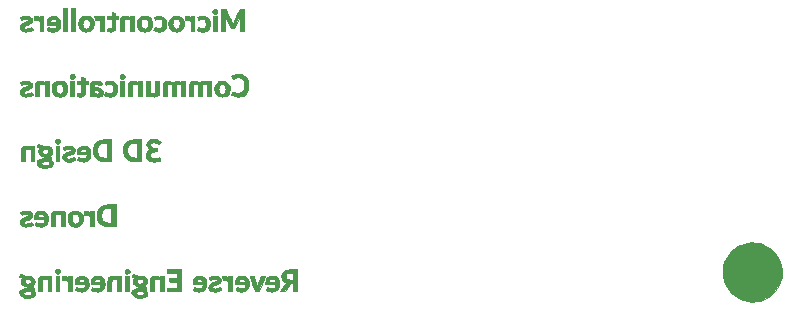
<source format=gbr>
%TF.GenerationSoftware,KiCad,Pcbnew,(5.1.9)-1*%
%TF.CreationDate,2021-11-12T20:27:25+01:00*%
%TF.ProjectId,drawing,64726177-696e-4672-9e6b-696361645f70,rev?*%
%TF.SameCoordinates,Original*%
%TF.FileFunction,Legend,Bot*%
%TF.FilePolarity,Positive*%
%FSLAX46Y46*%
G04 Gerber Fmt 4.6, Leading zero omitted, Abs format (unit mm)*
G04 Created by KiCad (PCBNEW (5.1.9)-1) date 2021-11-12 20:27:25*
%MOMM*%
%LPD*%
G01*
G04 APERTURE LIST*
%ADD10C,0.010000*%
G04 APERTURE END LIST*
D10*
%TO.C,G\u002A\u002A\u002A*%
G36*
X35641025Y-12377283D02*
G01*
X35955948Y-12427608D01*
X36268164Y-12518150D01*
X36431837Y-12582822D01*
X36680630Y-12711781D01*
X36920511Y-12877124D01*
X37145371Y-13072994D01*
X37349102Y-13293534D01*
X37525595Y-13532886D01*
X37653321Y-13754016D01*
X37769497Y-14029525D01*
X37851052Y-14323326D01*
X37897502Y-14628675D01*
X37908365Y-14938827D01*
X37883155Y-15247040D01*
X37821390Y-15546570D01*
X37789533Y-15652750D01*
X37669920Y-15952339D01*
X37515477Y-16229991D01*
X37328872Y-16483410D01*
X37112777Y-16710300D01*
X36869862Y-16908364D01*
X36602796Y-17075307D01*
X36314251Y-17208833D01*
X36006896Y-17306644D01*
X35820137Y-17346267D01*
X35673285Y-17364267D01*
X35500978Y-17373345D01*
X35319141Y-17373509D01*
X35143701Y-17364767D01*
X34990582Y-17347128D01*
X34982758Y-17345838D01*
X34672333Y-17272812D01*
X34378093Y-17162241D01*
X34102614Y-17016665D01*
X33848475Y-16838627D01*
X33618252Y-16630668D01*
X33414524Y-16395329D01*
X33239867Y-16135152D01*
X33096860Y-15852678D01*
X32988080Y-15550449D01*
X32932918Y-15324667D01*
X32918986Y-15222374D01*
X32910213Y-15090360D01*
X32906479Y-14940242D01*
X32907662Y-14783635D01*
X32913643Y-14632158D01*
X32924300Y-14497427D01*
X32939512Y-14391060D01*
X32942775Y-14375604D01*
X33035238Y-14051460D01*
X33160732Y-13753117D01*
X33320299Y-13478653D01*
X33514979Y-13226144D01*
X33632488Y-13100821D01*
X33875786Y-12886384D01*
X34139021Y-12707973D01*
X34418958Y-12566189D01*
X34712361Y-12461629D01*
X35015997Y-12394893D01*
X35326629Y-12366578D01*
X35641025Y-12377283D01*
G37*
X35641025Y-12377283D02*
X35955948Y-12427608D01*
X36268164Y-12518150D01*
X36431837Y-12582822D01*
X36680630Y-12711781D01*
X36920511Y-12877124D01*
X37145371Y-13072994D01*
X37349102Y-13293534D01*
X37525595Y-13532886D01*
X37653321Y-13754016D01*
X37769497Y-14029525D01*
X37851052Y-14323326D01*
X37897502Y-14628675D01*
X37908365Y-14938827D01*
X37883155Y-15247040D01*
X37821390Y-15546570D01*
X37789533Y-15652750D01*
X37669920Y-15952339D01*
X37515477Y-16229991D01*
X37328872Y-16483410D01*
X37112777Y-16710300D01*
X36869862Y-16908364D01*
X36602796Y-17075307D01*
X36314251Y-17208833D01*
X36006896Y-17306644D01*
X35820137Y-17346267D01*
X35673285Y-17364267D01*
X35500978Y-17373345D01*
X35319141Y-17373509D01*
X35143701Y-17364767D01*
X34990582Y-17347128D01*
X34982758Y-17345838D01*
X34672333Y-17272812D01*
X34378093Y-17162241D01*
X34102614Y-17016665D01*
X33848475Y-16838627D01*
X33618252Y-16630668D01*
X33414524Y-16395329D01*
X33239867Y-16135152D01*
X33096860Y-15852678D01*
X32988080Y-15550449D01*
X32932918Y-15324667D01*
X32918986Y-15222374D01*
X32910213Y-15090360D01*
X32906479Y-14940242D01*
X32907662Y-14783635D01*
X32913643Y-14632158D01*
X32924300Y-14497427D01*
X32939512Y-14391060D01*
X32942775Y-14375604D01*
X33035238Y-14051460D01*
X33160732Y-13753117D01*
X33320299Y-13478653D01*
X33514979Y-13226144D01*
X33632488Y-13100821D01*
X33875786Y-12886384D01*
X34139021Y-12707973D01*
X34418958Y-12566189D01*
X34712361Y-12461629D01*
X35015997Y-12394893D01*
X35326629Y-12366578D01*
X35641025Y-12377283D01*
G36*
X-26537306Y-15027170D02*
G01*
X-26494090Y-15040786D01*
X-26424895Y-15068284D01*
X-26346136Y-15101134D01*
X-26243078Y-15142881D01*
X-26167897Y-15168961D01*
X-26110288Y-15181991D01*
X-26059949Y-15184594D01*
X-26027750Y-15182106D01*
X-25922387Y-15181480D01*
X-25799886Y-15197480D01*
X-25680270Y-15226457D01*
X-25588391Y-15262242D01*
X-25486872Y-15335898D01*
X-25413955Y-15433587D01*
X-25370931Y-15547001D01*
X-25359090Y-15667830D01*
X-25379721Y-15787765D01*
X-25434115Y-15898496D01*
X-25480933Y-15954522D01*
X-25552902Y-16026491D01*
X-25497618Y-16084196D01*
X-25457365Y-16149817D01*
X-25441559Y-16227409D01*
X-25451589Y-16300926D01*
X-25475285Y-16341995D01*
X-25493774Y-16368615D01*
X-25485936Y-16390877D01*
X-25446985Y-16422021D01*
X-25446144Y-16422620D01*
X-25372543Y-16498088D01*
X-25329375Y-16591494D01*
X-25316825Y-16692943D01*
X-25335077Y-16792537D01*
X-25384315Y-16880381D01*
X-25436722Y-16929160D01*
X-25532330Y-16978498D01*
X-25657906Y-17016328D01*
X-25802231Y-17040911D01*
X-25954082Y-17050509D01*
X-26102238Y-17043383D01*
X-26140833Y-17038262D01*
X-26317280Y-16997853D01*
X-26458231Y-16936476D01*
X-26563052Y-16854499D01*
X-26629506Y-16755874D01*
X-26657496Y-16662353D01*
X-26313484Y-16662353D01*
X-26282872Y-16713012D01*
X-26223796Y-16758359D01*
X-26180565Y-16778480D01*
X-26112069Y-16793927D01*
X-26020340Y-16800885D01*
X-25918616Y-16799929D01*
X-25820132Y-16791634D01*
X-25738124Y-16776573D01*
X-25688434Y-16757122D01*
X-25649229Y-16720849D01*
X-25634105Y-16670635D01*
X-25632833Y-16638857D01*
X-25643233Y-16568229D01*
X-25669504Y-16513737D01*
X-25669875Y-16513296D01*
X-25687234Y-16494913D01*
X-25707327Y-16483666D01*
X-25738304Y-16479153D01*
X-25788311Y-16480970D01*
X-25865496Y-16488714D01*
X-25954866Y-16499216D01*
X-26080967Y-16515782D01*
X-26171764Y-16532052D01*
X-26234211Y-16550285D01*
X-26275259Y-16572738D01*
X-26301862Y-16601670D01*
X-26309374Y-16614353D01*
X-26313484Y-16662353D01*
X-26657496Y-16662353D01*
X-26665661Y-16635075D01*
X-26661932Y-16524890D01*
X-26620187Y-16428942D01*
X-26542294Y-16350849D01*
X-26430120Y-16294233D01*
X-26384250Y-16280454D01*
X-26327996Y-16269410D01*
X-26242458Y-16256646D01*
X-26140540Y-16243954D01*
X-26061722Y-16235621D01*
X-25942147Y-16223397D01*
X-25858671Y-16212552D01*
X-25805191Y-16201168D01*
X-25775600Y-16187331D01*
X-25763796Y-16169123D01*
X-25763671Y-16144630D01*
X-25764006Y-16142181D01*
X-25772459Y-16115773D01*
X-25795362Y-16103744D01*
X-25843944Y-16102337D01*
X-25877566Y-16104194D01*
X-26000776Y-16102175D01*
X-26131329Y-16083536D01*
X-26252655Y-16051571D01*
X-26345366Y-16011228D01*
X-26440072Y-15933485D01*
X-26504797Y-15832713D01*
X-26537735Y-15717475D01*
X-26537106Y-15600735D01*
X-26211922Y-15600735D01*
X-26211714Y-15673618D01*
X-26189232Y-15749263D01*
X-26151043Y-15809960D01*
X-26126941Y-15829862D01*
X-26077002Y-15844593D01*
X-26002042Y-15851735D01*
X-25918683Y-15851320D01*
X-25843544Y-15843383D01*
X-25795483Y-15829209D01*
X-25735543Y-15783855D01*
X-25704824Y-15721659D01*
X-25697006Y-15645830D01*
X-25703842Y-15574976D01*
X-25731825Y-15521465D01*
X-25758205Y-15492372D01*
X-25799059Y-15456797D01*
X-25840717Y-15438171D01*
X-25899232Y-15431237D01*
X-25947081Y-15430500D01*
X-26027423Y-15434052D01*
X-26082286Y-15447756D01*
X-26128156Y-15476179D01*
X-26136480Y-15483002D01*
X-26181988Y-15535573D01*
X-26210424Y-15594387D01*
X-26211922Y-15600735D01*
X-26537106Y-15600735D01*
X-26537082Y-15596338D01*
X-26501032Y-15477865D01*
X-26469403Y-15422648D01*
X-26441360Y-15375095D01*
X-26430829Y-15343880D01*
X-26432921Y-15338644D01*
X-26460434Y-15329436D01*
X-26515118Y-15314823D01*
X-26558875Y-15304180D01*
X-26620340Y-15288772D01*
X-26660696Y-15276758D01*
X-26670000Y-15272224D01*
X-26662631Y-15250961D01*
X-26644154Y-15204697D01*
X-26635734Y-15184377D01*
X-26609228Y-15119971D01*
X-26587089Y-15064530D01*
X-26583699Y-15055732D01*
X-26574850Y-15036031D01*
X-26561806Y-15026047D01*
X-26537306Y-15027170D01*
G37*
X-26537306Y-15027170D02*
X-26494090Y-15040786D01*
X-26424895Y-15068284D01*
X-26346136Y-15101134D01*
X-26243078Y-15142881D01*
X-26167897Y-15168961D01*
X-26110288Y-15181991D01*
X-26059949Y-15184594D01*
X-26027750Y-15182106D01*
X-25922387Y-15181480D01*
X-25799886Y-15197480D01*
X-25680270Y-15226457D01*
X-25588391Y-15262242D01*
X-25486872Y-15335898D01*
X-25413955Y-15433587D01*
X-25370931Y-15547001D01*
X-25359090Y-15667830D01*
X-25379721Y-15787765D01*
X-25434115Y-15898496D01*
X-25480933Y-15954522D01*
X-25552902Y-16026491D01*
X-25497618Y-16084196D01*
X-25457365Y-16149817D01*
X-25441559Y-16227409D01*
X-25451589Y-16300926D01*
X-25475285Y-16341995D01*
X-25493774Y-16368615D01*
X-25485936Y-16390877D01*
X-25446985Y-16422021D01*
X-25446144Y-16422620D01*
X-25372543Y-16498088D01*
X-25329375Y-16591494D01*
X-25316825Y-16692943D01*
X-25335077Y-16792537D01*
X-25384315Y-16880381D01*
X-25436722Y-16929160D01*
X-25532330Y-16978498D01*
X-25657906Y-17016328D01*
X-25802231Y-17040911D01*
X-25954082Y-17050509D01*
X-26102238Y-17043383D01*
X-26140833Y-17038262D01*
X-26317280Y-16997853D01*
X-26458231Y-16936476D01*
X-26563052Y-16854499D01*
X-26629506Y-16755874D01*
X-26657496Y-16662353D01*
X-26313484Y-16662353D01*
X-26282872Y-16713012D01*
X-26223796Y-16758359D01*
X-26180565Y-16778480D01*
X-26112069Y-16793927D01*
X-26020340Y-16800885D01*
X-25918616Y-16799929D01*
X-25820132Y-16791634D01*
X-25738124Y-16776573D01*
X-25688434Y-16757122D01*
X-25649229Y-16720849D01*
X-25634105Y-16670635D01*
X-25632833Y-16638857D01*
X-25643233Y-16568229D01*
X-25669504Y-16513737D01*
X-25669875Y-16513296D01*
X-25687234Y-16494913D01*
X-25707327Y-16483666D01*
X-25738304Y-16479153D01*
X-25788311Y-16480970D01*
X-25865496Y-16488714D01*
X-25954866Y-16499216D01*
X-26080967Y-16515782D01*
X-26171764Y-16532052D01*
X-26234211Y-16550285D01*
X-26275259Y-16572738D01*
X-26301862Y-16601670D01*
X-26309374Y-16614353D01*
X-26313484Y-16662353D01*
X-26657496Y-16662353D01*
X-26665661Y-16635075D01*
X-26661932Y-16524890D01*
X-26620187Y-16428942D01*
X-26542294Y-16350849D01*
X-26430120Y-16294233D01*
X-26384250Y-16280454D01*
X-26327996Y-16269410D01*
X-26242458Y-16256646D01*
X-26140540Y-16243954D01*
X-26061722Y-16235621D01*
X-25942147Y-16223397D01*
X-25858671Y-16212552D01*
X-25805191Y-16201168D01*
X-25775600Y-16187331D01*
X-25763796Y-16169123D01*
X-25763671Y-16144630D01*
X-25764006Y-16142181D01*
X-25772459Y-16115773D01*
X-25795362Y-16103744D01*
X-25843944Y-16102337D01*
X-25877566Y-16104194D01*
X-26000776Y-16102175D01*
X-26131329Y-16083536D01*
X-26252655Y-16051571D01*
X-26345366Y-16011228D01*
X-26440072Y-15933485D01*
X-26504797Y-15832713D01*
X-26537735Y-15717475D01*
X-26537106Y-15600735D01*
X-26211922Y-15600735D01*
X-26211714Y-15673618D01*
X-26189232Y-15749263D01*
X-26151043Y-15809960D01*
X-26126941Y-15829862D01*
X-26077002Y-15844593D01*
X-26002042Y-15851735D01*
X-25918683Y-15851320D01*
X-25843544Y-15843383D01*
X-25795483Y-15829209D01*
X-25735543Y-15783855D01*
X-25704824Y-15721659D01*
X-25697006Y-15645830D01*
X-25703842Y-15574976D01*
X-25731825Y-15521465D01*
X-25758205Y-15492372D01*
X-25799059Y-15456797D01*
X-25840717Y-15438171D01*
X-25899232Y-15431237D01*
X-25947081Y-15430500D01*
X-26027423Y-15434052D01*
X-26082286Y-15447756D01*
X-26128156Y-15476179D01*
X-26136480Y-15483002D01*
X-26181988Y-15535573D01*
X-26210424Y-15594387D01*
X-26211922Y-15600735D01*
X-26537106Y-15600735D01*
X-26537082Y-15596338D01*
X-26501032Y-15477865D01*
X-26469403Y-15422648D01*
X-26441360Y-15375095D01*
X-26430829Y-15343880D01*
X-26432921Y-15338644D01*
X-26460434Y-15329436D01*
X-26515118Y-15314823D01*
X-26558875Y-15304180D01*
X-26620340Y-15288772D01*
X-26660696Y-15276758D01*
X-26670000Y-15272224D01*
X-26662631Y-15250961D01*
X-26644154Y-15204697D01*
X-26635734Y-15184377D01*
X-26609228Y-15119971D01*
X-26587089Y-15064530D01*
X-26583699Y-15055732D01*
X-26574850Y-15036031D01*
X-26561806Y-15026047D01*
X-26537306Y-15027170D01*
G36*
X-16865765Y-15094421D02*
G01*
X-16767165Y-15135231D01*
X-16690280Y-15161001D01*
X-16618902Y-15175505D01*
X-16536822Y-15182516D01*
X-16478250Y-15184627D01*
X-16289878Y-15202378D01*
X-16136066Y-15244531D01*
X-16016755Y-15311118D01*
X-15931887Y-15402174D01*
X-15881405Y-15517733D01*
X-15876825Y-15537042D01*
X-15861976Y-15673382D01*
X-15882349Y-15791178D01*
X-15939980Y-15898169D01*
X-15986310Y-15953121D01*
X-16050207Y-16020659D01*
X-15994353Y-16087037D01*
X-15949881Y-16166270D01*
X-15939786Y-16250282D01*
X-15965308Y-16326904D01*
X-15969308Y-16332899D01*
X-15985855Y-16363488D01*
X-15980166Y-16389888D01*
X-15947690Y-16426046D01*
X-15934951Y-16438151D01*
X-15865161Y-16524283D01*
X-15822004Y-16621014D01*
X-15811500Y-16691330D01*
X-15828848Y-16778147D01*
X-15873941Y-16863594D01*
X-15936351Y-16928873D01*
X-15947389Y-16936278D01*
X-16050396Y-16983553D01*
X-16181868Y-17019669D01*
X-16328948Y-17042671D01*
X-16478779Y-17050601D01*
X-16618505Y-17041502D01*
X-16628804Y-17039989D01*
X-16807799Y-16999394D01*
X-16951466Y-16938473D01*
X-17059091Y-16857823D01*
X-17129961Y-16758040D01*
X-17159793Y-16652375D01*
X-16817479Y-16652375D01*
X-16806967Y-16699149D01*
X-16790264Y-16734922D01*
X-16779130Y-16743152D01*
X-16758484Y-16750042D01*
X-16711995Y-16766976D01*
X-16689916Y-16775204D01*
X-16620133Y-16791427D01*
X-16527740Y-16799758D01*
X-16425845Y-16800530D01*
X-16327557Y-16794077D01*
X-16245983Y-16780731D01*
X-16197006Y-16762677D01*
X-16148704Y-16709746D01*
X-16131123Y-16638311D01*
X-16145225Y-16559975D01*
X-16175706Y-16505590D01*
X-16190562Y-16490386D01*
X-16212350Y-16481717D01*
X-16249012Y-16479376D01*
X-16308490Y-16483152D01*
X-16398726Y-16492838D01*
X-16446500Y-16498474D01*
X-16580543Y-16516042D01*
X-16678141Y-16533160D01*
X-16745123Y-16551644D01*
X-16787315Y-16573313D01*
X-16810547Y-16599985D01*
X-16816278Y-16613821D01*
X-16817479Y-16652375D01*
X-17159793Y-16652375D01*
X-17163366Y-16639721D01*
X-17166087Y-16590055D01*
X-17156323Y-16499277D01*
X-17124784Y-16425449D01*
X-17067836Y-16366342D01*
X-16981848Y-16319727D01*
X-16863185Y-16283372D01*
X-16708215Y-16255049D01*
X-16597591Y-16241126D01*
X-16462106Y-16224250D01*
X-16364665Y-16207153D01*
X-16300997Y-16188333D01*
X-16266832Y-16166287D01*
X-16257901Y-16139512D01*
X-16261898Y-16122993D01*
X-16281308Y-16104756D01*
X-16326207Y-16099420D01*
X-16380169Y-16102778D01*
X-16526348Y-16103192D01*
X-16666995Y-16078521D01*
X-16794107Y-16032065D01*
X-16899682Y-15967123D01*
X-16975714Y-15886994D01*
X-16997522Y-15848276D01*
X-17032458Y-15731626D01*
X-17036071Y-15641783D01*
X-16714492Y-15641783D01*
X-16702948Y-15727904D01*
X-16657685Y-15798595D01*
X-16643942Y-15810583D01*
X-16598436Y-15836799D01*
X-16538350Y-15850177D01*
X-16452600Y-15853834D01*
X-16374840Y-15851758D01*
X-16324412Y-15842427D01*
X-16286395Y-15821182D01*
X-16254372Y-15791962D01*
X-16204183Y-15714932D01*
X-16190675Y-15628125D01*
X-16214340Y-15542864D01*
X-16241830Y-15502511D01*
X-16281278Y-15466577D01*
X-16331144Y-15446324D01*
X-16406999Y-15435561D01*
X-16411057Y-15435218D01*
X-16525696Y-15435930D01*
X-16609797Y-15461369D01*
X-16668663Y-15513731D01*
X-16690401Y-15550927D01*
X-16714492Y-15641783D01*
X-17036071Y-15641783D01*
X-17037293Y-15611416D01*
X-17013215Y-15499300D01*
X-16961406Y-15406930D01*
X-16951498Y-15395692D01*
X-16927824Y-15367286D01*
X-16925291Y-15347836D01*
X-16949568Y-15332356D01*
X-17006320Y-15315864D01*
X-17055744Y-15304012D01*
X-17112502Y-15289862D01*
X-17144951Y-15274274D01*
X-17154989Y-15248589D01*
X-17144511Y-15204147D01*
X-17115414Y-15132290D01*
X-17100825Y-15098225D01*
X-17062780Y-15009366D01*
X-16865765Y-15094421D01*
G37*
X-16865765Y-15094421D02*
X-16767165Y-15135231D01*
X-16690280Y-15161001D01*
X-16618902Y-15175505D01*
X-16536822Y-15182516D01*
X-16478250Y-15184627D01*
X-16289878Y-15202378D01*
X-16136066Y-15244531D01*
X-16016755Y-15311118D01*
X-15931887Y-15402174D01*
X-15881405Y-15517733D01*
X-15876825Y-15537042D01*
X-15861976Y-15673382D01*
X-15882349Y-15791178D01*
X-15939980Y-15898169D01*
X-15986310Y-15953121D01*
X-16050207Y-16020659D01*
X-15994353Y-16087037D01*
X-15949881Y-16166270D01*
X-15939786Y-16250282D01*
X-15965308Y-16326904D01*
X-15969308Y-16332899D01*
X-15985855Y-16363488D01*
X-15980166Y-16389888D01*
X-15947690Y-16426046D01*
X-15934951Y-16438151D01*
X-15865161Y-16524283D01*
X-15822004Y-16621014D01*
X-15811500Y-16691330D01*
X-15828848Y-16778147D01*
X-15873941Y-16863594D01*
X-15936351Y-16928873D01*
X-15947389Y-16936278D01*
X-16050396Y-16983553D01*
X-16181868Y-17019669D01*
X-16328948Y-17042671D01*
X-16478779Y-17050601D01*
X-16618505Y-17041502D01*
X-16628804Y-17039989D01*
X-16807799Y-16999394D01*
X-16951466Y-16938473D01*
X-17059091Y-16857823D01*
X-17129961Y-16758040D01*
X-17159793Y-16652375D01*
X-16817479Y-16652375D01*
X-16806967Y-16699149D01*
X-16790264Y-16734922D01*
X-16779130Y-16743152D01*
X-16758484Y-16750042D01*
X-16711995Y-16766976D01*
X-16689916Y-16775204D01*
X-16620133Y-16791427D01*
X-16527740Y-16799758D01*
X-16425845Y-16800530D01*
X-16327557Y-16794077D01*
X-16245983Y-16780731D01*
X-16197006Y-16762677D01*
X-16148704Y-16709746D01*
X-16131123Y-16638311D01*
X-16145225Y-16559975D01*
X-16175706Y-16505590D01*
X-16190562Y-16490386D01*
X-16212350Y-16481717D01*
X-16249012Y-16479376D01*
X-16308490Y-16483152D01*
X-16398726Y-16492838D01*
X-16446500Y-16498474D01*
X-16580543Y-16516042D01*
X-16678141Y-16533160D01*
X-16745123Y-16551644D01*
X-16787315Y-16573313D01*
X-16810547Y-16599985D01*
X-16816278Y-16613821D01*
X-16817479Y-16652375D01*
X-17159793Y-16652375D01*
X-17163366Y-16639721D01*
X-17166087Y-16590055D01*
X-17156323Y-16499277D01*
X-17124784Y-16425449D01*
X-17067836Y-16366342D01*
X-16981848Y-16319727D01*
X-16863185Y-16283372D01*
X-16708215Y-16255049D01*
X-16597591Y-16241126D01*
X-16462106Y-16224250D01*
X-16364665Y-16207153D01*
X-16300997Y-16188333D01*
X-16266832Y-16166287D01*
X-16257901Y-16139512D01*
X-16261898Y-16122993D01*
X-16281308Y-16104756D01*
X-16326207Y-16099420D01*
X-16380169Y-16102778D01*
X-16526348Y-16103192D01*
X-16666995Y-16078521D01*
X-16794107Y-16032065D01*
X-16899682Y-15967123D01*
X-16975714Y-15886994D01*
X-16997522Y-15848276D01*
X-17032458Y-15731626D01*
X-17036071Y-15641783D01*
X-16714492Y-15641783D01*
X-16702948Y-15727904D01*
X-16657685Y-15798595D01*
X-16643942Y-15810583D01*
X-16598436Y-15836799D01*
X-16538350Y-15850177D01*
X-16452600Y-15853834D01*
X-16374840Y-15851758D01*
X-16324412Y-15842427D01*
X-16286395Y-15821182D01*
X-16254372Y-15791962D01*
X-16204183Y-15714932D01*
X-16190675Y-15628125D01*
X-16214340Y-15542864D01*
X-16241830Y-15502511D01*
X-16281278Y-15466577D01*
X-16331144Y-15446324D01*
X-16406999Y-15435561D01*
X-16411057Y-15435218D01*
X-16525696Y-15435930D01*
X-16609797Y-15461369D01*
X-16668663Y-15513731D01*
X-16690401Y-15550927D01*
X-16714492Y-15641783D01*
X-17036071Y-15641783D01*
X-17037293Y-15611416D01*
X-17013215Y-15499300D01*
X-16961406Y-15406930D01*
X-16951498Y-15395692D01*
X-16927824Y-15367286D01*
X-16925291Y-15347836D01*
X-16949568Y-15332356D01*
X-17006320Y-15315864D01*
X-17055744Y-15304012D01*
X-17112502Y-15289862D01*
X-17144951Y-15274274D01*
X-17154989Y-15248589D01*
X-17144511Y-15204147D01*
X-17115414Y-15132290D01*
X-17100825Y-15098225D01*
X-17062780Y-15009366D01*
X-16865765Y-15094421D01*
G36*
X-21242766Y-15203322D02*
G01*
X-21101702Y-15252114D01*
X-20985875Y-15334190D01*
X-20923130Y-15406300D01*
X-20848609Y-15541552D01*
X-20802687Y-15696092D01*
X-20785496Y-15860020D01*
X-20797170Y-16023439D01*
X-20837842Y-16176451D01*
X-20907646Y-16309157D01*
X-20910917Y-16313726D01*
X-20995659Y-16397275D01*
X-21110272Y-16461996D01*
X-21245593Y-16505447D01*
X-21392460Y-16525186D01*
X-21541710Y-16518772D01*
X-21621750Y-16503147D01*
X-21686258Y-16483105D01*
X-21759455Y-16455200D01*
X-21830575Y-16424269D01*
X-21888856Y-16395149D01*
X-21923535Y-16372676D01*
X-21928666Y-16365233D01*
X-21919306Y-16344661D01*
X-21896079Y-16300631D01*
X-21866264Y-16246357D01*
X-21837142Y-16195055D01*
X-21815992Y-16159939D01*
X-21813628Y-16156406D01*
X-21794666Y-16162386D01*
X-21748600Y-16182333D01*
X-21699504Y-16205239D01*
X-21583244Y-16245624D01*
X-21462922Y-16261240D01*
X-21351439Y-16251607D01*
X-21269710Y-16221182D01*
X-21189302Y-16150582D01*
X-21134392Y-16051033D01*
X-21116864Y-15986125D01*
X-21104225Y-15917334D01*
X-21954883Y-15917334D01*
X-21946184Y-15718456D01*
X-21940383Y-15619372D01*
X-21632333Y-15619372D01*
X-21632333Y-15684500D01*
X-21378333Y-15684500D01*
X-21280276Y-15683609D01*
X-21199806Y-15681182D01*
X-21145103Y-15677587D01*
X-21124346Y-15673191D01*
X-21124333Y-15673074D01*
X-21136317Y-15635346D01*
X-21165998Y-15580082D01*
X-21203974Y-15522267D01*
X-21240840Y-15476884D01*
X-21255759Y-15463649D01*
X-21308860Y-15442304D01*
X-21383168Y-15431166D01*
X-21405838Y-15430500D01*
X-21477403Y-15435576D01*
X-21527718Y-15455914D01*
X-21570461Y-15492372D01*
X-21621305Y-15564669D01*
X-21632333Y-15619372D01*
X-21940383Y-15619372D01*
X-21940379Y-15619305D01*
X-21931214Y-15549366D01*
X-21915562Y-15495520D01*
X-21890299Y-15444646D01*
X-21874868Y-15419076D01*
X-21796019Y-15323952D01*
X-21695847Y-15253095D01*
X-21629914Y-15218904D01*
X-21572719Y-15199097D01*
X-21507678Y-15189857D01*
X-21418207Y-15187371D01*
X-21410097Y-15187350D01*
X-21242766Y-15203322D01*
G37*
X-21242766Y-15203322D02*
X-21101702Y-15252114D01*
X-20985875Y-15334190D01*
X-20923130Y-15406300D01*
X-20848609Y-15541552D01*
X-20802687Y-15696092D01*
X-20785496Y-15860020D01*
X-20797170Y-16023439D01*
X-20837842Y-16176451D01*
X-20907646Y-16309157D01*
X-20910917Y-16313726D01*
X-20995659Y-16397275D01*
X-21110272Y-16461996D01*
X-21245593Y-16505447D01*
X-21392460Y-16525186D01*
X-21541710Y-16518772D01*
X-21621750Y-16503147D01*
X-21686258Y-16483105D01*
X-21759455Y-16455200D01*
X-21830575Y-16424269D01*
X-21888856Y-16395149D01*
X-21923535Y-16372676D01*
X-21928666Y-16365233D01*
X-21919306Y-16344661D01*
X-21896079Y-16300631D01*
X-21866264Y-16246357D01*
X-21837142Y-16195055D01*
X-21815992Y-16159939D01*
X-21813628Y-16156406D01*
X-21794666Y-16162386D01*
X-21748600Y-16182333D01*
X-21699504Y-16205239D01*
X-21583244Y-16245624D01*
X-21462922Y-16261240D01*
X-21351439Y-16251607D01*
X-21269710Y-16221182D01*
X-21189302Y-16150582D01*
X-21134392Y-16051033D01*
X-21116864Y-15986125D01*
X-21104225Y-15917334D01*
X-21954883Y-15917334D01*
X-21946184Y-15718456D01*
X-21940383Y-15619372D01*
X-21632333Y-15619372D01*
X-21632333Y-15684500D01*
X-21378333Y-15684500D01*
X-21280276Y-15683609D01*
X-21199806Y-15681182D01*
X-21145103Y-15677587D01*
X-21124346Y-15673191D01*
X-21124333Y-15673074D01*
X-21136317Y-15635346D01*
X-21165998Y-15580082D01*
X-21203974Y-15522267D01*
X-21240840Y-15476884D01*
X-21255759Y-15463649D01*
X-21308860Y-15442304D01*
X-21383168Y-15431166D01*
X-21405838Y-15430500D01*
X-21477403Y-15435576D01*
X-21527718Y-15455914D01*
X-21570461Y-15492372D01*
X-21621305Y-15564669D01*
X-21632333Y-15619372D01*
X-21940383Y-15619372D01*
X-21940379Y-15619305D01*
X-21931214Y-15549366D01*
X-21915562Y-15495520D01*
X-21890299Y-15444646D01*
X-21874868Y-15419076D01*
X-21796019Y-15323952D01*
X-21695847Y-15253095D01*
X-21629914Y-15218904D01*
X-21572719Y-15199097D01*
X-21507678Y-15189857D01*
X-21418207Y-15187371D01*
X-21410097Y-15187350D01*
X-21242766Y-15203322D01*
G36*
X-19977559Y-15190736D02*
G01*
X-19872097Y-15204382D01*
X-19810460Y-15223048D01*
X-19683099Y-15300801D01*
X-19579827Y-15411350D01*
X-19503195Y-15551047D01*
X-19455750Y-15716247D01*
X-19452518Y-15735219D01*
X-19442453Y-15877341D01*
X-19453867Y-16023844D01*
X-19484700Y-16158463D01*
X-19515724Y-16234946D01*
X-19576626Y-16321838D01*
X-19661988Y-16402959D01*
X-19756398Y-16464990D01*
X-19806180Y-16486008D01*
X-19918000Y-16510554D01*
X-20048095Y-16521664D01*
X-20177587Y-16518804D01*
X-20287603Y-16501438D01*
X-20293527Y-16499823D01*
X-20384781Y-16469897D01*
X-20466959Y-16435394D01*
X-20531111Y-16400841D01*
X-20568290Y-16370762D01*
X-20574000Y-16357971D01*
X-20563952Y-16326805D01*
X-20538363Y-16274418D01*
X-20520202Y-16242004D01*
X-20466405Y-16150205D01*
X-20381972Y-16193280D01*
X-20258923Y-16240365D01*
X-20134796Y-16259933D01*
X-20019062Y-16252121D01*
X-19921188Y-16217069D01*
X-19878064Y-16185918D01*
X-19826647Y-16121670D01*
X-19787344Y-16042171D01*
X-19769845Y-15967544D01*
X-19769666Y-15960794D01*
X-19771414Y-15946231D01*
X-19780315Y-15935321D01*
X-19801855Y-15927431D01*
X-19841522Y-15921926D01*
X-19904802Y-15918172D01*
X-19997183Y-15915536D01*
X-20124151Y-15913383D01*
X-20187708Y-15912489D01*
X-20605750Y-15906750D01*
X-20612139Y-15783652D01*
X-20605028Y-15655909D01*
X-20298833Y-15655909D01*
X-20289840Y-15668500D01*
X-20258996Y-15676983D01*
X-20200502Y-15682010D01*
X-20108561Y-15684234D01*
X-20044833Y-15684500D01*
X-19925721Y-15682688D01*
X-19842696Y-15677389D01*
X-19798129Y-15668811D01*
X-19790833Y-15662282D01*
X-19804917Y-15613182D01*
X-19840306Y-15552160D01*
X-19886706Y-15495464D01*
X-19909681Y-15474702D01*
X-19980501Y-15441638D01*
X-20068678Y-15430610D01*
X-20154991Y-15442342D01*
X-20202744Y-15463647D01*
X-20247973Y-15511905D01*
X-20283450Y-15581696D01*
X-20298781Y-15652224D01*
X-20298833Y-15655909D01*
X-20605028Y-15655909D01*
X-20603457Y-15627707D01*
X-20562695Y-15487416D01*
X-20492991Y-15368440D01*
X-20397483Y-15276442D01*
X-20302779Y-15225362D01*
X-20208972Y-15201302D01*
X-20095208Y-15189735D01*
X-19977559Y-15190736D01*
G37*
X-19977559Y-15190736D02*
X-19872097Y-15204382D01*
X-19810460Y-15223048D01*
X-19683099Y-15300801D01*
X-19579827Y-15411350D01*
X-19503195Y-15551047D01*
X-19455750Y-15716247D01*
X-19452518Y-15735219D01*
X-19442453Y-15877341D01*
X-19453867Y-16023844D01*
X-19484700Y-16158463D01*
X-19515724Y-16234946D01*
X-19576626Y-16321838D01*
X-19661988Y-16402959D01*
X-19756398Y-16464990D01*
X-19806180Y-16486008D01*
X-19918000Y-16510554D01*
X-20048095Y-16521664D01*
X-20177587Y-16518804D01*
X-20287603Y-16501438D01*
X-20293527Y-16499823D01*
X-20384781Y-16469897D01*
X-20466959Y-16435394D01*
X-20531111Y-16400841D01*
X-20568290Y-16370762D01*
X-20574000Y-16357971D01*
X-20563952Y-16326805D01*
X-20538363Y-16274418D01*
X-20520202Y-16242004D01*
X-20466405Y-16150205D01*
X-20381972Y-16193280D01*
X-20258923Y-16240365D01*
X-20134796Y-16259933D01*
X-20019062Y-16252121D01*
X-19921188Y-16217069D01*
X-19878064Y-16185918D01*
X-19826647Y-16121670D01*
X-19787344Y-16042171D01*
X-19769845Y-15967544D01*
X-19769666Y-15960794D01*
X-19771414Y-15946231D01*
X-19780315Y-15935321D01*
X-19801855Y-15927431D01*
X-19841522Y-15921926D01*
X-19904802Y-15918172D01*
X-19997183Y-15915536D01*
X-20124151Y-15913383D01*
X-20187708Y-15912489D01*
X-20605750Y-15906750D01*
X-20612139Y-15783652D01*
X-20605028Y-15655909D01*
X-20298833Y-15655909D01*
X-20289840Y-15668500D01*
X-20258996Y-15676983D01*
X-20200502Y-15682010D01*
X-20108561Y-15684234D01*
X-20044833Y-15684500D01*
X-19925721Y-15682688D01*
X-19842696Y-15677389D01*
X-19798129Y-15668811D01*
X-19790833Y-15662282D01*
X-19804917Y-15613182D01*
X-19840306Y-15552160D01*
X-19886706Y-15495464D01*
X-19909681Y-15474702D01*
X-19980501Y-15441638D01*
X-20068678Y-15430610D01*
X-20154991Y-15442342D01*
X-20202744Y-15463647D01*
X-20247973Y-15511905D01*
X-20283450Y-15581696D01*
X-20298781Y-15652224D01*
X-20298833Y-15655909D01*
X-20605028Y-15655909D01*
X-20603457Y-15627707D01*
X-20562695Y-15487416D01*
X-20492991Y-15368440D01*
X-20397483Y-15276442D01*
X-20302779Y-15225362D01*
X-20208972Y-15201302D01*
X-20095208Y-15189735D01*
X-19977559Y-15190736D01*
G36*
X-11363262Y-15184082D02*
G01*
X-11202579Y-15218940D01*
X-11068326Y-15286368D01*
X-10961535Y-15385067D01*
X-10883241Y-15513739D01*
X-10834475Y-15671083D01*
X-10816272Y-15855802D01*
X-10816166Y-15872024D01*
X-10824259Y-16027207D01*
X-10850437Y-16152474D01*
X-10897552Y-16257407D01*
X-10953978Y-16335196D01*
X-11049496Y-16416784D01*
X-11173181Y-16477382D01*
X-11315215Y-16514696D01*
X-11465781Y-16526427D01*
X-11615062Y-16510278D01*
X-11657527Y-16499823D01*
X-11745386Y-16471056D01*
X-11826381Y-16437494D01*
X-11891195Y-16403763D01*
X-11930513Y-16374487D01*
X-11938000Y-16360560D01*
X-11929486Y-16333530D01*
X-11908627Y-16284106D01*
X-11882449Y-16227534D01*
X-11857974Y-16179062D01*
X-11843371Y-16155154D01*
X-11823319Y-16160296D01*
X-11775766Y-16179256D01*
X-11718558Y-16204521D01*
X-11584444Y-16249588D01*
X-11458858Y-16260897D01*
X-11346944Y-16240305D01*
X-11253850Y-16189668D01*
X-11184718Y-16110847D01*
X-11144695Y-16005697D01*
X-11142994Y-15996709D01*
X-11128955Y-15917334D01*
X-11985511Y-15917334D01*
X-11976130Y-15732125D01*
X-11966442Y-15641116D01*
X-11662833Y-15641116D01*
X-11660552Y-15659419D01*
X-11649022Y-15671693D01*
X-11621218Y-15679136D01*
X-11570113Y-15682950D01*
X-11488678Y-15684334D01*
X-11408833Y-15684500D01*
X-11310776Y-15683622D01*
X-11230306Y-15681230D01*
X-11175603Y-15677685D01*
X-11154846Y-15673352D01*
X-11154833Y-15673237D01*
X-11167756Y-15625886D01*
X-11199809Y-15564870D01*
X-11240924Y-15507175D01*
X-11271539Y-15476387D01*
X-11339872Y-15443956D01*
X-11426879Y-15430021D01*
X-11512376Y-15436278D01*
X-11558172Y-15452294D01*
X-11602586Y-15493592D01*
X-11640670Y-15557359D01*
X-11661549Y-15623974D01*
X-11662833Y-15641116D01*
X-11966442Y-15641116D01*
X-11960971Y-15589734D01*
X-11929045Y-15477704D01*
X-11876226Y-15385998D01*
X-11801569Y-15307352D01*
X-11697573Y-15240849D01*
X-11569613Y-15197450D01*
X-11431436Y-15181022D01*
X-11363262Y-15184082D01*
G37*
X-11363262Y-15184082D02*
X-11202579Y-15218940D01*
X-11068326Y-15286368D01*
X-10961535Y-15385067D01*
X-10883241Y-15513739D01*
X-10834475Y-15671083D01*
X-10816272Y-15855802D01*
X-10816166Y-15872024D01*
X-10824259Y-16027207D01*
X-10850437Y-16152474D01*
X-10897552Y-16257407D01*
X-10953978Y-16335196D01*
X-11049496Y-16416784D01*
X-11173181Y-16477382D01*
X-11315215Y-16514696D01*
X-11465781Y-16526427D01*
X-11615062Y-16510278D01*
X-11657527Y-16499823D01*
X-11745386Y-16471056D01*
X-11826381Y-16437494D01*
X-11891195Y-16403763D01*
X-11930513Y-16374487D01*
X-11938000Y-16360560D01*
X-11929486Y-16333530D01*
X-11908627Y-16284106D01*
X-11882449Y-16227534D01*
X-11857974Y-16179062D01*
X-11843371Y-16155154D01*
X-11823319Y-16160296D01*
X-11775766Y-16179256D01*
X-11718558Y-16204521D01*
X-11584444Y-16249588D01*
X-11458858Y-16260897D01*
X-11346944Y-16240305D01*
X-11253850Y-16189668D01*
X-11184718Y-16110847D01*
X-11144695Y-16005697D01*
X-11142994Y-15996709D01*
X-11128955Y-15917334D01*
X-11985511Y-15917334D01*
X-11976130Y-15732125D01*
X-11966442Y-15641116D01*
X-11662833Y-15641116D01*
X-11660552Y-15659419D01*
X-11649022Y-15671693D01*
X-11621218Y-15679136D01*
X-11570113Y-15682950D01*
X-11488678Y-15684334D01*
X-11408833Y-15684500D01*
X-11310776Y-15683622D01*
X-11230306Y-15681230D01*
X-11175603Y-15677685D01*
X-11154846Y-15673352D01*
X-11154833Y-15673237D01*
X-11167756Y-15625886D01*
X-11199809Y-15564870D01*
X-11240924Y-15507175D01*
X-11271539Y-15476387D01*
X-11339872Y-15443956D01*
X-11426879Y-15430021D01*
X-11512376Y-15436278D01*
X-11558172Y-15452294D01*
X-11602586Y-15493592D01*
X-11640670Y-15557359D01*
X-11661549Y-15623974D01*
X-11662833Y-15641116D01*
X-11966442Y-15641116D01*
X-11960971Y-15589734D01*
X-11929045Y-15477704D01*
X-11876226Y-15385998D01*
X-11801569Y-15307352D01*
X-11697573Y-15240849D01*
X-11569613Y-15197450D01*
X-11431436Y-15181022D01*
X-11363262Y-15184082D01*
G36*
X-10025983Y-15187039D02*
G01*
X-9888427Y-15216284D01*
X-9771198Y-15271690D01*
X-9679960Y-15352290D01*
X-9639405Y-15413574D01*
X-9614589Y-15497270D01*
X-9611532Y-15596904D01*
X-9629479Y-15692561D01*
X-9651885Y-15742902D01*
X-9692949Y-15796726D01*
X-9748774Y-15842574D01*
X-9826514Y-15884477D01*
X-9933321Y-15926462D01*
X-10039606Y-15961300D01*
X-10164723Y-16004440D01*
X-10251782Y-16045211D01*
X-10304772Y-16086169D01*
X-10327681Y-16129867D01*
X-10329333Y-16146886D01*
X-10310723Y-16201656D01*
X-10259759Y-16240773D01*
X-10183746Y-16263405D01*
X-10089985Y-16268716D01*
X-9985780Y-16255872D01*
X-9878433Y-16224038D01*
X-9831916Y-16203718D01*
X-9765199Y-16172193D01*
X-9713922Y-16149541D01*
X-9689769Y-16140833D01*
X-9668642Y-16156488D01*
X-9637890Y-16197425D01*
X-9604758Y-16251163D01*
X-9576491Y-16305219D01*
X-9560336Y-16347112D01*
X-9560684Y-16363204D01*
X-9607738Y-16395238D01*
X-9682347Y-16431631D01*
X-9770910Y-16466822D01*
X-9859828Y-16495249D01*
X-9915179Y-16508179D01*
X-10097743Y-16528309D01*
X-10261922Y-16517129D01*
X-10336372Y-16500817D01*
X-10466126Y-16449206D01*
X-10561125Y-16373588D01*
X-10621175Y-16274196D01*
X-10646085Y-16151267D01*
X-10646833Y-16123077D01*
X-10636515Y-16016951D01*
X-10602962Y-15928683D01*
X-10542274Y-15854653D01*
X-10450553Y-15791241D01*
X-10323900Y-15734830D01*
X-10177178Y-15687156D01*
X-10060995Y-15649473D01*
X-9984476Y-15613796D01*
X-9945198Y-15577598D01*
X-9940736Y-15538351D01*
X-9968666Y-15493525D01*
X-9980007Y-15481569D01*
X-10016196Y-15449561D01*
X-10051563Y-15434517D01*
X-10101589Y-15432623D01*
X-10158537Y-15437591D01*
X-10249011Y-15453248D01*
X-10341480Y-15478673D01*
X-10380683Y-15493328D01*
X-10438704Y-15517682D01*
X-10478159Y-15533270D01*
X-10487827Y-15536334D01*
X-10502569Y-15519584D01*
X-10528812Y-15478107D01*
X-10559159Y-15425055D01*
X-10586215Y-15373583D01*
X-10602587Y-15336845D01*
X-10604500Y-15328796D01*
X-10586678Y-15309834D01*
X-10541042Y-15283144D01*
X-10503958Y-15265946D01*
X-10339414Y-15210903D01*
X-10178200Y-15184923D01*
X-10025983Y-15187039D01*
G37*
X-10025983Y-15187039D02*
X-9888427Y-15216284D01*
X-9771198Y-15271690D01*
X-9679960Y-15352290D01*
X-9639405Y-15413574D01*
X-9614589Y-15497270D01*
X-9611532Y-15596904D01*
X-9629479Y-15692561D01*
X-9651885Y-15742902D01*
X-9692949Y-15796726D01*
X-9748774Y-15842574D01*
X-9826514Y-15884477D01*
X-9933321Y-15926462D01*
X-10039606Y-15961300D01*
X-10164723Y-16004440D01*
X-10251782Y-16045211D01*
X-10304772Y-16086169D01*
X-10327681Y-16129867D01*
X-10329333Y-16146886D01*
X-10310723Y-16201656D01*
X-10259759Y-16240773D01*
X-10183746Y-16263405D01*
X-10089985Y-16268716D01*
X-9985780Y-16255872D01*
X-9878433Y-16224038D01*
X-9831916Y-16203718D01*
X-9765199Y-16172193D01*
X-9713922Y-16149541D01*
X-9689769Y-16140833D01*
X-9668642Y-16156488D01*
X-9637890Y-16197425D01*
X-9604758Y-16251163D01*
X-9576491Y-16305219D01*
X-9560336Y-16347112D01*
X-9560684Y-16363204D01*
X-9607738Y-16395238D01*
X-9682347Y-16431631D01*
X-9770910Y-16466822D01*
X-9859828Y-16495249D01*
X-9915179Y-16508179D01*
X-10097743Y-16528309D01*
X-10261922Y-16517129D01*
X-10336372Y-16500817D01*
X-10466126Y-16449206D01*
X-10561125Y-16373588D01*
X-10621175Y-16274196D01*
X-10646085Y-16151267D01*
X-10646833Y-16123077D01*
X-10636515Y-16016951D01*
X-10602962Y-15928683D01*
X-10542274Y-15854653D01*
X-10450553Y-15791241D01*
X-10323900Y-15734830D01*
X-10177178Y-15687156D01*
X-10060995Y-15649473D01*
X-9984476Y-15613796D01*
X-9945198Y-15577598D01*
X-9940736Y-15538351D01*
X-9968666Y-15493525D01*
X-9980007Y-15481569D01*
X-10016196Y-15449561D01*
X-10051563Y-15434517D01*
X-10101589Y-15432623D01*
X-10158537Y-15437591D01*
X-10249011Y-15453248D01*
X-10341480Y-15478673D01*
X-10380683Y-15493328D01*
X-10438704Y-15517682D01*
X-10478159Y-15533270D01*
X-10487827Y-15536334D01*
X-10502569Y-15519584D01*
X-10528812Y-15478107D01*
X-10559159Y-15425055D01*
X-10586215Y-15373583D01*
X-10602587Y-15336845D01*
X-10604500Y-15328796D01*
X-10586678Y-15309834D01*
X-10541042Y-15283144D01*
X-10503958Y-15265946D01*
X-10339414Y-15210903D01*
X-10178200Y-15184923D01*
X-10025983Y-15187039D01*
G36*
X-7764929Y-15184082D02*
G01*
X-7604815Y-15219031D01*
X-7470711Y-15286785D01*
X-7363794Y-15385863D01*
X-7285241Y-15514786D01*
X-7236229Y-15672074D01*
X-7217934Y-15856247D01*
X-7217833Y-15872024D01*
X-7225926Y-16027207D01*
X-7252104Y-16152474D01*
X-7299219Y-16257407D01*
X-7355645Y-16335196D01*
X-7451163Y-16416784D01*
X-7574848Y-16477382D01*
X-7716882Y-16514696D01*
X-7867448Y-16526427D01*
X-8016729Y-16510278D01*
X-8059194Y-16499823D01*
X-8147053Y-16471056D01*
X-8228047Y-16437494D01*
X-8292862Y-16403763D01*
X-8332179Y-16374487D01*
X-8339666Y-16360560D01*
X-8331153Y-16333530D01*
X-8310294Y-16284106D01*
X-8284115Y-16227534D01*
X-8259640Y-16179062D01*
X-8245038Y-16155154D01*
X-8224985Y-16160296D01*
X-8177433Y-16179256D01*
X-8120224Y-16204521D01*
X-7984419Y-16250507D01*
X-7858150Y-16262147D01*
X-7746278Y-16240811D01*
X-7653662Y-16187869D01*
X-7585161Y-16104691D01*
X-7559497Y-16046467D01*
X-7545027Y-16003451D01*
X-7537697Y-15971215D01*
X-7542332Y-15948208D01*
X-7563759Y-15932880D01*
X-7606804Y-15923678D01*
X-7676295Y-15919051D01*
X-7777057Y-15917448D01*
X-7913917Y-15917317D01*
X-7961256Y-15917334D01*
X-8387178Y-15917334D01*
X-8377797Y-15732125D01*
X-8368109Y-15641116D01*
X-8064500Y-15641116D01*
X-8062218Y-15659419D01*
X-8050689Y-15671693D01*
X-8022885Y-15679136D01*
X-7971779Y-15682950D01*
X-7890345Y-15684334D01*
X-7810500Y-15684500D01*
X-7712443Y-15683622D01*
X-7631973Y-15681230D01*
X-7577270Y-15677685D01*
X-7556513Y-15673352D01*
X-7556500Y-15673237D01*
X-7569422Y-15625886D01*
X-7601476Y-15564870D01*
X-7642591Y-15507175D01*
X-7673206Y-15476387D01*
X-7741539Y-15443956D01*
X-7828546Y-15430021D01*
X-7914042Y-15436278D01*
X-7959839Y-15452294D01*
X-8004253Y-15493592D01*
X-8042337Y-15557359D01*
X-8063216Y-15623974D01*
X-8064500Y-15641116D01*
X-8368109Y-15641116D01*
X-8362638Y-15589734D01*
X-8330712Y-15477704D01*
X-8277892Y-15385998D01*
X-8203236Y-15307352D01*
X-8099240Y-15240849D01*
X-7971280Y-15197450D01*
X-7833102Y-15181022D01*
X-7764929Y-15184082D01*
G37*
X-7764929Y-15184082D02*
X-7604815Y-15219031D01*
X-7470711Y-15286785D01*
X-7363794Y-15385863D01*
X-7285241Y-15514786D01*
X-7236229Y-15672074D01*
X-7217934Y-15856247D01*
X-7217833Y-15872024D01*
X-7225926Y-16027207D01*
X-7252104Y-16152474D01*
X-7299219Y-16257407D01*
X-7355645Y-16335196D01*
X-7451163Y-16416784D01*
X-7574848Y-16477382D01*
X-7716882Y-16514696D01*
X-7867448Y-16526427D01*
X-8016729Y-16510278D01*
X-8059194Y-16499823D01*
X-8147053Y-16471056D01*
X-8228047Y-16437494D01*
X-8292862Y-16403763D01*
X-8332179Y-16374487D01*
X-8339666Y-16360560D01*
X-8331153Y-16333530D01*
X-8310294Y-16284106D01*
X-8284115Y-16227534D01*
X-8259640Y-16179062D01*
X-8245038Y-16155154D01*
X-8224985Y-16160296D01*
X-8177433Y-16179256D01*
X-8120224Y-16204521D01*
X-7984419Y-16250507D01*
X-7858150Y-16262147D01*
X-7746278Y-16240811D01*
X-7653662Y-16187869D01*
X-7585161Y-16104691D01*
X-7559497Y-16046467D01*
X-7545027Y-16003451D01*
X-7537697Y-15971215D01*
X-7542332Y-15948208D01*
X-7563759Y-15932880D01*
X-7606804Y-15923678D01*
X-7676295Y-15919051D01*
X-7777057Y-15917448D01*
X-7913917Y-15917317D01*
X-7961256Y-15917334D01*
X-8387178Y-15917334D01*
X-8377797Y-15732125D01*
X-8368109Y-15641116D01*
X-8064500Y-15641116D01*
X-8062218Y-15659419D01*
X-8050689Y-15671693D01*
X-8022885Y-15679136D01*
X-7971779Y-15682950D01*
X-7890345Y-15684334D01*
X-7810500Y-15684500D01*
X-7712443Y-15683622D01*
X-7631973Y-15681230D01*
X-7577270Y-15677685D01*
X-7556513Y-15673352D01*
X-7556500Y-15673237D01*
X-7569422Y-15625886D01*
X-7601476Y-15564870D01*
X-7642591Y-15507175D01*
X-7673206Y-15476387D01*
X-7741539Y-15443956D01*
X-7828546Y-15430021D01*
X-7914042Y-15436278D01*
X-7959839Y-15452294D01*
X-8004253Y-15493592D01*
X-8042337Y-15557359D01*
X-8063216Y-15623974D01*
X-8064500Y-15641116D01*
X-8368109Y-15641116D01*
X-8362638Y-15589734D01*
X-8330712Y-15477704D01*
X-8277892Y-15385998D01*
X-8203236Y-15307352D01*
X-8099240Y-15240849D01*
X-7971280Y-15197450D01*
X-7833102Y-15181022D01*
X-7764929Y-15184082D01*
G36*
X-5132123Y-15191501D02*
G01*
X-4989980Y-15240203D01*
X-4865264Y-15323233D01*
X-4763520Y-15438310D01*
X-4725287Y-15502678D01*
X-4697975Y-15562194D01*
X-4680070Y-15622079D01*
X-4668996Y-15695224D01*
X-4662179Y-15794521D01*
X-4660816Y-15825480D01*
X-4660812Y-15980629D01*
X-4676676Y-16105069D01*
X-4710880Y-16208248D01*
X-4765896Y-16299614D01*
X-4794041Y-16334686D01*
X-4889895Y-16416630D01*
X-5013866Y-16477437D01*
X-5156161Y-16514812D01*
X-5306986Y-16526456D01*
X-5456548Y-16510072D01*
X-5498027Y-16499823D01*
X-5585886Y-16471056D01*
X-5666881Y-16437494D01*
X-5731695Y-16403763D01*
X-5771013Y-16374487D01*
X-5778500Y-16360560D01*
X-5769986Y-16333530D01*
X-5749127Y-16284106D01*
X-5722949Y-16227534D01*
X-5698474Y-16179062D01*
X-5683871Y-16155154D01*
X-5663819Y-16160296D01*
X-5616266Y-16179256D01*
X-5559058Y-16204521D01*
X-5424944Y-16249588D01*
X-5299358Y-16260897D01*
X-5187444Y-16240305D01*
X-5094350Y-16189668D01*
X-5025218Y-16110847D01*
X-4985195Y-16005697D01*
X-4983494Y-15996709D01*
X-4969455Y-15917334D01*
X-5826011Y-15917334D01*
X-5816630Y-15732125D01*
X-5804454Y-15641116D01*
X-5503333Y-15641116D01*
X-5501052Y-15659419D01*
X-5489522Y-15671693D01*
X-5461718Y-15679136D01*
X-5410613Y-15682950D01*
X-5329178Y-15684334D01*
X-5249333Y-15684500D01*
X-5130221Y-15682688D01*
X-5047196Y-15677389D01*
X-5002629Y-15668811D01*
X-4995333Y-15662282D01*
X-5009417Y-15613182D01*
X-5044806Y-15552160D01*
X-5091206Y-15495464D01*
X-5114181Y-15474702D01*
X-5180282Y-15443729D01*
X-5265582Y-15430244D01*
X-5350053Y-15435824D01*
X-5398672Y-15452294D01*
X-5443086Y-15493592D01*
X-5481170Y-15557359D01*
X-5502049Y-15623974D01*
X-5503333Y-15641116D01*
X-5804454Y-15641116D01*
X-5794459Y-15566416D01*
X-5745403Y-15432444D01*
X-5667948Y-15328060D01*
X-5560582Y-15251112D01*
X-5446493Y-15206199D01*
X-5286143Y-15179406D01*
X-5132123Y-15191501D01*
G37*
X-5132123Y-15191501D02*
X-4989980Y-15240203D01*
X-4865264Y-15323233D01*
X-4763520Y-15438310D01*
X-4725287Y-15502678D01*
X-4697975Y-15562194D01*
X-4680070Y-15622079D01*
X-4668996Y-15695224D01*
X-4662179Y-15794521D01*
X-4660816Y-15825480D01*
X-4660812Y-15980629D01*
X-4676676Y-16105069D01*
X-4710880Y-16208248D01*
X-4765896Y-16299614D01*
X-4794041Y-16334686D01*
X-4889895Y-16416630D01*
X-5013866Y-16477437D01*
X-5156161Y-16514812D01*
X-5306986Y-16526456D01*
X-5456548Y-16510072D01*
X-5498027Y-16499823D01*
X-5585886Y-16471056D01*
X-5666881Y-16437494D01*
X-5731695Y-16403763D01*
X-5771013Y-16374487D01*
X-5778500Y-16360560D01*
X-5769986Y-16333530D01*
X-5749127Y-16284106D01*
X-5722949Y-16227534D01*
X-5698474Y-16179062D01*
X-5683871Y-16155154D01*
X-5663819Y-16160296D01*
X-5616266Y-16179256D01*
X-5559058Y-16204521D01*
X-5424944Y-16249588D01*
X-5299358Y-16260897D01*
X-5187444Y-16240305D01*
X-5094350Y-16189668D01*
X-5025218Y-16110847D01*
X-4985195Y-16005697D01*
X-4983494Y-15996709D01*
X-4969455Y-15917334D01*
X-5826011Y-15917334D01*
X-5816630Y-15732125D01*
X-5804454Y-15641116D01*
X-5503333Y-15641116D01*
X-5501052Y-15659419D01*
X-5489522Y-15671693D01*
X-5461718Y-15679136D01*
X-5410613Y-15682950D01*
X-5329178Y-15684334D01*
X-5249333Y-15684500D01*
X-5130221Y-15682688D01*
X-5047196Y-15677389D01*
X-5002629Y-15668811D01*
X-4995333Y-15662282D01*
X-5009417Y-15613182D01*
X-5044806Y-15552160D01*
X-5091206Y-15495464D01*
X-5114181Y-15474702D01*
X-5180282Y-15443729D01*
X-5265582Y-15430244D01*
X-5350053Y-15435824D01*
X-5398672Y-15452294D01*
X-5443086Y-15493592D01*
X-5481170Y-15557359D01*
X-5502049Y-15623974D01*
X-5503333Y-15641116D01*
X-5804454Y-15641116D01*
X-5794459Y-15566416D01*
X-5745403Y-15432444D01*
X-5667948Y-15328060D01*
X-5560582Y-15251112D01*
X-5446493Y-15206199D01*
X-5286143Y-15179406D01*
X-5132123Y-15191501D01*
G36*
X-24561761Y-15195721D02*
G01*
X-24459728Y-15218396D01*
X-24389291Y-15244184D01*
X-24257000Y-15298579D01*
X-24257000Y-15248123D01*
X-24253573Y-15220310D01*
X-24238239Y-15204146D01*
X-24203418Y-15198283D01*
X-24141527Y-15201371D01*
X-24050625Y-15211382D01*
X-23939500Y-15224730D01*
X-23939500Y-16488834D01*
X-24257000Y-16488834D01*
X-24257000Y-15534173D01*
X-24336375Y-15500023D01*
X-24405325Y-15478199D01*
X-24490673Y-15461396D01*
X-24532421Y-15456590D01*
X-24608715Y-15454218D01*
X-24659733Y-15464211D01*
X-24701518Y-15489725D01*
X-24701755Y-15489917D01*
X-24754416Y-15532526D01*
X-24767910Y-16488834D01*
X-25084504Y-16488834D01*
X-25078210Y-15940002D01*
X-25076126Y-15772692D01*
X-25073878Y-15642367D01*
X-25071019Y-15543682D01*
X-25067103Y-15471290D01*
X-25061683Y-15419845D01*
X-25054313Y-15383999D01*
X-25044545Y-15358406D01*
X-25031934Y-15337721D01*
X-25027371Y-15331460D01*
X-24957952Y-15258598D01*
X-24874651Y-15213257D01*
X-24768173Y-15191606D01*
X-24680333Y-15188436D01*
X-24561761Y-15195721D01*
G37*
X-24561761Y-15195721D02*
X-24459728Y-15218396D01*
X-24389291Y-15244184D01*
X-24257000Y-15298579D01*
X-24257000Y-15248123D01*
X-24253573Y-15220310D01*
X-24238239Y-15204146D01*
X-24203418Y-15198283D01*
X-24141527Y-15201371D01*
X-24050625Y-15211382D01*
X-23939500Y-15224730D01*
X-23939500Y-16488834D01*
X-24257000Y-16488834D01*
X-24257000Y-15534173D01*
X-24336375Y-15500023D01*
X-24405325Y-15478199D01*
X-24490673Y-15461396D01*
X-24532421Y-15456590D01*
X-24608715Y-15454218D01*
X-24659733Y-15464211D01*
X-24701518Y-15489725D01*
X-24701755Y-15489917D01*
X-24754416Y-15532526D01*
X-24767910Y-16488834D01*
X-25084504Y-16488834D01*
X-25078210Y-15940002D01*
X-25076126Y-15772692D01*
X-25073878Y-15642367D01*
X-25071019Y-15543682D01*
X-25067103Y-15471290D01*
X-25061683Y-15419845D01*
X-25054313Y-15383999D01*
X-25044545Y-15358406D01*
X-25031934Y-15337721D01*
X-25027371Y-15331460D01*
X-24957952Y-15258598D01*
X-24874651Y-15213257D01*
X-24768173Y-15191606D01*
X-24680333Y-15188436D01*
X-24561761Y-15195721D01*
G36*
X-23532041Y-15197851D02*
G01*
X-23483538Y-15200460D01*
X-23413332Y-15206895D01*
X-23373291Y-15211382D01*
X-23262166Y-15224730D01*
X-23262166Y-16488834D01*
X-23579666Y-16488834D01*
X-23579666Y-15197667D01*
X-23532041Y-15197851D01*
G37*
X-23532041Y-15197851D02*
X-23483538Y-15200460D01*
X-23413332Y-15206895D01*
X-23373291Y-15211382D01*
X-23262166Y-15224730D01*
X-23262166Y-16488834D01*
X-23579666Y-16488834D01*
X-23579666Y-15197667D01*
X-23532041Y-15197851D01*
G36*
X-22808156Y-15191006D02*
G01*
X-22742622Y-15206936D01*
X-22674584Y-15241120D01*
X-22651756Y-15255001D01*
X-22542500Y-15322918D01*
X-22542500Y-15260293D01*
X-22538092Y-15225347D01*
X-22520103Y-15204698D01*
X-22481388Y-15196743D01*
X-22414802Y-15199880D01*
X-22323204Y-15211127D01*
X-22225000Y-15224588D01*
X-22225000Y-16488834D01*
X-22542500Y-16488834D01*
X-22542500Y-15660077D01*
X-22602655Y-15599922D01*
X-22693328Y-15537648D01*
X-22801710Y-15508338D01*
X-22912322Y-15514822D01*
X-22966602Y-15525135D01*
X-23000105Y-15527616D01*
X-23003991Y-15526398D01*
X-23013647Y-15499306D01*
X-23024138Y-15444242D01*
X-23033922Y-15374347D01*
X-23041459Y-15302760D01*
X-23045210Y-15242623D01*
X-23043634Y-15207075D01*
X-23041881Y-15203159D01*
X-23013676Y-15194733D01*
X-22956385Y-15188912D01*
X-22893409Y-15187084D01*
X-22808156Y-15191006D01*
G37*
X-22808156Y-15191006D02*
X-22742622Y-15206936D01*
X-22674584Y-15241120D01*
X-22651756Y-15255001D01*
X-22542500Y-15322918D01*
X-22542500Y-15260293D01*
X-22538092Y-15225347D01*
X-22520103Y-15204698D01*
X-22481388Y-15196743D01*
X-22414802Y-15199880D01*
X-22323204Y-15211127D01*
X-22225000Y-15224588D01*
X-22225000Y-16488834D01*
X-22542500Y-16488834D01*
X-22542500Y-15660077D01*
X-22602655Y-15599922D01*
X-22693328Y-15537648D01*
X-22801710Y-15508338D01*
X-22912322Y-15514822D01*
X-22966602Y-15525135D01*
X-23000105Y-15527616D01*
X-23003991Y-15526398D01*
X-23013647Y-15499306D01*
X-23024138Y-15444242D01*
X-23033922Y-15374347D01*
X-23041459Y-15302760D01*
X-23045210Y-15242623D01*
X-23043634Y-15207075D01*
X-23041881Y-15203159D01*
X-23013676Y-15194733D01*
X-22956385Y-15188912D01*
X-22893409Y-15187084D01*
X-22808156Y-15191006D01*
G36*
X-18627161Y-15201277D02*
G01*
X-18492657Y-15244720D01*
X-18452562Y-15263601D01*
X-18372666Y-15304361D01*
X-18372666Y-15191636D01*
X-18242562Y-15205235D01*
X-18166587Y-15212531D01*
X-18103391Y-15217467D01*
X-18073228Y-15218834D01*
X-18062069Y-15220714D01*
X-18053250Y-15229317D01*
X-18046498Y-15249086D01*
X-18041537Y-15284465D01*
X-18038093Y-15339897D01*
X-18035892Y-15419827D01*
X-18034659Y-15528696D01*
X-18034120Y-15670950D01*
X-18034000Y-15851032D01*
X-18034000Y-16488834D01*
X-18372666Y-16488834D01*
X-18372666Y-15521598D01*
X-18480930Y-15486632D01*
X-18589496Y-15460614D01*
X-18689786Y-15453071D01*
X-18770660Y-15464174D01*
X-18807829Y-15481679D01*
X-18821034Y-15493832D01*
X-18831198Y-15512136D01*
X-18838817Y-15541979D01*
X-18844383Y-15588754D01*
X-18848390Y-15657850D01*
X-18851332Y-15754657D01*
X-18853703Y-15884567D01*
X-18855314Y-16000262D01*
X-18861712Y-16488834D01*
X-19198166Y-16488834D01*
X-19197649Y-16017875D01*
X-19196585Y-15834278D01*
X-19193299Y-15687614D01*
X-19186983Y-15572506D01*
X-19176825Y-15483578D01*
X-19162015Y-15415452D01*
X-19141744Y-15362752D01*
X-19115201Y-15320101D01*
X-19087726Y-15288377D01*
X-19001786Y-15228157D01*
X-18890517Y-15193338D01*
X-18762712Y-15184264D01*
X-18627161Y-15201277D01*
G37*
X-18627161Y-15201277D02*
X-18492657Y-15244720D01*
X-18452562Y-15263601D01*
X-18372666Y-15304361D01*
X-18372666Y-15191636D01*
X-18242562Y-15205235D01*
X-18166587Y-15212531D01*
X-18103391Y-15217467D01*
X-18073228Y-15218834D01*
X-18062069Y-15220714D01*
X-18053250Y-15229317D01*
X-18046498Y-15249086D01*
X-18041537Y-15284465D01*
X-18038093Y-15339897D01*
X-18035892Y-15419827D01*
X-18034659Y-15528696D01*
X-18034120Y-15670950D01*
X-18034000Y-15851032D01*
X-18034000Y-16488834D01*
X-18372666Y-16488834D01*
X-18372666Y-15521598D01*
X-18480930Y-15486632D01*
X-18589496Y-15460614D01*
X-18689786Y-15453071D01*
X-18770660Y-15464174D01*
X-18807829Y-15481679D01*
X-18821034Y-15493832D01*
X-18831198Y-15512136D01*
X-18838817Y-15541979D01*
X-18844383Y-15588754D01*
X-18848390Y-15657850D01*
X-18851332Y-15754657D01*
X-18853703Y-15884567D01*
X-18855314Y-16000262D01*
X-18861712Y-16488834D01*
X-19198166Y-16488834D01*
X-19197649Y-16017875D01*
X-19196585Y-15834278D01*
X-19193299Y-15687614D01*
X-19186983Y-15572506D01*
X-19176825Y-15483578D01*
X-19162015Y-15415452D01*
X-19141744Y-15362752D01*
X-19115201Y-15320101D01*
X-19087726Y-15288377D01*
X-19001786Y-15228157D01*
X-18890517Y-15193338D01*
X-18762712Y-15184264D01*
X-18627161Y-15201277D01*
G36*
X-17647708Y-15197851D02*
G01*
X-17599205Y-15200460D01*
X-17528998Y-15206895D01*
X-17488958Y-15211382D01*
X-17377833Y-15224730D01*
X-17377833Y-16488834D01*
X-17695333Y-16488834D01*
X-17695333Y-15197667D01*
X-17647708Y-15197851D01*
G37*
X-17647708Y-15197851D02*
X-17599205Y-15200460D01*
X-17528998Y-15206895D01*
X-17488958Y-15211382D01*
X-17377833Y-15224730D01*
X-17377833Y-16488834D01*
X-17695333Y-16488834D01*
X-17695333Y-15197667D01*
X-17647708Y-15197851D01*
G36*
X-14996411Y-15207375D02*
G01*
X-14855786Y-15260305D01*
X-14801789Y-15285775D01*
X-14766429Y-15301291D01*
X-14759774Y-15303500D01*
X-14754801Y-15285327D01*
X-14753166Y-15250584D01*
X-14749983Y-15221638D01*
X-14735361Y-15204691D01*
X-14701691Y-15198296D01*
X-14641363Y-15201010D01*
X-14546791Y-15211382D01*
X-14435666Y-15224730D01*
X-14435666Y-16488834D01*
X-14753166Y-16488834D01*
X-14753166Y-15534173D01*
X-14832541Y-15499860D01*
X-14898998Y-15479121D01*
X-14984665Y-15462613D01*
X-15040898Y-15456351D01*
X-15113836Y-15452730D01*
X-15158413Y-15457500D01*
X-15188356Y-15474498D01*
X-15215523Y-15505183D01*
X-15230487Y-15526138D01*
X-15241769Y-15549780D01*
X-15249887Y-15582023D01*
X-15255359Y-15628785D01*
X-15258704Y-15695982D01*
X-15260440Y-15789529D01*
X-15261085Y-15915343D01*
X-15261166Y-16026021D01*
X-15261166Y-16488834D01*
X-15578666Y-16488834D01*
X-15578634Y-15964959D01*
X-15578300Y-15798506D01*
X-15577093Y-15668806D01*
X-15574667Y-15570280D01*
X-15570676Y-15497350D01*
X-15564773Y-15444438D01*
X-15556614Y-15405966D01*
X-15545852Y-15376356D01*
X-15541592Y-15367422D01*
X-15475885Y-15281208D01*
X-15382326Y-15221130D01*
X-15267103Y-15188155D01*
X-15136403Y-15183247D01*
X-14996411Y-15207375D01*
G37*
X-14996411Y-15207375D02*
X-14855786Y-15260305D01*
X-14801789Y-15285775D01*
X-14766429Y-15301291D01*
X-14759774Y-15303500D01*
X-14754801Y-15285327D01*
X-14753166Y-15250584D01*
X-14749983Y-15221638D01*
X-14735361Y-15204691D01*
X-14701691Y-15198296D01*
X-14641363Y-15201010D01*
X-14546791Y-15211382D01*
X-14435666Y-15224730D01*
X-14435666Y-16488834D01*
X-14753166Y-16488834D01*
X-14753166Y-15534173D01*
X-14832541Y-15499860D01*
X-14898998Y-15479121D01*
X-14984665Y-15462613D01*
X-15040898Y-15456351D01*
X-15113836Y-15452730D01*
X-15158413Y-15457500D01*
X-15188356Y-15474498D01*
X-15215523Y-15505183D01*
X-15230487Y-15526138D01*
X-15241769Y-15549780D01*
X-15249887Y-15582023D01*
X-15255359Y-15628785D01*
X-15258704Y-15695982D01*
X-15260440Y-15789529D01*
X-15261085Y-15915343D01*
X-15261166Y-16026021D01*
X-15261166Y-16488834D01*
X-15578666Y-16488834D01*
X-15578634Y-15964959D01*
X-15578300Y-15798506D01*
X-15577093Y-15668806D01*
X-15574667Y-15570280D01*
X-15570676Y-15497350D01*
X-15564773Y-15444438D01*
X-15556614Y-15405966D01*
X-15545852Y-15376356D01*
X-15541592Y-15367422D01*
X-15475885Y-15281208D01*
X-15382326Y-15221130D01*
X-15267103Y-15188155D01*
X-15136403Y-15183247D01*
X-14996411Y-15207375D01*
G36*
X-12932833Y-16488834D02*
G01*
X-14139333Y-16488834D01*
X-14139333Y-16192500D01*
X-13271500Y-16192500D01*
X-13271500Y-15684500D01*
X-13619501Y-15684500D01*
X-13736362Y-15683583D01*
X-13837649Y-15681044D01*
X-13916124Y-15677206D01*
X-13964553Y-15672391D01*
X-13976691Y-15668625D01*
X-13984059Y-15640373D01*
X-13993545Y-15583873D01*
X-14000630Y-15531042D01*
X-14015379Y-15409334D01*
X-13271500Y-15409334D01*
X-13271500Y-14922500D01*
X-14118166Y-14922500D01*
X-14118166Y-14647334D01*
X-12932833Y-14647334D01*
X-12932833Y-16488834D01*
G37*
X-12932833Y-16488834D02*
X-14139333Y-16488834D01*
X-14139333Y-16192500D01*
X-13271500Y-16192500D01*
X-13271500Y-15684500D01*
X-13619501Y-15684500D01*
X-13736362Y-15683583D01*
X-13837649Y-15681044D01*
X-13916124Y-15677206D01*
X-13964553Y-15672391D01*
X-13976691Y-15668625D01*
X-13984059Y-15640373D01*
X-13993545Y-15583873D01*
X-14000630Y-15531042D01*
X-14015379Y-15409334D01*
X-13271500Y-15409334D01*
X-13271500Y-14922500D01*
X-14118166Y-14922500D01*
X-14118166Y-14647334D01*
X-12932833Y-14647334D01*
X-12932833Y-16488834D01*
G36*
X-9274284Y-15186528D02*
G01*
X-9207109Y-15197488D01*
X-9205995Y-15197782D01*
X-9129562Y-15226066D01*
X-9057463Y-15264943D01*
X-9043458Y-15274778D01*
X-8974666Y-15326821D01*
X-8974666Y-15262244D01*
X-8971657Y-15228176D01*
X-8957793Y-15207305D01*
X-8925820Y-15198011D01*
X-8868483Y-15198672D01*
X-8778527Y-15207666D01*
X-8747125Y-15211382D01*
X-8636000Y-15224730D01*
X-8636000Y-16488834D01*
X-8974666Y-16488834D01*
X-8974666Y-15645930D01*
X-9039129Y-15591688D01*
X-9135309Y-15533002D01*
X-9239740Y-15506926D01*
X-9335527Y-15515462D01*
X-9387261Y-15529353D01*
X-9419176Y-15536187D01*
X-9421216Y-15536334D01*
X-9429537Y-15517445D01*
X-9441808Y-15468941D01*
X-9455642Y-15403059D01*
X-9468652Y-15332040D01*
X-9478448Y-15268122D01*
X-9482644Y-15223546D01*
X-9482666Y-15221345D01*
X-9463638Y-15202887D01*
X-9414558Y-15190250D01*
X-9347437Y-15184456D01*
X-9274284Y-15186528D01*
G37*
X-9274284Y-15186528D02*
X-9207109Y-15197488D01*
X-9205995Y-15197782D01*
X-9129562Y-15226066D01*
X-9057463Y-15264943D01*
X-9043458Y-15274778D01*
X-8974666Y-15326821D01*
X-8974666Y-15262244D01*
X-8971657Y-15228176D01*
X-8957793Y-15207305D01*
X-8925820Y-15198011D01*
X-8868483Y-15198672D01*
X-8778527Y-15207666D01*
X-8747125Y-15211382D01*
X-8636000Y-15224730D01*
X-8636000Y-16488834D01*
X-8974666Y-16488834D01*
X-8974666Y-15645930D01*
X-9039129Y-15591688D01*
X-9135309Y-15533002D01*
X-9239740Y-15506926D01*
X-9335527Y-15515462D01*
X-9387261Y-15529353D01*
X-9419176Y-15536187D01*
X-9421216Y-15536334D01*
X-9429537Y-15517445D01*
X-9441808Y-15468941D01*
X-9455642Y-15403059D01*
X-9468652Y-15332040D01*
X-9478448Y-15268122D01*
X-9482644Y-15223546D01*
X-9482666Y-15221345D01*
X-9463638Y-15202887D01*
X-9414558Y-15190250D01*
X-9347437Y-15184456D01*
X-9274284Y-15186528D01*
G36*
X-5959113Y-15220556D02*
G01*
X-5897913Y-15225145D01*
X-5865749Y-15231736D01*
X-5863166Y-15234387D01*
X-5870780Y-15257150D01*
X-5892358Y-15314327D01*
X-5926004Y-15401081D01*
X-5969823Y-15512576D01*
X-6021918Y-15643976D01*
X-6080395Y-15790444D01*
X-6111875Y-15868915D01*
X-6360583Y-16487889D01*
X-6678083Y-16487729D01*
X-6916208Y-15878681D01*
X-6975260Y-15726822D01*
X-7028978Y-15587099D01*
X-7075482Y-15464528D01*
X-7112893Y-15364124D01*
X-7139329Y-15290902D01*
X-7152912Y-15249878D01*
X-7154333Y-15243377D01*
X-7141441Y-15229869D01*
X-7099226Y-15222985D01*
X-7022382Y-15222107D01*
X-6981604Y-15223269D01*
X-6808874Y-15229417D01*
X-6674687Y-15650826D01*
X-6634376Y-15778819D01*
X-6598804Y-15894437D01*
X-6569913Y-15991143D01*
X-6549648Y-16062399D01*
X-6539952Y-16101665D01*
X-6539400Y-16105910D01*
X-6532522Y-16095663D01*
X-6513990Y-16051710D01*
X-6486108Y-15980312D01*
X-6451176Y-15887731D01*
X-6411497Y-15780226D01*
X-6369373Y-15664059D01*
X-6327106Y-15545492D01*
X-6286998Y-15430785D01*
X-6251351Y-15326199D01*
X-6238535Y-15287625D01*
X-6215897Y-15218834D01*
X-6039532Y-15218834D01*
X-5959113Y-15220556D01*
G37*
X-5959113Y-15220556D02*
X-5897913Y-15225145D01*
X-5865749Y-15231736D01*
X-5863166Y-15234387D01*
X-5870780Y-15257150D01*
X-5892358Y-15314327D01*
X-5926004Y-15401081D01*
X-5969823Y-15512576D01*
X-6021918Y-15643976D01*
X-6080395Y-15790444D01*
X-6111875Y-15868915D01*
X-6360583Y-16487889D01*
X-6678083Y-16487729D01*
X-6916208Y-15878681D01*
X-6975260Y-15726822D01*
X-7028978Y-15587099D01*
X-7075482Y-15464528D01*
X-7112893Y-15364124D01*
X-7139329Y-15290902D01*
X-7152912Y-15249878D01*
X-7154333Y-15243377D01*
X-7141441Y-15229869D01*
X-7099226Y-15222985D01*
X-7022382Y-15222107D01*
X-6981604Y-15223269D01*
X-6808874Y-15229417D01*
X-6674687Y-15650826D01*
X-6634376Y-15778819D01*
X-6598804Y-15894437D01*
X-6569913Y-15991143D01*
X-6549648Y-16062399D01*
X-6539952Y-16101665D01*
X-6539400Y-16105910D01*
X-6532522Y-16095663D01*
X-6513990Y-16051710D01*
X-6486108Y-15980312D01*
X-6451176Y-15887731D01*
X-6411497Y-15780226D01*
X-6369373Y-15664059D01*
X-6327106Y-15545492D01*
X-6286998Y-15430785D01*
X-6251351Y-15326199D01*
X-6238535Y-15287625D01*
X-6215897Y-15218834D01*
X-6039532Y-15218834D01*
X-5959113Y-15220556D01*
G36*
X-3153833Y-16488834D02*
G01*
X-3492500Y-16488834D01*
X-3492500Y-15790334D01*
X-3697183Y-15790334D01*
X-3945993Y-16139584D01*
X-4194804Y-16488834D01*
X-4383402Y-16488834D01*
X-4477865Y-16486491D01*
X-4542213Y-16479886D01*
X-4570986Y-16469652D01*
X-4572000Y-16466974D01*
X-4559992Y-16443954D01*
X-4526496Y-16392477D01*
X-4475307Y-16318042D01*
X-4410219Y-16226148D01*
X-4335025Y-16122293D01*
X-4320491Y-16102454D01*
X-4068982Y-15759794D01*
X-4176812Y-15705914D01*
X-4293776Y-15625037D01*
X-4382819Y-15516564D01*
X-4441533Y-15386682D01*
X-4467515Y-15241575D01*
X-4466173Y-15218970D01*
X-4112823Y-15218970D01*
X-4100666Y-15324475D01*
X-4059256Y-15405326D01*
X-3986545Y-15462952D01*
X-3880483Y-15498784D01*
X-3739020Y-15514251D01*
X-3688291Y-15515134D01*
X-3492500Y-15515167D01*
X-3492500Y-14917576D01*
X-3698875Y-14926517D01*
X-3846779Y-14939855D01*
X-3957800Y-14967197D01*
X-4035871Y-15011320D01*
X-4084926Y-15075006D01*
X-4108901Y-15161034D01*
X-4112823Y-15218970D01*
X-4466173Y-15218970D01*
X-4458358Y-15087425D01*
X-4443275Y-15020826D01*
X-4401176Y-14932083D01*
X-4328929Y-14842553D01*
X-4237055Y-14763193D01*
X-4142889Y-14707972D01*
X-4102781Y-14691023D01*
X-4063148Y-14678229D01*
X-4017125Y-14668880D01*
X-3957848Y-14662266D01*
X-3878453Y-14657679D01*
X-3772075Y-14654408D01*
X-3631851Y-14651743D01*
X-3593041Y-14651125D01*
X-3153833Y-14644268D01*
X-3153833Y-16488834D01*
G37*
X-3153833Y-16488834D02*
X-3492500Y-16488834D01*
X-3492500Y-15790334D01*
X-3697183Y-15790334D01*
X-3945993Y-16139584D01*
X-4194804Y-16488834D01*
X-4383402Y-16488834D01*
X-4477865Y-16486491D01*
X-4542213Y-16479886D01*
X-4570986Y-16469652D01*
X-4572000Y-16466974D01*
X-4559992Y-16443954D01*
X-4526496Y-16392477D01*
X-4475307Y-16318042D01*
X-4410219Y-16226148D01*
X-4335025Y-16122293D01*
X-4320491Y-16102454D01*
X-4068982Y-15759794D01*
X-4176812Y-15705914D01*
X-4293776Y-15625037D01*
X-4382819Y-15516564D01*
X-4441533Y-15386682D01*
X-4467515Y-15241575D01*
X-4466173Y-15218970D01*
X-4112823Y-15218970D01*
X-4100666Y-15324475D01*
X-4059256Y-15405326D01*
X-3986545Y-15462952D01*
X-3880483Y-15498784D01*
X-3739020Y-15514251D01*
X-3688291Y-15515134D01*
X-3492500Y-15515167D01*
X-3492500Y-14917576D01*
X-3698875Y-14926517D01*
X-3846779Y-14939855D01*
X-3957800Y-14967197D01*
X-4035871Y-15011320D01*
X-4084926Y-15075006D01*
X-4108901Y-15161034D01*
X-4112823Y-15218970D01*
X-4466173Y-15218970D01*
X-4458358Y-15087425D01*
X-4443275Y-15020826D01*
X-4401176Y-14932083D01*
X-4328929Y-14842553D01*
X-4237055Y-14763193D01*
X-4142889Y-14707972D01*
X-4102781Y-14691023D01*
X-4063148Y-14678229D01*
X-4017125Y-14668880D01*
X-3957848Y-14662266D01*
X-3878453Y-14657679D01*
X-3772075Y-14654408D01*
X-3631851Y-14651743D01*
X-3593041Y-14651125D01*
X-3153833Y-14644268D01*
X-3153833Y-16488834D01*
G36*
X-23327993Y-14618163D02*
G01*
X-23261649Y-14672862D01*
X-23234025Y-14716408D01*
X-23209972Y-14776634D01*
X-23208402Y-14826643D01*
X-23219770Y-14869392D01*
X-23261519Y-14946978D01*
X-23327088Y-14991903D01*
X-23420928Y-15007132D01*
X-23426588Y-15007167D01*
X-23502185Y-14998294D01*
X-23557352Y-14967142D01*
X-23569184Y-14956073D01*
X-23623778Y-14878043D01*
X-23636449Y-14794580D01*
X-23614056Y-14718013D01*
X-23559493Y-14645338D01*
X-23486943Y-14604443D01*
X-23406434Y-14595371D01*
X-23327993Y-14618163D01*
G37*
X-23327993Y-14618163D02*
X-23261649Y-14672862D01*
X-23234025Y-14716408D01*
X-23209972Y-14776634D01*
X-23208402Y-14826643D01*
X-23219770Y-14869392D01*
X-23261519Y-14946978D01*
X-23327088Y-14991903D01*
X-23420928Y-15007132D01*
X-23426588Y-15007167D01*
X-23502185Y-14998294D01*
X-23557352Y-14967142D01*
X-23569184Y-14956073D01*
X-23623778Y-14878043D01*
X-23636449Y-14794580D01*
X-23614056Y-14718013D01*
X-23559493Y-14645338D01*
X-23486943Y-14604443D01*
X-23406434Y-14595371D01*
X-23327993Y-14618163D01*
G36*
X-17460085Y-14601943D02*
G01*
X-17411340Y-14628383D01*
X-17375667Y-14664023D01*
X-17324262Y-14746264D01*
X-17314199Y-14829045D01*
X-17345471Y-14908464D01*
X-17376205Y-14945295D01*
X-17433394Y-14989802D01*
X-17497391Y-15006202D01*
X-17526000Y-15007167D01*
X-17598171Y-14998242D01*
X-17654970Y-14964748D01*
X-17675795Y-14945295D01*
X-17727503Y-14868979D01*
X-17737880Y-14787372D01*
X-17706919Y-14704377D01*
X-17676333Y-14664023D01*
X-17626438Y-14617707D01*
X-17574847Y-14598331D01*
X-17526000Y-14595379D01*
X-17460085Y-14601943D01*
G37*
X-17460085Y-14601943D02*
X-17411340Y-14628383D01*
X-17375667Y-14664023D01*
X-17324262Y-14746264D01*
X-17314199Y-14829045D01*
X-17345471Y-14908464D01*
X-17376205Y-14945295D01*
X-17433394Y-14989802D01*
X-17497391Y-15006202D01*
X-17526000Y-15007167D01*
X-17598171Y-14998242D01*
X-17654970Y-14964748D01*
X-17675795Y-14945295D01*
X-17727503Y-14868979D01*
X-17737880Y-14787372D01*
X-17706919Y-14704377D01*
X-17676333Y-14664023D01*
X-17626438Y-14617707D01*
X-17574847Y-14598331D01*
X-17526000Y-14595379D01*
X-17460085Y-14601943D01*
G36*
X-25996141Y-9687432D02*
G01*
X-25866950Y-9709220D01*
X-25795072Y-9735629D01*
X-25690648Y-9806552D01*
X-25618297Y-9898650D01*
X-25580693Y-10005204D01*
X-25580511Y-10119496D01*
X-25607158Y-10207654D01*
X-25646891Y-10274771D01*
X-25704993Y-10331146D01*
X-25787766Y-10380755D01*
X-25901515Y-10427574D01*
X-26013833Y-10464121D01*
X-26128756Y-10501465D01*
X-26207913Y-10534766D01*
X-26257125Y-10567900D01*
X-26282211Y-10604746D01*
X-26289000Y-10647490D01*
X-26270742Y-10705391D01*
X-26220323Y-10745527D01*
X-26144270Y-10767313D01*
X-26049115Y-10770163D01*
X-25941385Y-10753491D01*
X-25827611Y-10716710D01*
X-25776314Y-10693509D01*
X-25649808Y-10630807D01*
X-25588404Y-10727631D01*
X-25548952Y-10792033D01*
X-25532020Y-10831839D01*
X-25536949Y-10857875D01*
X-25563083Y-10880970D01*
X-25578460Y-10891242D01*
X-25686874Y-10945017D01*
X-25822308Y-10986546D01*
X-25970604Y-11013409D01*
X-26117606Y-11023185D01*
X-26249157Y-11013455D01*
X-26270006Y-11009465D01*
X-26334618Y-10988538D01*
X-26410310Y-10954341D01*
X-26442598Y-10936722D01*
X-26533343Y-10861707D01*
X-26594395Y-10765784D01*
X-26624269Y-10657860D01*
X-26621480Y-10546844D01*
X-26584540Y-10441645D01*
X-26536298Y-10374863D01*
X-26462822Y-10316311D01*
X-26355690Y-10259181D01*
X-26223489Y-10207667D01*
X-26145049Y-10183758D01*
X-26040363Y-10152703D01*
X-25970794Y-10125976D01*
X-25929907Y-10099821D01*
X-25911263Y-10070480D01*
X-25908000Y-10045431D01*
X-25926221Y-9988470D01*
X-25976784Y-9950407D01*
X-26053534Y-9932520D01*
X-26150322Y-9936090D01*
X-26260993Y-9962395D01*
X-26278416Y-9968383D01*
X-26350097Y-9993835D01*
X-26408568Y-10014270D01*
X-26437166Y-10023945D01*
X-26468148Y-10012400D01*
X-26508196Y-9960409D01*
X-26526921Y-9928065D01*
X-26584925Y-9822042D01*
X-26537504Y-9792336D01*
X-26423810Y-9739237D01*
X-26287239Y-9703408D01*
X-26140460Y-9685817D01*
X-25996141Y-9687432D01*
G37*
X-25996141Y-9687432D02*
X-25866950Y-9709220D01*
X-25795072Y-9735629D01*
X-25690648Y-9806552D01*
X-25618297Y-9898650D01*
X-25580693Y-10005204D01*
X-25580511Y-10119496D01*
X-25607158Y-10207654D01*
X-25646891Y-10274771D01*
X-25704993Y-10331146D01*
X-25787766Y-10380755D01*
X-25901515Y-10427574D01*
X-26013833Y-10464121D01*
X-26128756Y-10501465D01*
X-26207913Y-10534766D01*
X-26257125Y-10567900D01*
X-26282211Y-10604746D01*
X-26289000Y-10647490D01*
X-26270742Y-10705391D01*
X-26220323Y-10745527D01*
X-26144270Y-10767313D01*
X-26049115Y-10770163D01*
X-25941385Y-10753491D01*
X-25827611Y-10716710D01*
X-25776314Y-10693509D01*
X-25649808Y-10630807D01*
X-25588404Y-10727631D01*
X-25548952Y-10792033D01*
X-25532020Y-10831839D01*
X-25536949Y-10857875D01*
X-25563083Y-10880970D01*
X-25578460Y-10891242D01*
X-25686874Y-10945017D01*
X-25822308Y-10986546D01*
X-25970604Y-11013409D01*
X-26117606Y-11023185D01*
X-26249157Y-11013455D01*
X-26270006Y-11009465D01*
X-26334618Y-10988538D01*
X-26410310Y-10954341D01*
X-26442598Y-10936722D01*
X-26533343Y-10861707D01*
X-26594395Y-10765784D01*
X-26624269Y-10657860D01*
X-26621480Y-10546844D01*
X-26584540Y-10441645D01*
X-26536298Y-10374863D01*
X-26462822Y-10316311D01*
X-26355690Y-10259181D01*
X-26223489Y-10207667D01*
X-26145049Y-10183758D01*
X-26040363Y-10152703D01*
X-25970794Y-10125976D01*
X-25929907Y-10099821D01*
X-25911263Y-10070480D01*
X-25908000Y-10045431D01*
X-25926221Y-9988470D01*
X-25976784Y-9950407D01*
X-26053534Y-9932520D01*
X-26150322Y-9936090D01*
X-26260993Y-9962395D01*
X-26278416Y-9968383D01*
X-26350097Y-9993835D01*
X-26408568Y-10014270D01*
X-26437166Y-10023945D01*
X-26468148Y-10012400D01*
X-26508196Y-9960409D01*
X-26526921Y-9928065D01*
X-26584925Y-9822042D01*
X-26537504Y-9792336D01*
X-26423810Y-9739237D01*
X-26287239Y-9703408D01*
X-26140460Y-9685817D01*
X-25996141Y-9687432D01*
G36*
X-24766718Y-9689548D02*
G01*
X-24664756Y-9702018D01*
X-24591163Y-9722944D01*
X-24460688Y-9802613D01*
X-24358710Y-9912382D01*
X-24286127Y-10050252D01*
X-24243837Y-10214226D01*
X-24232736Y-10402304D01*
X-24239332Y-10506446D01*
X-24273483Y-10661360D01*
X-24340995Y-10791725D01*
X-24439751Y-10895010D01*
X-24567638Y-10968685D01*
X-24647739Y-10995181D01*
X-24818012Y-11023456D01*
X-24981301Y-11015700D01*
X-25077194Y-10995128D01*
X-25163971Y-10967575D01*
X-25244625Y-10934708D01*
X-25309674Y-10901197D01*
X-25349636Y-10871712D01*
X-25357666Y-10857019D01*
X-25348002Y-10823385D01*
X-25324471Y-10770478D01*
X-25295269Y-10715152D01*
X-25269181Y-10675000D01*
X-25245817Y-10665401D01*
X-25200824Y-10675366D01*
X-25133827Y-10703200D01*
X-25001219Y-10747355D01*
X-24876538Y-10757709D01*
X-24765129Y-10736225D01*
X-24672336Y-10684867D01*
X-24603501Y-10605597D01*
X-24563968Y-10500378D01*
X-24562661Y-10493375D01*
X-24548622Y-10414000D01*
X-25405872Y-10414000D01*
X-25395290Y-10228415D01*
X-25383756Y-10148025D01*
X-25082500Y-10148025D01*
X-25082500Y-10202334D01*
X-24828500Y-10202334D01*
X-24719479Y-10201592D01*
X-24646171Y-10198800D01*
X-24601974Y-10193104D01*
X-24580284Y-10183652D01*
X-24574500Y-10169591D01*
X-24574500Y-10169532D01*
X-24589693Y-10110033D01*
X-24628526Y-10041863D01*
X-24680880Y-9981896D01*
X-24693348Y-9971369D01*
X-24761507Y-9938961D01*
X-24845934Y-9927093D01*
X-24928819Y-9936167D01*
X-24990064Y-9964679D01*
X-25053577Y-10039843D01*
X-25081644Y-10129247D01*
X-25082500Y-10148025D01*
X-25383756Y-10148025D01*
X-25371021Y-10059271D01*
X-25319015Y-9921761D01*
X-25238793Y-9815130D01*
X-25129876Y-9738623D01*
X-25068440Y-9712788D01*
X-24984560Y-9694593D01*
X-24878652Y-9686960D01*
X-24766718Y-9689548D01*
G37*
X-24766718Y-9689548D02*
X-24664756Y-9702018D01*
X-24591163Y-9722944D01*
X-24460688Y-9802613D01*
X-24358710Y-9912382D01*
X-24286127Y-10050252D01*
X-24243837Y-10214226D01*
X-24232736Y-10402304D01*
X-24239332Y-10506446D01*
X-24273483Y-10661360D01*
X-24340995Y-10791725D01*
X-24439751Y-10895010D01*
X-24567638Y-10968685D01*
X-24647739Y-10995181D01*
X-24818012Y-11023456D01*
X-24981301Y-11015700D01*
X-25077194Y-10995128D01*
X-25163971Y-10967575D01*
X-25244625Y-10934708D01*
X-25309674Y-10901197D01*
X-25349636Y-10871712D01*
X-25357666Y-10857019D01*
X-25348002Y-10823385D01*
X-25324471Y-10770478D01*
X-25295269Y-10715152D01*
X-25269181Y-10675000D01*
X-25245817Y-10665401D01*
X-25200824Y-10675366D01*
X-25133827Y-10703200D01*
X-25001219Y-10747355D01*
X-24876538Y-10757709D01*
X-24765129Y-10736225D01*
X-24672336Y-10684867D01*
X-24603501Y-10605597D01*
X-24563968Y-10500378D01*
X-24562661Y-10493375D01*
X-24548622Y-10414000D01*
X-25405872Y-10414000D01*
X-25395290Y-10228415D01*
X-25383756Y-10148025D01*
X-25082500Y-10148025D01*
X-25082500Y-10202334D01*
X-24828500Y-10202334D01*
X-24719479Y-10201592D01*
X-24646171Y-10198800D01*
X-24601974Y-10193104D01*
X-24580284Y-10183652D01*
X-24574500Y-10169591D01*
X-24574500Y-10169532D01*
X-24589693Y-10110033D01*
X-24628526Y-10041863D01*
X-24680880Y-9981896D01*
X-24693348Y-9971369D01*
X-24761507Y-9938961D01*
X-24845934Y-9927093D01*
X-24928819Y-9936167D01*
X-24990064Y-9964679D01*
X-25053577Y-10039843D01*
X-25081644Y-10129247D01*
X-25082500Y-10148025D01*
X-25383756Y-10148025D01*
X-25371021Y-10059271D01*
X-25319015Y-9921761D01*
X-25238793Y-9815130D01*
X-25129876Y-9738623D01*
X-25068440Y-9712788D01*
X-24984560Y-9694593D01*
X-24878652Y-9686960D01*
X-24766718Y-9689548D01*
G36*
X-21732462Y-9706117D02*
G01*
X-21582437Y-9757106D01*
X-21459562Y-9838116D01*
X-21365976Y-9947717D01*
X-21303815Y-10084475D01*
X-21301448Y-10092422D01*
X-21278217Y-10216504D01*
X-21272650Y-10356138D01*
X-21283782Y-10496596D01*
X-21310647Y-10623150D01*
X-21341347Y-10701656D01*
X-21418487Y-10816519D01*
X-21518061Y-10912837D01*
X-21627854Y-10978827D01*
X-21629442Y-10979495D01*
X-21722613Y-11005026D01*
X-21839778Y-11018058D01*
X-21964327Y-11018058D01*
X-22079646Y-11004491D01*
X-22119166Y-10995230D01*
X-22265481Y-10937795D01*
X-22380305Y-10854849D01*
X-22459486Y-10757235D01*
X-22513791Y-10657426D01*
X-22546434Y-10557534D01*
X-22560423Y-10443985D01*
X-22559025Y-10308167D01*
X-22557395Y-10294915D01*
X-22220109Y-10294915D01*
X-22218084Y-10453329D01*
X-22190432Y-10580408D01*
X-22137899Y-10675139D01*
X-22061233Y-10736512D01*
X-21961179Y-10763515D01*
X-21875750Y-10761195D01*
X-21807168Y-10745959D01*
X-21748622Y-10722378D01*
X-21741685Y-10718197D01*
X-21679800Y-10653042D01*
X-21637164Y-10552814D01*
X-21614863Y-10420682D01*
X-21611664Y-10339917D01*
X-21622303Y-10194062D01*
X-21655856Y-10082892D01*
X-21713527Y-10004751D01*
X-21796519Y-9957981D01*
X-21901342Y-9941052D01*
X-22015116Y-9952407D01*
X-22102882Y-9995292D01*
X-22165788Y-10070981D01*
X-22204987Y-10180755D01*
X-22220109Y-10294915D01*
X-22557395Y-10294915D01*
X-22538254Y-10139311D01*
X-22493412Y-10000967D01*
X-22422091Y-9887279D01*
X-22359846Y-9823346D01*
X-22255769Y-9751394D01*
X-22134823Y-9706945D01*
X-21989139Y-9687621D01*
X-21907500Y-9686581D01*
X-21732462Y-9706117D01*
G37*
X-21732462Y-9706117D02*
X-21582437Y-9757106D01*
X-21459562Y-9838116D01*
X-21365976Y-9947717D01*
X-21303815Y-10084475D01*
X-21301448Y-10092422D01*
X-21278217Y-10216504D01*
X-21272650Y-10356138D01*
X-21283782Y-10496596D01*
X-21310647Y-10623150D01*
X-21341347Y-10701656D01*
X-21418487Y-10816519D01*
X-21518061Y-10912837D01*
X-21627854Y-10978827D01*
X-21629442Y-10979495D01*
X-21722613Y-11005026D01*
X-21839778Y-11018058D01*
X-21964327Y-11018058D01*
X-22079646Y-11004491D01*
X-22119166Y-10995230D01*
X-22265481Y-10937795D01*
X-22380305Y-10854849D01*
X-22459486Y-10757235D01*
X-22513791Y-10657426D01*
X-22546434Y-10557534D01*
X-22560423Y-10443985D01*
X-22559025Y-10308167D01*
X-22557395Y-10294915D01*
X-22220109Y-10294915D01*
X-22218084Y-10453329D01*
X-22190432Y-10580408D01*
X-22137899Y-10675139D01*
X-22061233Y-10736512D01*
X-21961179Y-10763515D01*
X-21875750Y-10761195D01*
X-21807168Y-10745959D01*
X-21748622Y-10722378D01*
X-21741685Y-10718197D01*
X-21679800Y-10653042D01*
X-21637164Y-10552814D01*
X-21614863Y-10420682D01*
X-21611664Y-10339917D01*
X-21622303Y-10194062D01*
X-21655856Y-10082892D01*
X-21713527Y-10004751D01*
X-21796519Y-9957981D01*
X-21901342Y-9941052D01*
X-22015116Y-9952407D01*
X-22102882Y-9995292D01*
X-22165788Y-10070981D01*
X-22204987Y-10180755D01*
X-22220109Y-10294915D01*
X-22557395Y-10294915D01*
X-22538254Y-10139311D01*
X-22493412Y-10000967D01*
X-22422091Y-9887279D01*
X-22359846Y-9823346D01*
X-22255769Y-9751394D01*
X-22134823Y-9706945D01*
X-21989139Y-9687621D01*
X-21907500Y-9686581D01*
X-21732462Y-9706117D01*
G36*
X-23440263Y-9695829D02*
G01*
X-23322028Y-9727990D01*
X-23288625Y-9741004D01*
X-23156333Y-9795246D01*
X-23156333Y-9688864D01*
X-23003295Y-9703944D01*
X-22926151Y-9712640D01*
X-22866028Y-9721447D01*
X-22834947Y-9728581D01*
X-22833961Y-9729094D01*
X-22829835Y-9752012D01*
X-22826093Y-9811926D01*
X-22822873Y-9903502D01*
X-22820311Y-10021403D01*
X-22818546Y-10160294D01*
X-22817714Y-10314840D01*
X-22817666Y-10362333D01*
X-22817666Y-10985500D01*
X-23156333Y-10985500D01*
X-23156333Y-10034087D01*
X-23224168Y-9999008D01*
X-23283092Y-9977990D01*
X-23363505Y-9960772D01*
X-23422569Y-9953449D01*
X-23498580Y-9949496D01*
X-23546437Y-9954630D01*
X-23579837Y-9971545D01*
X-23598151Y-9987984D01*
X-23612708Y-10004312D01*
X-23623736Y-10024099D01*
X-23631724Y-10053003D01*
X-23637161Y-10096684D01*
X-23640534Y-10160801D01*
X-23642334Y-10251012D01*
X-23643048Y-10372976D01*
X-23643166Y-10509250D01*
X-23643166Y-10985500D01*
X-23985042Y-10985500D01*
X-23978146Y-10451042D01*
X-23975864Y-10286281D01*
X-23973457Y-10158247D01*
X-23970422Y-10061339D01*
X-23966257Y-9989951D01*
X-23960459Y-9938480D01*
X-23952525Y-9901323D01*
X-23941954Y-9872876D01*
X-23928241Y-9847536D01*
X-23923291Y-9839462D01*
X-23856132Y-9761793D01*
X-23766208Y-9712208D01*
X-23648358Y-9688468D01*
X-23569083Y-9685619D01*
X-23440263Y-9695829D01*
G37*
X-23440263Y-9695829D02*
X-23322028Y-9727990D01*
X-23288625Y-9741004D01*
X-23156333Y-9795246D01*
X-23156333Y-9688864D01*
X-23003295Y-9703944D01*
X-22926151Y-9712640D01*
X-22866028Y-9721447D01*
X-22834947Y-9728581D01*
X-22833961Y-9729094D01*
X-22829835Y-9752012D01*
X-22826093Y-9811926D01*
X-22822873Y-9903502D01*
X-22820311Y-10021403D01*
X-22818546Y-10160294D01*
X-22817714Y-10314840D01*
X-22817666Y-10362333D01*
X-22817666Y-10985500D01*
X-23156333Y-10985500D01*
X-23156333Y-10034087D01*
X-23224168Y-9999008D01*
X-23283092Y-9977990D01*
X-23363505Y-9960772D01*
X-23422569Y-9953449D01*
X-23498580Y-9949496D01*
X-23546437Y-9954630D01*
X-23579837Y-9971545D01*
X-23598151Y-9987984D01*
X-23612708Y-10004312D01*
X-23623736Y-10024099D01*
X-23631724Y-10053003D01*
X-23637161Y-10096684D01*
X-23640534Y-10160801D01*
X-23642334Y-10251012D01*
X-23643048Y-10372976D01*
X-23643166Y-10509250D01*
X-23643166Y-10985500D01*
X-23985042Y-10985500D01*
X-23978146Y-10451042D01*
X-23975864Y-10286281D01*
X-23973457Y-10158247D01*
X-23970422Y-10061339D01*
X-23966257Y-9989951D01*
X-23960459Y-9938480D01*
X-23952525Y-9901323D01*
X-23941954Y-9872876D01*
X-23928241Y-9847536D01*
X-23923291Y-9839462D01*
X-23856132Y-9761793D01*
X-23766208Y-9712208D01*
X-23648358Y-9688468D01*
X-23569083Y-9685619D01*
X-23440263Y-9695829D01*
G36*
X-20872131Y-9710973D02*
G01*
X-20773141Y-9770997D01*
X-20679833Y-9842221D01*
X-20679833Y-9768277D01*
X-20677996Y-9729639D01*
X-20667338Y-9706173D01*
X-20640139Y-9695623D01*
X-20588678Y-9695739D01*
X-20505235Y-9704266D01*
X-20473458Y-9708049D01*
X-20362333Y-9721397D01*
X-20362333Y-10985500D01*
X-20679833Y-10985500D01*
X-20679833Y-10176186D01*
X-20762010Y-10094010D01*
X-20825983Y-10040351D01*
X-20891848Y-10011603D01*
X-20971537Y-10005092D01*
X-21076984Y-10018146D01*
X-21089980Y-10020532D01*
X-21161097Y-10033874D01*
X-21175588Y-9924636D01*
X-21186421Y-9848700D01*
X-21197342Y-9780900D01*
X-21201641Y-9757584D01*
X-21205599Y-9721842D01*
X-21192244Y-9702412D01*
X-21151746Y-9690919D01*
X-21116853Y-9685322D01*
X-20986460Y-9680601D01*
X-20872131Y-9710973D01*
G37*
X-20872131Y-9710973D02*
X-20773141Y-9770997D01*
X-20679833Y-9842221D01*
X-20679833Y-9768277D01*
X-20677996Y-9729639D01*
X-20667338Y-9706173D01*
X-20640139Y-9695623D01*
X-20588678Y-9695739D01*
X-20505235Y-9704266D01*
X-20473458Y-9708049D01*
X-20362333Y-9721397D01*
X-20362333Y-10985500D01*
X-20679833Y-10985500D01*
X-20679833Y-10176186D01*
X-20762010Y-10094010D01*
X-20825983Y-10040351D01*
X-20891848Y-10011603D01*
X-20971537Y-10005092D01*
X-21076984Y-10018146D01*
X-21089980Y-10020532D01*
X-21161097Y-10033874D01*
X-21175588Y-9924636D01*
X-21186421Y-9848700D01*
X-21197342Y-9780900D01*
X-21201641Y-9757584D01*
X-21205599Y-9721842D01*
X-21192244Y-9702412D01*
X-21151746Y-9690919D01*
X-21116853Y-9685322D01*
X-20986460Y-9680601D01*
X-20872131Y-9710973D01*
G36*
X-18499666Y-10985500D02*
G01*
X-18875375Y-10983817D01*
X-19039081Y-10981158D01*
X-19182746Y-10975004D01*
X-19299054Y-10965795D01*
X-19380689Y-10953968D01*
X-19383107Y-10953451D01*
X-19571288Y-10893047D01*
X-19733007Y-10800903D01*
X-19866362Y-10679760D01*
X-19969452Y-10532358D01*
X-20040375Y-10361437D01*
X-20077230Y-10169738D01*
X-20077690Y-10060484D01*
X-19712606Y-10060484D01*
X-19705542Y-10195698D01*
X-19704318Y-10205896D01*
X-19672405Y-10354206D01*
X-19616161Y-10472866D01*
X-19533153Y-10563653D01*
X-19420947Y-10628345D01*
X-19277108Y-10668719D01*
X-19099204Y-10686554D01*
X-19044708Y-10687738D01*
X-18859500Y-10689167D01*
X-18859500Y-9440334D01*
X-19070372Y-9440334D01*
X-19245132Y-9449812D01*
X-19386200Y-9479637D01*
X-19498078Y-9531891D01*
X-19585266Y-9608658D01*
X-19650747Y-9708990D01*
X-19683729Y-9803410D01*
X-19704842Y-9925148D01*
X-19712606Y-10060484D01*
X-20077690Y-10060484D01*
X-20078114Y-9960001D01*
X-20077502Y-9952736D01*
X-20045958Y-9751425D01*
X-19988432Y-9582361D01*
X-19903646Y-9443417D01*
X-19790322Y-9332460D01*
X-19656809Y-9251861D01*
X-19573293Y-9216018D01*
X-19488296Y-9188730D01*
X-19394419Y-9168960D01*
X-19284264Y-9155672D01*
X-19150431Y-9147828D01*
X-18985522Y-9144390D01*
X-18887362Y-9144000D01*
X-18499666Y-9144000D01*
X-18499666Y-10985500D01*
G37*
X-18499666Y-10985500D02*
X-18875375Y-10983817D01*
X-19039081Y-10981158D01*
X-19182746Y-10975004D01*
X-19299054Y-10965795D01*
X-19380689Y-10953968D01*
X-19383107Y-10953451D01*
X-19571288Y-10893047D01*
X-19733007Y-10800903D01*
X-19866362Y-10679760D01*
X-19969452Y-10532358D01*
X-20040375Y-10361437D01*
X-20077230Y-10169738D01*
X-20077690Y-10060484D01*
X-19712606Y-10060484D01*
X-19705542Y-10195698D01*
X-19704318Y-10205896D01*
X-19672405Y-10354206D01*
X-19616161Y-10472866D01*
X-19533153Y-10563653D01*
X-19420947Y-10628345D01*
X-19277108Y-10668719D01*
X-19099204Y-10686554D01*
X-19044708Y-10687738D01*
X-18859500Y-10689167D01*
X-18859500Y-9440334D01*
X-19070372Y-9440334D01*
X-19245132Y-9449812D01*
X-19386200Y-9479637D01*
X-19498078Y-9531891D01*
X-19585266Y-9608658D01*
X-19650747Y-9708990D01*
X-19683729Y-9803410D01*
X-19704842Y-9925148D01*
X-19712606Y-10060484D01*
X-20077690Y-10060484D01*
X-20078114Y-9960001D01*
X-20077502Y-9952736D01*
X-20045958Y-9751425D01*
X-19988432Y-9582361D01*
X-19903646Y-9443417D01*
X-19790322Y-9332460D01*
X-19656809Y-9251861D01*
X-19573293Y-9216018D01*
X-19488296Y-9188730D01*
X-19394419Y-9168960D01*
X-19284264Y-9155672D01*
X-19150431Y-9147828D01*
X-18985522Y-9144390D01*
X-18887362Y-9144000D01*
X-18499666Y-9144000D01*
X-18499666Y-10985500D01*
G36*
X-24855443Y-4097279D02*
G01*
X-24750094Y-4139829D01*
X-24673594Y-4166180D01*
X-24616780Y-4178764D01*
X-24570491Y-4180015D01*
X-24552232Y-4177786D01*
X-24468850Y-4174802D01*
X-24363598Y-4185219D01*
X-24253654Y-4206079D01*
X-24156192Y-4234428D01*
X-24111001Y-4253725D01*
X-24010505Y-4323923D01*
X-23934002Y-4414601D01*
X-23900047Y-4485200D01*
X-23877722Y-4604208D01*
X-23884829Y-4726439D01*
X-23918642Y-4840340D01*
X-23976437Y-4934355D01*
X-24014652Y-4971226D01*
X-24073957Y-5017875D01*
X-24028515Y-5049703D01*
X-23992539Y-5090774D01*
X-23962666Y-5150759D01*
X-23958966Y-5161996D01*
X-23945880Y-5225249D01*
X-23954441Y-5276410D01*
X-23969800Y-5310030D01*
X-23990773Y-5355575D01*
X-23988780Y-5384486D01*
X-23959658Y-5415407D01*
X-23943116Y-5429455D01*
X-23874611Y-5508748D01*
X-23840824Y-5605120D01*
X-23838856Y-5719224D01*
X-23851083Y-5793709D01*
X-23876667Y-5846618D01*
X-23924791Y-5897897D01*
X-23999017Y-5949934D01*
X-24089229Y-5991289D01*
X-24112725Y-5998741D01*
X-24198828Y-6016984D01*
X-24307621Y-6031611D01*
X-24423734Y-6041388D01*
X-24531793Y-6045083D01*
X-24616429Y-6041463D01*
X-24627416Y-6040026D01*
X-24806396Y-6000178D01*
X-24951705Y-5940074D01*
X-25062065Y-5860747D01*
X-25136197Y-5763230D01*
X-25170550Y-5655669D01*
X-24827461Y-5655669D01*
X-24798187Y-5708490D01*
X-24736209Y-5754568D01*
X-24690916Y-5774067D01*
X-24617825Y-5789558D01*
X-24521371Y-5796811D01*
X-24417438Y-5796007D01*
X-24321909Y-5787325D01*
X-24250666Y-5770947D01*
X-24245784Y-5769017D01*
X-24173993Y-5722071D01*
X-24139656Y-5659077D01*
X-24144729Y-5584148D01*
X-24150481Y-5568489D01*
X-24176134Y-5518095D01*
X-24200924Y-5486021D01*
X-24201069Y-5485907D01*
X-24233751Y-5479164D01*
X-24297888Y-5479282D01*
X-24383380Y-5485040D01*
X-24480127Y-5495216D01*
X-24578029Y-5508589D01*
X-24666986Y-5523936D01*
X-24736898Y-5540036D01*
X-24777635Y-5555648D01*
X-24821466Y-5602568D01*
X-24827461Y-5655669D01*
X-25170550Y-5655669D01*
X-25172822Y-5648557D01*
X-25176708Y-5596109D01*
X-25166437Y-5499479D01*
X-25131445Y-5420863D01*
X-25068469Y-5358104D01*
X-24974243Y-5309045D01*
X-24845505Y-5271528D01*
X-24678989Y-5243397D01*
X-24634854Y-5238010D01*
X-24504760Y-5222754D01*
X-24410861Y-5210420D01*
X-24347268Y-5199353D01*
X-24308093Y-5187899D01*
X-24287446Y-5174404D01*
X-24279437Y-5157213D01*
X-24278166Y-5137805D01*
X-24280510Y-5115173D01*
X-24293032Y-5101222D01*
X-24323969Y-5093844D01*
X-24381557Y-5090929D01*
X-24463375Y-5090378D01*
X-24628436Y-5080425D01*
X-24761676Y-5049662D01*
X-24869182Y-4996128D01*
X-24939650Y-4936719D01*
X-25011247Y-4834273D01*
X-25048072Y-4716182D01*
X-25048774Y-4656286D01*
X-24722666Y-4656286D01*
X-24707936Y-4743374D01*
X-24662647Y-4803315D01*
X-24585148Y-4837435D01*
X-24485691Y-4847167D01*
X-24405069Y-4841758D01*
X-24332892Y-4827836D01*
X-24300045Y-4815785D01*
X-24245158Y-4766084D01*
X-24209891Y-4692587D01*
X-24201012Y-4611831D01*
X-24205455Y-4584652D01*
X-24230881Y-4534210D01*
X-24275040Y-4482897D01*
X-24282101Y-4476688D01*
X-24354790Y-4438229D01*
X-24443873Y-4423321D01*
X-24536810Y-4430412D01*
X-24621063Y-4457950D01*
X-24684093Y-4504386D01*
X-24700872Y-4528494D01*
X-24714981Y-4575695D01*
X-24722355Y-4641041D01*
X-24722666Y-4656286D01*
X-25048774Y-4656286D01*
X-25049531Y-4591785D01*
X-25015029Y-4470416D01*
X-24973903Y-4398786D01*
X-24951299Y-4365676D01*
X-24946123Y-4344509D01*
X-24964531Y-4329222D01*
X-25012677Y-4313757D01*
X-25077208Y-4297063D01*
X-25131791Y-4277286D01*
X-25163728Y-4254488D01*
X-25167166Y-4245924D01*
X-25159456Y-4211594D01*
X-25139670Y-4153784D01*
X-25122722Y-4110866D01*
X-25078277Y-4003920D01*
X-24855443Y-4097279D01*
G37*
X-24855443Y-4097279D02*
X-24750094Y-4139829D01*
X-24673594Y-4166180D01*
X-24616780Y-4178764D01*
X-24570491Y-4180015D01*
X-24552232Y-4177786D01*
X-24468850Y-4174802D01*
X-24363598Y-4185219D01*
X-24253654Y-4206079D01*
X-24156192Y-4234428D01*
X-24111001Y-4253725D01*
X-24010505Y-4323923D01*
X-23934002Y-4414601D01*
X-23900047Y-4485200D01*
X-23877722Y-4604208D01*
X-23884829Y-4726439D01*
X-23918642Y-4840340D01*
X-23976437Y-4934355D01*
X-24014652Y-4971226D01*
X-24073957Y-5017875D01*
X-24028515Y-5049703D01*
X-23992539Y-5090774D01*
X-23962666Y-5150759D01*
X-23958966Y-5161996D01*
X-23945880Y-5225249D01*
X-23954441Y-5276410D01*
X-23969800Y-5310030D01*
X-23990773Y-5355575D01*
X-23988780Y-5384486D01*
X-23959658Y-5415407D01*
X-23943116Y-5429455D01*
X-23874611Y-5508748D01*
X-23840824Y-5605120D01*
X-23838856Y-5719224D01*
X-23851083Y-5793709D01*
X-23876667Y-5846618D01*
X-23924791Y-5897897D01*
X-23999017Y-5949934D01*
X-24089229Y-5991289D01*
X-24112725Y-5998741D01*
X-24198828Y-6016984D01*
X-24307621Y-6031611D01*
X-24423734Y-6041388D01*
X-24531793Y-6045083D01*
X-24616429Y-6041463D01*
X-24627416Y-6040026D01*
X-24806396Y-6000178D01*
X-24951705Y-5940074D01*
X-25062065Y-5860747D01*
X-25136197Y-5763230D01*
X-25170550Y-5655669D01*
X-24827461Y-5655669D01*
X-24798187Y-5708490D01*
X-24736209Y-5754568D01*
X-24690916Y-5774067D01*
X-24617825Y-5789558D01*
X-24521371Y-5796811D01*
X-24417438Y-5796007D01*
X-24321909Y-5787325D01*
X-24250666Y-5770947D01*
X-24245784Y-5769017D01*
X-24173993Y-5722071D01*
X-24139656Y-5659077D01*
X-24144729Y-5584148D01*
X-24150481Y-5568489D01*
X-24176134Y-5518095D01*
X-24200924Y-5486021D01*
X-24201069Y-5485907D01*
X-24233751Y-5479164D01*
X-24297888Y-5479282D01*
X-24383380Y-5485040D01*
X-24480127Y-5495216D01*
X-24578029Y-5508589D01*
X-24666986Y-5523936D01*
X-24736898Y-5540036D01*
X-24777635Y-5555648D01*
X-24821466Y-5602568D01*
X-24827461Y-5655669D01*
X-25170550Y-5655669D01*
X-25172822Y-5648557D01*
X-25176708Y-5596109D01*
X-25166437Y-5499479D01*
X-25131445Y-5420863D01*
X-25068469Y-5358104D01*
X-24974243Y-5309045D01*
X-24845505Y-5271528D01*
X-24678989Y-5243397D01*
X-24634854Y-5238010D01*
X-24504760Y-5222754D01*
X-24410861Y-5210420D01*
X-24347268Y-5199353D01*
X-24308093Y-5187899D01*
X-24287446Y-5174404D01*
X-24279437Y-5157213D01*
X-24278166Y-5137805D01*
X-24280510Y-5115173D01*
X-24293032Y-5101222D01*
X-24323969Y-5093844D01*
X-24381557Y-5090929D01*
X-24463375Y-5090378D01*
X-24628436Y-5080425D01*
X-24761676Y-5049662D01*
X-24869182Y-4996128D01*
X-24939650Y-4936719D01*
X-25011247Y-4834273D01*
X-25048072Y-4716182D01*
X-25048774Y-4656286D01*
X-24722666Y-4656286D01*
X-24707936Y-4743374D01*
X-24662647Y-4803315D01*
X-24585148Y-4837435D01*
X-24485691Y-4847167D01*
X-24405069Y-4841758D01*
X-24332892Y-4827836D01*
X-24300045Y-4815785D01*
X-24245158Y-4766084D01*
X-24209891Y-4692587D01*
X-24201012Y-4611831D01*
X-24205455Y-4584652D01*
X-24230881Y-4534210D01*
X-24275040Y-4482897D01*
X-24282101Y-4476688D01*
X-24354790Y-4438229D01*
X-24443873Y-4423321D01*
X-24536810Y-4430412D01*
X-24621063Y-4457950D01*
X-24684093Y-4504386D01*
X-24700872Y-4528494D01*
X-24714981Y-4575695D01*
X-24722355Y-4641041D01*
X-24722666Y-4656286D01*
X-25048774Y-4656286D01*
X-25049531Y-4591785D01*
X-25015029Y-4470416D01*
X-24973903Y-4398786D01*
X-24951299Y-4365676D01*
X-24946123Y-4344509D01*
X-24964531Y-4329222D01*
X-25012677Y-4313757D01*
X-25077208Y-4297063D01*
X-25131791Y-4277286D01*
X-25163728Y-4254488D01*
X-25167166Y-4245924D01*
X-25159456Y-4211594D01*
X-25139670Y-4153784D01*
X-25122722Y-4110866D01*
X-25078277Y-4003920D01*
X-24855443Y-4097279D01*
G36*
X-22299837Y-4196685D02*
G01*
X-22177251Y-4241863D01*
X-22079365Y-4310861D01*
X-22010503Y-4401100D01*
X-21974985Y-4509999D01*
X-21971033Y-4564616D01*
X-21990663Y-4675384D01*
X-22044973Y-4774095D01*
X-22117161Y-4841558D01*
X-22169135Y-4868922D01*
X-22248634Y-4902300D01*
X-22342399Y-4936344D01*
X-22392328Y-4952515D01*
X-22513715Y-4992501D01*
X-22598933Y-5027237D01*
X-22653290Y-5059928D01*
X-22682098Y-5093781D01*
X-22690665Y-5131999D01*
X-22690666Y-5132605D01*
X-22672692Y-5196138D01*
X-22622712Y-5240228D01*
X-22546641Y-5264251D01*
X-22450395Y-5267582D01*
X-22339889Y-5249597D01*
X-22221037Y-5209671D01*
X-22172310Y-5187331D01*
X-22097244Y-5153336D01*
X-22051798Y-5141269D01*
X-22030325Y-5149643D01*
X-22030173Y-5149890D01*
X-22010570Y-5182131D01*
X-21978305Y-5235096D01*
X-21960372Y-5264509D01*
X-21905935Y-5353767D01*
X-22029412Y-5416098D01*
X-22194565Y-5480111D01*
X-22372484Y-5515283D01*
X-22549372Y-5519794D01*
X-22675479Y-5501395D01*
X-22803264Y-5453971D01*
X-22904640Y-5381510D01*
X-22976719Y-5289818D01*
X-23016609Y-5184696D01*
X-23021420Y-5071950D01*
X-22988262Y-4957382D01*
X-22966553Y-4916939D01*
X-22900167Y-4844082D01*
X-22794060Y-4776776D01*
X-22650631Y-4716353D01*
X-22545865Y-4683451D01*
X-22442335Y-4652766D01*
X-22373694Y-4627244D01*
X-22333540Y-4602704D01*
X-22315473Y-4574968D01*
X-22313092Y-4539854D01*
X-22313888Y-4531969D01*
X-22339149Y-4478537D01*
X-22395793Y-4444544D01*
X-22477248Y-4430674D01*
X-22576946Y-4437609D01*
X-22688316Y-4466032D01*
X-22743515Y-4487304D01*
X-22801326Y-4511473D01*
X-22840759Y-4526811D01*
X-22850279Y-4529667D01*
X-22865752Y-4512865D01*
X-22892370Y-4471308D01*
X-22922674Y-4418267D01*
X-22949207Y-4367014D01*
X-22964509Y-4330821D01*
X-22965833Y-4324039D01*
X-22946556Y-4300345D01*
X-22894774Y-4272086D01*
X-22819561Y-4242651D01*
X-22729993Y-4215429D01*
X-22635143Y-4193807D01*
X-22601826Y-4188105D01*
X-22442803Y-4177905D01*
X-22299837Y-4196685D01*
G37*
X-22299837Y-4196685D02*
X-22177251Y-4241863D01*
X-22079365Y-4310861D01*
X-22010503Y-4401100D01*
X-21974985Y-4509999D01*
X-21971033Y-4564616D01*
X-21990663Y-4675384D01*
X-22044973Y-4774095D01*
X-22117161Y-4841558D01*
X-22169135Y-4868922D01*
X-22248634Y-4902300D01*
X-22342399Y-4936344D01*
X-22392328Y-4952515D01*
X-22513715Y-4992501D01*
X-22598933Y-5027237D01*
X-22653290Y-5059928D01*
X-22682098Y-5093781D01*
X-22690665Y-5131999D01*
X-22690666Y-5132605D01*
X-22672692Y-5196138D01*
X-22622712Y-5240228D01*
X-22546641Y-5264251D01*
X-22450395Y-5267582D01*
X-22339889Y-5249597D01*
X-22221037Y-5209671D01*
X-22172310Y-5187331D01*
X-22097244Y-5153336D01*
X-22051798Y-5141269D01*
X-22030325Y-5149643D01*
X-22030173Y-5149890D01*
X-22010570Y-5182131D01*
X-21978305Y-5235096D01*
X-21960372Y-5264509D01*
X-21905935Y-5353767D01*
X-22029412Y-5416098D01*
X-22194565Y-5480111D01*
X-22372484Y-5515283D01*
X-22549372Y-5519794D01*
X-22675479Y-5501395D01*
X-22803264Y-5453971D01*
X-22904640Y-5381510D01*
X-22976719Y-5289818D01*
X-23016609Y-5184696D01*
X-23021420Y-5071950D01*
X-22988262Y-4957382D01*
X-22966553Y-4916939D01*
X-22900167Y-4844082D01*
X-22794060Y-4776776D01*
X-22650631Y-4716353D01*
X-22545865Y-4683451D01*
X-22442335Y-4652766D01*
X-22373694Y-4627244D01*
X-22333540Y-4602704D01*
X-22315473Y-4574968D01*
X-22313092Y-4539854D01*
X-22313888Y-4531969D01*
X-22339149Y-4478537D01*
X-22395793Y-4444544D01*
X-22477248Y-4430674D01*
X-22576946Y-4437609D01*
X-22688316Y-4466032D01*
X-22743515Y-4487304D01*
X-22801326Y-4511473D01*
X-22840759Y-4526811D01*
X-22850279Y-4529667D01*
X-22865752Y-4512865D01*
X-22892370Y-4471308D01*
X-22922674Y-4418267D01*
X-22949207Y-4367014D01*
X-22964509Y-4330821D01*
X-22965833Y-4324039D01*
X-22946556Y-4300345D01*
X-22894774Y-4272086D01*
X-22819561Y-4242651D01*
X-22729993Y-4215429D01*
X-22635143Y-4193807D01*
X-22601826Y-4188105D01*
X-22442803Y-4177905D01*
X-22299837Y-4196685D01*
G36*
X-21136884Y-4181538D02*
G01*
X-20991325Y-4220646D01*
X-20965583Y-4231450D01*
X-20869980Y-4292374D01*
X-20779803Y-4382448D01*
X-20706185Y-4488875D01*
X-20667872Y-4573667D01*
X-20642112Y-4685907D01*
X-20629603Y-4820468D01*
X-20630716Y-4959348D01*
X-20645823Y-5084543D01*
X-20656439Y-5128744D01*
X-20704644Y-5235181D01*
X-20780681Y-5335797D01*
X-20873442Y-5418509D01*
X-20971124Y-5470993D01*
X-21095445Y-5501415D01*
X-21235600Y-5515275D01*
X-21373052Y-5511763D01*
X-21478861Y-5493156D01*
X-21561897Y-5466017D01*
X-21641106Y-5433752D01*
X-21706705Y-5401095D01*
X-21748912Y-5372782D01*
X-21759333Y-5357403D01*
X-21749728Y-5329948D01*
X-21725150Y-5279426D01*
X-21705497Y-5243008D01*
X-21651660Y-5146684D01*
X-21531847Y-5201537D01*
X-21411284Y-5242139D01*
X-21290292Y-5257057D01*
X-21180682Y-5245836D01*
X-21109108Y-5217726D01*
X-21046881Y-5163930D01*
X-20994128Y-5088778D01*
X-20961094Y-5009002D01*
X-20955000Y-4965993D01*
X-20955000Y-4910667D01*
X-21778582Y-4910667D01*
X-21792530Y-4836317D01*
X-21798556Y-4726228D01*
X-21795051Y-4699000D01*
X-21488878Y-4699000D01*
X-20954432Y-4699000D01*
X-20986759Y-4619625D01*
X-21025684Y-4550192D01*
X-21077365Y-4487026D01*
X-21082627Y-4482042D01*
X-21162504Y-4433950D01*
X-21249528Y-4421440D01*
X-21334188Y-4441179D01*
X-21406974Y-4489831D01*
X-21458373Y-4564060D01*
X-21475015Y-4619625D01*
X-21488878Y-4699000D01*
X-21795051Y-4699000D01*
X-21782587Y-4602196D01*
X-21747822Y-4484298D01*
X-21730205Y-4445000D01*
X-21653502Y-4337819D01*
X-21548609Y-4255869D01*
X-21422735Y-4201163D01*
X-21283091Y-4175715D01*
X-21136884Y-4181538D01*
G37*
X-21136884Y-4181538D02*
X-20991325Y-4220646D01*
X-20965583Y-4231450D01*
X-20869980Y-4292374D01*
X-20779803Y-4382448D01*
X-20706185Y-4488875D01*
X-20667872Y-4573667D01*
X-20642112Y-4685907D01*
X-20629603Y-4820468D01*
X-20630716Y-4959348D01*
X-20645823Y-5084543D01*
X-20656439Y-5128744D01*
X-20704644Y-5235181D01*
X-20780681Y-5335797D01*
X-20873442Y-5418509D01*
X-20971124Y-5470993D01*
X-21095445Y-5501415D01*
X-21235600Y-5515275D01*
X-21373052Y-5511763D01*
X-21478861Y-5493156D01*
X-21561897Y-5466017D01*
X-21641106Y-5433752D01*
X-21706705Y-5401095D01*
X-21748912Y-5372782D01*
X-21759333Y-5357403D01*
X-21749728Y-5329948D01*
X-21725150Y-5279426D01*
X-21705497Y-5243008D01*
X-21651660Y-5146684D01*
X-21531847Y-5201537D01*
X-21411284Y-5242139D01*
X-21290292Y-5257057D01*
X-21180682Y-5245836D01*
X-21109108Y-5217726D01*
X-21046881Y-5163930D01*
X-20994128Y-5088778D01*
X-20961094Y-5009002D01*
X-20955000Y-4965993D01*
X-20955000Y-4910667D01*
X-21778582Y-4910667D01*
X-21792530Y-4836317D01*
X-21798556Y-4726228D01*
X-21795051Y-4699000D01*
X-21488878Y-4699000D01*
X-20954432Y-4699000D01*
X-20986759Y-4619625D01*
X-21025684Y-4550192D01*
X-21077365Y-4487026D01*
X-21082627Y-4482042D01*
X-21162504Y-4433950D01*
X-21249528Y-4421440D01*
X-21334188Y-4441179D01*
X-21406974Y-4489831D01*
X-21458373Y-4564060D01*
X-21475015Y-4619625D01*
X-21488878Y-4699000D01*
X-21795051Y-4699000D01*
X-21782587Y-4602196D01*
X-21747822Y-4484298D01*
X-21730205Y-4445000D01*
X-21653502Y-4337819D01*
X-21548609Y-4255869D01*
X-21422735Y-4201163D01*
X-21283091Y-4175715D01*
X-21136884Y-4181538D01*
G36*
X-15187179Y-3613670D02*
G01*
X-15087836Y-3628075D01*
X-15017750Y-3649114D01*
X-14950418Y-3678828D01*
X-14876371Y-3717869D01*
X-14804686Y-3760538D01*
X-14744437Y-3801133D01*
X-14704701Y-3833954D01*
X-14694076Y-3852416D01*
X-14710759Y-3875833D01*
X-14747169Y-3919202D01*
X-14779346Y-3955358D01*
X-14858443Y-4042339D01*
X-14992578Y-3968609D01*
X-15127970Y-3908600D01*
X-15253932Y-3880808D01*
X-15365657Y-3885192D01*
X-15458336Y-3921709D01*
X-15514836Y-3973137D01*
X-15551718Y-4049210D01*
X-15552132Y-4129606D01*
X-15520770Y-4208771D01*
X-15462329Y-4281149D01*
X-15381504Y-4341187D01*
X-15282990Y-4383329D01*
X-15171481Y-4402022D01*
X-15151922Y-4402468D01*
X-15032093Y-4402667D01*
X-15024922Y-4527375D01*
X-15017750Y-4652084D01*
X-15197666Y-4661099D01*
X-15329180Y-4673842D01*
X-15425735Y-4698840D01*
X-15493655Y-4738966D01*
X-15539260Y-4797090D01*
X-15550812Y-4821476D01*
X-15571842Y-4908211D01*
X-15570722Y-5001247D01*
X-15548971Y-5083980D01*
X-15522961Y-5126114D01*
X-15474821Y-5166075D01*
X-15415305Y-5199338D01*
X-15337006Y-5218928D01*
X-15232881Y-5226738D01*
X-15117665Y-5223120D01*
X-15006090Y-5208424D01*
X-14925647Y-5187669D01*
X-14812378Y-5148553D01*
X-14761812Y-5257152D01*
X-14733911Y-5321119D01*
X-14715457Y-5371172D01*
X-14711040Y-5390458D01*
X-14730519Y-5415317D01*
X-14783676Y-5441623D01*
X-14862005Y-5467293D01*
X-14956998Y-5490246D01*
X-15060148Y-5508398D01*
X-15162947Y-5519667D01*
X-15249179Y-5522181D01*
X-15333229Y-5517111D01*
X-15416317Y-5507150D01*
X-15441083Y-5502776D01*
X-15599385Y-5452940D01*
X-15729891Y-5375053D01*
X-15829963Y-5272825D01*
X-15896962Y-5149967D01*
X-15928251Y-5010188D01*
X-15921190Y-4857199D01*
X-15916770Y-4833872D01*
X-15878299Y-4727589D01*
X-15813309Y-4628234D01*
X-15731738Y-4548586D01*
X-15663917Y-4508742D01*
X-15602064Y-4483122D01*
X-15690665Y-4415543D01*
X-15799152Y-4312914D01*
X-15866137Y-4202101D01*
X-15891684Y-4082948D01*
X-15876963Y-3959371D01*
X-15829083Y-3842320D01*
X-15752103Y-3750020D01*
X-15640420Y-3675963D01*
X-15627412Y-3669449D01*
X-15560722Y-3639692D01*
X-15500305Y-3621759D01*
X-15430980Y-3612743D01*
X-15337567Y-3609733D01*
X-15315028Y-3609598D01*
X-15187179Y-3613670D01*
G37*
X-15187179Y-3613670D02*
X-15087836Y-3628075D01*
X-15017750Y-3649114D01*
X-14950418Y-3678828D01*
X-14876371Y-3717869D01*
X-14804686Y-3760538D01*
X-14744437Y-3801133D01*
X-14704701Y-3833954D01*
X-14694076Y-3852416D01*
X-14710759Y-3875833D01*
X-14747169Y-3919202D01*
X-14779346Y-3955358D01*
X-14858443Y-4042339D01*
X-14992578Y-3968609D01*
X-15127970Y-3908600D01*
X-15253932Y-3880808D01*
X-15365657Y-3885192D01*
X-15458336Y-3921709D01*
X-15514836Y-3973137D01*
X-15551718Y-4049210D01*
X-15552132Y-4129606D01*
X-15520770Y-4208771D01*
X-15462329Y-4281149D01*
X-15381504Y-4341187D01*
X-15282990Y-4383329D01*
X-15171481Y-4402022D01*
X-15151922Y-4402468D01*
X-15032093Y-4402667D01*
X-15024922Y-4527375D01*
X-15017750Y-4652084D01*
X-15197666Y-4661099D01*
X-15329180Y-4673842D01*
X-15425735Y-4698840D01*
X-15493655Y-4738966D01*
X-15539260Y-4797090D01*
X-15550812Y-4821476D01*
X-15571842Y-4908211D01*
X-15570722Y-5001247D01*
X-15548971Y-5083980D01*
X-15522961Y-5126114D01*
X-15474821Y-5166075D01*
X-15415305Y-5199338D01*
X-15337006Y-5218928D01*
X-15232881Y-5226738D01*
X-15117665Y-5223120D01*
X-15006090Y-5208424D01*
X-14925647Y-5187669D01*
X-14812378Y-5148553D01*
X-14761812Y-5257152D01*
X-14733911Y-5321119D01*
X-14715457Y-5371172D01*
X-14711040Y-5390458D01*
X-14730519Y-5415317D01*
X-14783676Y-5441623D01*
X-14862005Y-5467293D01*
X-14956998Y-5490246D01*
X-15060148Y-5508398D01*
X-15162947Y-5519667D01*
X-15249179Y-5522181D01*
X-15333229Y-5517111D01*
X-15416317Y-5507150D01*
X-15441083Y-5502776D01*
X-15599385Y-5452940D01*
X-15729891Y-5375053D01*
X-15829963Y-5272825D01*
X-15896962Y-5149967D01*
X-15928251Y-5010188D01*
X-15921190Y-4857199D01*
X-15916770Y-4833872D01*
X-15878299Y-4727589D01*
X-15813309Y-4628234D01*
X-15731738Y-4548586D01*
X-15663917Y-4508742D01*
X-15602064Y-4483122D01*
X-15690665Y-4415543D01*
X-15799152Y-4312914D01*
X-15866137Y-4202101D01*
X-15891684Y-4082948D01*
X-15876963Y-3959371D01*
X-15829083Y-3842320D01*
X-15752103Y-3750020D01*
X-15640420Y-3675963D01*
X-15627412Y-3669449D01*
X-15560722Y-3639692D01*
X-15500305Y-3621759D01*
X-15430980Y-3612743D01*
X-15337567Y-3609733D01*
X-15315028Y-3609598D01*
X-15187179Y-3613670D01*
G36*
X-25998748Y-4190936D02*
G01*
X-25894019Y-4215102D01*
X-25828625Y-4239323D01*
X-25696333Y-4293868D01*
X-25696333Y-4239486D01*
X-25694097Y-4208222D01*
X-25680374Y-4193730D01*
X-25644641Y-4192122D01*
X-25585208Y-4198451D01*
X-25511706Y-4206242D01*
X-25448897Y-4211144D01*
X-25426458Y-4211983D01*
X-25378833Y-4212167D01*
X-25378833Y-5482167D01*
X-25696333Y-5482167D01*
X-25696333Y-4527507D01*
X-25775684Y-4494352D01*
X-25844653Y-4472854D01*
X-25929964Y-4455797D01*
X-25971475Y-4450667D01*
X-26046716Y-4447336D01*
X-26096753Y-4456255D01*
X-26137713Y-4480502D01*
X-26140833Y-4482996D01*
X-26193750Y-4525856D01*
X-26200167Y-5004011D01*
X-26206584Y-5482167D01*
X-26523838Y-5482167D01*
X-26517544Y-4933335D01*
X-26515459Y-4766025D01*
X-26513211Y-4635701D01*
X-26510353Y-4537016D01*
X-26506437Y-4464624D01*
X-26501017Y-4413178D01*
X-26493646Y-4377332D01*
X-26483879Y-4351740D01*
X-26471267Y-4331054D01*
X-26466704Y-4324794D01*
X-26397492Y-4252151D01*
X-26314495Y-4207057D01*
X-26208425Y-4185712D01*
X-26119666Y-4182807D01*
X-25998748Y-4190936D01*
G37*
X-25998748Y-4190936D02*
X-25894019Y-4215102D01*
X-25828625Y-4239323D01*
X-25696333Y-4293868D01*
X-25696333Y-4239486D01*
X-25694097Y-4208222D01*
X-25680374Y-4193730D01*
X-25644641Y-4192122D01*
X-25585208Y-4198451D01*
X-25511706Y-4206242D01*
X-25448897Y-4211144D01*
X-25426458Y-4211983D01*
X-25378833Y-4212167D01*
X-25378833Y-5482167D01*
X-25696333Y-5482167D01*
X-25696333Y-4527507D01*
X-25775684Y-4494352D01*
X-25844653Y-4472854D01*
X-25929964Y-4455797D01*
X-25971475Y-4450667D01*
X-26046716Y-4447336D01*
X-26096753Y-4456255D01*
X-26137713Y-4480502D01*
X-26140833Y-4482996D01*
X-26193750Y-4525856D01*
X-26200167Y-5004011D01*
X-26206584Y-5482167D01*
X-26523838Y-5482167D01*
X-26517544Y-4933335D01*
X-26515459Y-4766025D01*
X-26513211Y-4635701D01*
X-26510353Y-4537016D01*
X-26506437Y-4464624D01*
X-26501017Y-4413178D01*
X-26493646Y-4377332D01*
X-26483879Y-4351740D01*
X-26471267Y-4331054D01*
X-26466704Y-4324794D01*
X-26397492Y-4252151D01*
X-26314495Y-4207057D01*
X-26208425Y-4185712D01*
X-26119666Y-4182807D01*
X-25998748Y-4190936D01*
G36*
X-23468541Y-4198451D02*
G01*
X-23395040Y-4206242D01*
X-23332231Y-4211144D01*
X-23309791Y-4211983D01*
X-23262166Y-4212167D01*
X-23262166Y-5482167D01*
X-23579666Y-5482167D01*
X-23579666Y-4185104D01*
X-23468541Y-4198451D01*
G37*
X-23468541Y-4198451D02*
X-23395040Y-4206242D01*
X-23332231Y-4211144D01*
X-23309791Y-4211983D01*
X-23262166Y-4212167D01*
X-23262166Y-5482167D01*
X-23579666Y-5482167D01*
X-23579666Y-4185104D01*
X-23468541Y-4198451D01*
G36*
X-18859500Y-5482167D02*
G01*
X-19235208Y-5481001D01*
X-19386782Y-5479559D01*
X-19504956Y-5475821D01*
X-19598634Y-5469077D01*
X-19676721Y-5458619D01*
X-19748120Y-5443735D01*
X-19768997Y-5438450D01*
X-19959483Y-5370642D01*
X-20117638Y-5275531D01*
X-20243307Y-5153326D01*
X-20336334Y-5004237D01*
X-20396563Y-4828471D01*
X-20423840Y-4626238D01*
X-20424987Y-4580744D01*
X-20055796Y-4580744D01*
X-20049216Y-4701360D01*
X-20034877Y-4806567D01*
X-20017138Y-4872279D01*
X-19962854Y-4969105D01*
X-19884187Y-5054717D01*
X-19793271Y-5117616D01*
X-19733824Y-5140755D01*
X-19656857Y-5159915D01*
X-19597649Y-5171901D01*
X-19540826Y-5178583D01*
X-19471016Y-5181832D01*
X-19383375Y-5183378D01*
X-19198166Y-5185834D01*
X-19198166Y-3932541D01*
X-19446875Y-3940920D01*
X-19563582Y-3946252D01*
X-19648023Y-3954148D01*
X-19710253Y-3966225D01*
X-19760329Y-3984099D01*
X-19782254Y-3994819D01*
X-19886818Y-4068765D01*
X-19972952Y-4166260D01*
X-20026717Y-4268560D01*
X-20044772Y-4350132D01*
X-20054389Y-4458931D01*
X-20055796Y-4580744D01*
X-20424987Y-4580744D01*
X-20425582Y-4557167D01*
X-20412377Y-4343931D01*
X-20371537Y-4161794D01*
X-20302224Y-4009083D01*
X-20203599Y-3884123D01*
X-20074821Y-3785240D01*
X-20024795Y-3757655D01*
X-19938685Y-3718480D01*
X-19850074Y-3688722D01*
X-19751514Y-3667247D01*
X-19635553Y-3652927D01*
X-19494744Y-3644629D01*
X-19321638Y-3641223D01*
X-19256375Y-3640980D01*
X-18859500Y-3640667D01*
X-18859500Y-5482167D01*
G37*
X-18859500Y-5482167D02*
X-19235208Y-5481001D01*
X-19386782Y-5479559D01*
X-19504956Y-5475821D01*
X-19598634Y-5469077D01*
X-19676721Y-5458619D01*
X-19748120Y-5443735D01*
X-19768997Y-5438450D01*
X-19959483Y-5370642D01*
X-20117638Y-5275531D01*
X-20243307Y-5153326D01*
X-20336334Y-5004237D01*
X-20396563Y-4828471D01*
X-20423840Y-4626238D01*
X-20424987Y-4580744D01*
X-20055796Y-4580744D01*
X-20049216Y-4701360D01*
X-20034877Y-4806567D01*
X-20017138Y-4872279D01*
X-19962854Y-4969105D01*
X-19884187Y-5054717D01*
X-19793271Y-5117616D01*
X-19733824Y-5140755D01*
X-19656857Y-5159915D01*
X-19597649Y-5171901D01*
X-19540826Y-5178583D01*
X-19471016Y-5181832D01*
X-19383375Y-5183378D01*
X-19198166Y-5185834D01*
X-19198166Y-3932541D01*
X-19446875Y-3940920D01*
X-19563582Y-3946252D01*
X-19648023Y-3954148D01*
X-19710253Y-3966225D01*
X-19760329Y-3984099D01*
X-19782254Y-3994819D01*
X-19886818Y-4068765D01*
X-19972952Y-4166260D01*
X-20026717Y-4268560D01*
X-20044772Y-4350132D01*
X-20054389Y-4458931D01*
X-20055796Y-4580744D01*
X-20424987Y-4580744D01*
X-20425582Y-4557167D01*
X-20412377Y-4343931D01*
X-20371537Y-4161794D01*
X-20302224Y-4009083D01*
X-20203599Y-3884123D01*
X-20074821Y-3785240D01*
X-20024795Y-3757655D01*
X-19938685Y-3718480D01*
X-19850074Y-3688722D01*
X-19751514Y-3667247D01*
X-19635553Y-3652927D01*
X-19494744Y-3644629D01*
X-19321638Y-3641223D01*
X-19256375Y-3640980D01*
X-18859500Y-3640667D01*
X-18859500Y-5482167D01*
G36*
X-16319500Y-5482167D02*
G01*
X-16695208Y-5480403D01*
X-16882733Y-5477199D01*
X-17033933Y-5469603D01*
X-17146571Y-5457759D01*
X-17194890Y-5448630D01*
X-17377864Y-5385877D01*
X-17540121Y-5293069D01*
X-17675560Y-5174451D01*
X-17770184Y-5047964D01*
X-17828642Y-4915456D01*
X-17866431Y-4756114D01*
X-17882372Y-4580685D01*
X-17881617Y-4561417D01*
X-17512964Y-4561417D01*
X-17511607Y-4666432D01*
X-17505710Y-4742710D01*
X-17493049Y-4803780D01*
X-17471401Y-4863176D01*
X-17458686Y-4891764D01*
X-17394685Y-4997740D01*
X-17309818Y-5077918D01*
X-17199889Y-5134297D01*
X-17060702Y-5168872D01*
X-16888059Y-5183638D01*
X-16843375Y-5184440D01*
X-16658166Y-5185834D01*
X-16658166Y-3937000D01*
X-16869039Y-3937000D01*
X-17040655Y-3945598D01*
X-17178513Y-3973216D01*
X-17287931Y-4022593D01*
X-17374228Y-4096465D01*
X-17442721Y-4197571D01*
X-17465284Y-4243917D01*
X-17488825Y-4304968D01*
X-17503313Y-4368516D01*
X-17510703Y-4447591D01*
X-17512952Y-4555222D01*
X-17512964Y-4561417D01*
X-17881617Y-4561417D01*
X-17875285Y-4399914D01*
X-17855291Y-4272619D01*
X-17816057Y-4130518D01*
X-17761738Y-4016530D01*
X-17685262Y-3917197D01*
X-17649455Y-3881005D01*
X-17565679Y-3809373D01*
X-17476824Y-3752725D01*
X-17376925Y-3709545D01*
X-17260020Y-3678316D01*
X-17120145Y-3657522D01*
X-16951336Y-3645646D01*
X-16747630Y-3641172D01*
X-16705791Y-3641034D01*
X-16319500Y-3640667D01*
X-16319500Y-5482167D01*
G37*
X-16319500Y-5482167D02*
X-16695208Y-5480403D01*
X-16882733Y-5477199D01*
X-17033933Y-5469603D01*
X-17146571Y-5457759D01*
X-17194890Y-5448630D01*
X-17377864Y-5385877D01*
X-17540121Y-5293069D01*
X-17675560Y-5174451D01*
X-17770184Y-5047964D01*
X-17828642Y-4915456D01*
X-17866431Y-4756114D01*
X-17882372Y-4580685D01*
X-17881617Y-4561417D01*
X-17512964Y-4561417D01*
X-17511607Y-4666432D01*
X-17505710Y-4742710D01*
X-17493049Y-4803780D01*
X-17471401Y-4863176D01*
X-17458686Y-4891764D01*
X-17394685Y-4997740D01*
X-17309818Y-5077918D01*
X-17199889Y-5134297D01*
X-17060702Y-5168872D01*
X-16888059Y-5183638D01*
X-16843375Y-5184440D01*
X-16658166Y-5185834D01*
X-16658166Y-3937000D01*
X-16869039Y-3937000D01*
X-17040655Y-3945598D01*
X-17178513Y-3973216D01*
X-17287931Y-4022593D01*
X-17374228Y-4096465D01*
X-17442721Y-4197571D01*
X-17465284Y-4243917D01*
X-17488825Y-4304968D01*
X-17503313Y-4368516D01*
X-17510703Y-4447591D01*
X-17512952Y-4555222D01*
X-17512964Y-4561417D01*
X-17881617Y-4561417D01*
X-17875285Y-4399914D01*
X-17855291Y-4272619D01*
X-17816057Y-4130518D01*
X-17761738Y-4016530D01*
X-17685262Y-3917197D01*
X-17649455Y-3881005D01*
X-17565679Y-3809373D01*
X-17476824Y-3752725D01*
X-17376925Y-3709545D01*
X-17260020Y-3678316D01*
X-17120145Y-3657522D01*
X-16951336Y-3645646D01*
X-16747630Y-3641172D01*
X-16705791Y-3641034D01*
X-16319500Y-3640667D01*
X-16319500Y-5482167D01*
G36*
X-23327993Y-3611496D02*
G01*
X-23261649Y-3666196D01*
X-23234025Y-3709741D01*
X-23209972Y-3769968D01*
X-23208402Y-3819977D01*
X-23219770Y-3862725D01*
X-23261519Y-3940311D01*
X-23327088Y-3985237D01*
X-23420928Y-4000465D01*
X-23426588Y-4000500D01*
X-23502185Y-3991627D01*
X-23557352Y-3960476D01*
X-23569184Y-3949406D01*
X-23623778Y-3871376D01*
X-23636449Y-3787913D01*
X-23614056Y-3711346D01*
X-23559493Y-3638671D01*
X-23486943Y-3597776D01*
X-23406434Y-3588704D01*
X-23327993Y-3611496D01*
G37*
X-23327993Y-3611496D02*
X-23261649Y-3666196D01*
X-23234025Y-3709741D01*
X-23209972Y-3769968D01*
X-23208402Y-3819977D01*
X-23219770Y-3862725D01*
X-23261519Y-3940311D01*
X-23327088Y-3985237D01*
X-23420928Y-4000465D01*
X-23426588Y-4000500D01*
X-23502185Y-3991627D01*
X-23557352Y-3960476D01*
X-23569184Y-3949406D01*
X-23623778Y-3871376D01*
X-23636449Y-3787913D01*
X-23614056Y-3711346D01*
X-23559493Y-3638671D01*
X-23486943Y-3597776D01*
X-23406434Y-3588704D01*
X-23327993Y-3611496D01*
G36*
X-25880620Y1296554D02*
G01*
X-25762647Y1247171D01*
X-25669358Y1174589D01*
X-25613700Y1094283D01*
X-25577203Y991772D01*
X-25575612Y896844D01*
X-25608744Y793688D01*
X-25610187Y790490D01*
X-25651725Y724758D01*
X-25715200Y668280D01*
X-25806341Y617537D01*
X-25930878Y569009D01*
X-26013833Y542546D01*
X-26128756Y505201D01*
X-26207913Y471901D01*
X-26257125Y438767D01*
X-26282211Y401921D01*
X-26289000Y359176D01*
X-26270742Y301276D01*
X-26220323Y261140D01*
X-26144270Y239353D01*
X-26049115Y236503D01*
X-25941385Y253176D01*
X-25827611Y289956D01*
X-25776314Y313157D01*
X-25649808Y375860D01*
X-25588404Y279036D01*
X-25548952Y214633D01*
X-25532020Y174828D01*
X-25536949Y148791D01*
X-25563083Y125697D01*
X-25578460Y115424D01*
X-25686112Y62086D01*
X-25820913Y20723D01*
X-25968810Y-6407D01*
X-26115748Y-17042D01*
X-26247673Y-8923D01*
X-26294137Y346D01*
X-26415769Y49321D01*
X-26513605Y124778D01*
X-26583726Y220136D01*
X-26622211Y328813D01*
X-26625141Y444226D01*
X-26605090Y522497D01*
X-26549422Y614581D01*
X-26456368Y694003D01*
X-26324677Y761592D01*
X-26162000Y815771D01*
X-26051622Y848245D01*
X-25977232Y876931D01*
X-25933117Y905332D01*
X-25913564Y936951D01*
X-25912002Y969095D01*
X-25937304Y1023616D01*
X-25994063Y1058349D01*
X-26075994Y1072675D01*
X-26176810Y1065977D01*
X-26290227Y1037639D01*
X-26355617Y1012641D01*
X-26414443Y989172D01*
X-26454899Y976494D01*
X-26465794Y976075D01*
X-26478899Y997521D01*
X-26506113Y1044091D01*
X-26529894Y1085393D01*
X-26587822Y1186536D01*
X-26470655Y1240176D01*
X-26318297Y1294548D01*
X-26164881Y1321338D01*
X-26016844Y1321641D01*
X-25880620Y1296554D01*
G37*
X-25880620Y1296554D02*
X-25762647Y1247171D01*
X-25669358Y1174589D01*
X-25613700Y1094283D01*
X-25577203Y991772D01*
X-25575612Y896844D01*
X-25608744Y793688D01*
X-25610187Y790490D01*
X-25651725Y724758D01*
X-25715200Y668280D01*
X-25806341Y617537D01*
X-25930878Y569009D01*
X-26013833Y542546D01*
X-26128756Y505201D01*
X-26207913Y471901D01*
X-26257125Y438767D01*
X-26282211Y401921D01*
X-26289000Y359176D01*
X-26270742Y301276D01*
X-26220323Y261140D01*
X-26144270Y239353D01*
X-26049115Y236503D01*
X-25941385Y253176D01*
X-25827611Y289956D01*
X-25776314Y313157D01*
X-25649808Y375860D01*
X-25588404Y279036D01*
X-25548952Y214633D01*
X-25532020Y174828D01*
X-25536949Y148791D01*
X-25563083Y125697D01*
X-25578460Y115424D01*
X-25686112Y62086D01*
X-25820913Y20723D01*
X-25968810Y-6407D01*
X-26115748Y-17042D01*
X-26247673Y-8923D01*
X-26294137Y346D01*
X-26415769Y49321D01*
X-26513605Y124778D01*
X-26583726Y220136D01*
X-26622211Y328813D01*
X-26625141Y444226D01*
X-26605090Y522497D01*
X-26549422Y614581D01*
X-26456368Y694003D01*
X-26324677Y761592D01*
X-26162000Y815771D01*
X-26051622Y848245D01*
X-25977232Y876931D01*
X-25933117Y905332D01*
X-25913564Y936951D01*
X-25912002Y969095D01*
X-25937304Y1023616D01*
X-25994063Y1058349D01*
X-26075994Y1072675D01*
X-26176810Y1065977D01*
X-26290227Y1037639D01*
X-26355617Y1012641D01*
X-26414443Y989172D01*
X-26454899Y976494D01*
X-26465794Y976075D01*
X-26478899Y997521D01*
X-26506113Y1044091D01*
X-26529894Y1085393D01*
X-26587822Y1186536D01*
X-26470655Y1240176D01*
X-26318297Y1294548D01*
X-26164881Y1321338D01*
X-26016844Y1321641D01*
X-25880620Y1296554D01*
G36*
X-23107514Y1306286D02*
G01*
X-22950165Y1261559D01*
X-22822213Y1186603D01*
X-22723999Y1081710D01*
X-22655867Y947173D01*
X-22618161Y783284D01*
X-22613775Y740833D01*
X-22615006Y555562D01*
X-22649312Y391717D01*
X-22714624Y251942D01*
X-22808874Y138881D01*
X-22929993Y55177D01*
X-23075912Y3475D01*
X-23203574Y-12852D01*
X-23293456Y-13366D01*
X-23378370Y-8325D01*
X-23437120Y623D01*
X-23588254Y58464D01*
X-23713098Y147322D01*
X-23809512Y263441D01*
X-23875355Y403068D01*
X-23908485Y562447D01*
X-23907586Y653990D01*
X-23570650Y653990D01*
X-23561946Y531893D01*
X-23533372Y423671D01*
X-23499127Y360044D01*
X-23424187Y289716D01*
X-23330989Y249533D01*
X-23230835Y241406D01*
X-23135028Y267245D01*
X-23094666Y291704D01*
X-23016484Y375965D01*
X-22967560Y490536D01*
X-22950519Y590279D01*
X-22949886Y712425D01*
X-22968086Y828303D01*
X-23002314Y925555D01*
X-23039410Y981703D01*
X-23118801Y1038787D01*
X-23215137Y1065841D01*
X-23316331Y1063092D01*
X-23410292Y1030764D01*
X-23481327Y973478D01*
X-23529964Y887788D01*
X-23559864Y776957D01*
X-23570650Y653990D01*
X-23907586Y653990D01*
X-23906761Y737825D01*
X-23896766Y806542D01*
X-23849950Y973330D01*
X-23775970Y1107677D01*
X-23674991Y1209440D01*
X-23547182Y1278477D01*
X-23392711Y1314645D01*
X-23293916Y1320492D01*
X-23107514Y1306286D01*
G37*
X-23107514Y1306286D02*
X-22950165Y1261559D01*
X-22822213Y1186603D01*
X-22723999Y1081710D01*
X-22655867Y947173D01*
X-22618161Y783284D01*
X-22613775Y740833D01*
X-22615006Y555562D01*
X-22649312Y391717D01*
X-22714624Y251942D01*
X-22808874Y138881D01*
X-22929993Y55177D01*
X-23075912Y3475D01*
X-23203574Y-12852D01*
X-23293456Y-13366D01*
X-23378370Y-8325D01*
X-23437120Y623D01*
X-23588254Y58464D01*
X-23713098Y147322D01*
X-23809512Y263441D01*
X-23875355Y403068D01*
X-23908485Y562447D01*
X-23907586Y653990D01*
X-23570650Y653990D01*
X-23561946Y531893D01*
X-23533372Y423671D01*
X-23499127Y360044D01*
X-23424187Y289716D01*
X-23330989Y249533D01*
X-23230835Y241406D01*
X-23135028Y267245D01*
X-23094666Y291704D01*
X-23016484Y375965D01*
X-22967560Y490536D01*
X-22950519Y590279D01*
X-22949886Y712425D01*
X-22968086Y828303D01*
X-23002314Y925555D01*
X-23039410Y981703D01*
X-23118801Y1038787D01*
X-23215137Y1065841D01*
X-23316331Y1063092D01*
X-23410292Y1030764D01*
X-23481327Y973478D01*
X-23529964Y887788D01*
X-23559864Y776957D01*
X-23570650Y653990D01*
X-23907586Y653990D01*
X-23906761Y737825D01*
X-23896766Y806542D01*
X-23849950Y973330D01*
X-23775970Y1107677D01*
X-23674991Y1209440D01*
X-23547182Y1278477D01*
X-23392711Y1314645D01*
X-23293916Y1320492D01*
X-23107514Y1306286D01*
G36*
X-21277791Y1599265D02*
G01*
X-21186419Y1587996D01*
X-21129066Y1575636D01*
X-21097821Y1555281D01*
X-21084769Y1520022D01*
X-21082000Y1462956D01*
X-21082000Y1293279D01*
X-20960291Y1286931D01*
X-20838583Y1280583D01*
X-20832235Y1158875D01*
X-20825887Y1037166D01*
X-21082000Y1037166D01*
X-21082000Y652266D01*
X-21083641Y486131D01*
X-21089613Y356287D01*
X-21101487Y256785D01*
X-21120837Y181672D01*
X-21149232Y124997D01*
X-21188247Y80809D01*
X-21239452Y43158D01*
X-21243574Y40588D01*
X-21332872Y4685D01*
X-21445732Y-12741D01*
X-21567181Y-10742D01*
X-21682246Y11632D01*
X-21685250Y12567D01*
X-21748536Y34438D01*
X-21794574Y53887D01*
X-21807898Y61994D01*
X-21810100Y88585D01*
X-21798395Y137959D01*
X-21778097Y195879D01*
X-21754521Y248108D01*
X-21732982Y280408D01*
X-21724778Y284647D01*
X-21693593Y279779D01*
X-21639924Y269157D01*
X-21627181Y266443D01*
X-21531184Y257951D01*
X-21463180Y280412D01*
X-21424295Y328572D01*
X-21413691Y375004D01*
X-21405827Y459123D01*
X-21401001Y576350D01*
X-21399500Y710079D01*
X-21399500Y1037166D01*
X-21757415Y1037166D01*
X-21769905Y1116541D01*
X-21783435Y1198459D01*
X-21788154Y1249975D01*
X-21777197Y1278047D01*
X-21743698Y1289636D01*
X-21680792Y1291701D01*
X-21597648Y1291166D01*
X-21399500Y1291166D01*
X-21399500Y1613544D01*
X-21277791Y1599265D01*
G37*
X-21277791Y1599265D02*
X-21186419Y1587996D01*
X-21129066Y1575636D01*
X-21097821Y1555281D01*
X-21084769Y1520022D01*
X-21082000Y1462956D01*
X-21082000Y1293279D01*
X-20960291Y1286931D01*
X-20838583Y1280583D01*
X-20832235Y1158875D01*
X-20825887Y1037166D01*
X-21082000Y1037166D01*
X-21082000Y652266D01*
X-21083641Y486131D01*
X-21089613Y356287D01*
X-21101487Y256785D01*
X-21120837Y181672D01*
X-21149232Y124997D01*
X-21188247Y80809D01*
X-21239452Y43158D01*
X-21243574Y40588D01*
X-21332872Y4685D01*
X-21445732Y-12741D01*
X-21567181Y-10742D01*
X-21682246Y11632D01*
X-21685250Y12567D01*
X-21748536Y34438D01*
X-21794574Y53887D01*
X-21807898Y61994D01*
X-21810100Y88585D01*
X-21798395Y137959D01*
X-21778097Y195879D01*
X-21754521Y248108D01*
X-21732982Y280408D01*
X-21724778Y284647D01*
X-21693593Y279779D01*
X-21639924Y269157D01*
X-21627181Y266443D01*
X-21531184Y257951D01*
X-21463180Y280412D01*
X-21424295Y328572D01*
X-21413691Y375004D01*
X-21405827Y459123D01*
X-21401001Y576350D01*
X-21399500Y710079D01*
X-21399500Y1037166D01*
X-21757415Y1037166D01*
X-21769905Y1116541D01*
X-21783435Y1198459D01*
X-21788154Y1249975D01*
X-21777197Y1278047D01*
X-21743698Y1289636D01*
X-21680792Y1291701D01*
X-21597648Y1291166D01*
X-21399500Y1291166D01*
X-21399500Y1613544D01*
X-21277791Y1599265D01*
G36*
X-20064827Y1312188D02*
G01*
X-19905544Y1271029D01*
X-19776510Y1218700D01*
X-19704755Y1183394D01*
X-19650620Y1154413D01*
X-19623173Y1136695D01*
X-19621500Y1134323D01*
X-19631510Y1111622D01*
X-19657221Y1064865D01*
X-19679708Y1026545D01*
X-19708736Y979345D01*
X-19733259Y952073D01*
X-19762874Y943833D01*
X-19807177Y953726D01*
X-19875766Y980852D01*
X-19928416Y1003260D01*
X-20054725Y1044132D01*
X-20165005Y1057831D01*
X-20234779Y1054745D01*
X-20278501Y1040845D01*
X-20312146Y1010376D01*
X-20318464Y1002562D01*
X-20351114Y937925D01*
X-20362333Y875562D01*
X-20359232Y828897D01*
X-20341550Y808849D01*
X-20296723Y804084D01*
X-20282958Y803966D01*
X-20172543Y794109D01*
X-20044770Y768621D01*
X-19919357Y732302D01*
X-19817274Y690589D01*
X-19700859Y612963D01*
X-19619538Y517700D01*
X-19575417Y408639D01*
X-19570602Y289616D01*
X-19577061Y252881D01*
X-19620621Y147265D01*
X-19695575Y65872D01*
X-19797211Y10819D01*
X-19920818Y-15774D01*
X-20061684Y-11787D01*
X-20135120Y1864D01*
X-20206886Y24368D01*
X-20284471Y56513D01*
X-20300811Y64509D01*
X-20386798Y108376D01*
X-20398201Y64771D01*
X-20408811Y41667D01*
X-20432051Y28497D01*
X-20477759Y22563D01*
X-20555776Y21167D01*
X-20557225Y21166D01*
X-20704846Y21166D01*
X-20700412Y321001D01*
X-20362333Y321001D01*
X-20272375Y288871D01*
X-20210134Y266866D01*
X-20161429Y250038D01*
X-20150666Y246458D01*
X-20071787Y235067D01*
X-19997067Y247130D01*
X-19980427Y254485D01*
X-19926159Y303264D01*
X-19908277Y367327D01*
X-19916977Y410499D01*
X-19957415Y463281D01*
X-20031910Y510212D01*
X-20132224Y547203D01*
X-20234971Y568242D01*
X-20362333Y585660D01*
X-20362333Y321001D01*
X-20700412Y321001D01*
X-20697254Y534458D01*
X-20694645Y696403D01*
X-20691851Y821893D01*
X-20688343Y916805D01*
X-20683592Y987015D01*
X-20677069Y1038402D01*
X-20668245Y1076841D01*
X-20656589Y1108210D01*
X-20643122Y1135477D01*
X-20575327Y1220016D01*
X-20477965Y1280498D01*
X-20356671Y1316381D01*
X-20217080Y1327125D01*
X-20064827Y1312188D01*
G37*
X-20064827Y1312188D02*
X-19905544Y1271029D01*
X-19776510Y1218700D01*
X-19704755Y1183394D01*
X-19650620Y1154413D01*
X-19623173Y1136695D01*
X-19621500Y1134323D01*
X-19631510Y1111622D01*
X-19657221Y1064865D01*
X-19679708Y1026545D01*
X-19708736Y979345D01*
X-19733259Y952073D01*
X-19762874Y943833D01*
X-19807177Y953726D01*
X-19875766Y980852D01*
X-19928416Y1003260D01*
X-20054725Y1044132D01*
X-20165005Y1057831D01*
X-20234779Y1054745D01*
X-20278501Y1040845D01*
X-20312146Y1010376D01*
X-20318464Y1002562D01*
X-20351114Y937925D01*
X-20362333Y875562D01*
X-20359232Y828897D01*
X-20341550Y808849D01*
X-20296723Y804084D01*
X-20282958Y803966D01*
X-20172543Y794109D01*
X-20044770Y768621D01*
X-19919357Y732302D01*
X-19817274Y690589D01*
X-19700859Y612963D01*
X-19619538Y517700D01*
X-19575417Y408639D01*
X-19570602Y289616D01*
X-19577061Y252881D01*
X-19620621Y147265D01*
X-19695575Y65872D01*
X-19797211Y10819D01*
X-19920818Y-15774D01*
X-20061684Y-11787D01*
X-20135120Y1864D01*
X-20206886Y24368D01*
X-20284471Y56513D01*
X-20300811Y64509D01*
X-20386798Y108376D01*
X-20398201Y64771D01*
X-20408811Y41667D01*
X-20432051Y28497D01*
X-20477759Y22563D01*
X-20555776Y21167D01*
X-20557225Y21166D01*
X-20704846Y21166D01*
X-20700412Y321001D01*
X-20362333Y321001D01*
X-20272375Y288871D01*
X-20210134Y266866D01*
X-20161429Y250038D01*
X-20150666Y246458D01*
X-20071787Y235067D01*
X-19997067Y247130D01*
X-19980427Y254485D01*
X-19926159Y303264D01*
X-19908277Y367327D01*
X-19916977Y410499D01*
X-19957415Y463281D01*
X-20031910Y510212D01*
X-20132224Y547203D01*
X-20234971Y568242D01*
X-20362333Y585660D01*
X-20362333Y321001D01*
X-20700412Y321001D01*
X-20697254Y534458D01*
X-20694645Y696403D01*
X-20691851Y821893D01*
X-20688343Y916805D01*
X-20683592Y987015D01*
X-20677069Y1038402D01*
X-20668245Y1076841D01*
X-20656589Y1108210D01*
X-20643122Y1135477D01*
X-20575327Y1220016D01*
X-20477965Y1280498D01*
X-20356671Y1316381D01*
X-20217080Y1327125D01*
X-20064827Y1312188D01*
G36*
X-18862742Y1303877D02*
G01*
X-18741059Y1265882D01*
X-18644029Y1216947D01*
X-18550699Y1133283D01*
X-18470782Y1018265D01*
X-18411292Y882385D01*
X-18403463Y857101D01*
X-18381240Y736964D01*
X-18375889Y600119D01*
X-18386640Y462874D01*
X-18412721Y341534D01*
X-18430072Y294599D01*
X-18494699Y192495D01*
X-18588172Y101471D01*
X-18697039Y34384D01*
X-18706829Y30088D01*
X-18802684Y3074D01*
X-18921896Y-10969D01*
X-19047305Y-11343D01*
X-19161752Y2651D01*
X-19193295Y10288D01*
X-19344935Y65113D01*
X-19449269Y123663D01*
X-19462226Y141987D01*
X-19456108Y174053D01*
X-19428596Y229264D01*
X-19419044Y246145D01*
X-19386175Y303381D01*
X-19363140Y343251D01*
X-19356226Y354993D01*
X-19336783Y349907D01*
X-19290081Y330881D01*
X-19238284Y307575D01*
X-19113524Y265557D01*
X-18995882Y256249D01*
X-18891843Y278588D01*
X-18807894Y331512D01*
X-18765191Y385107D01*
X-18737691Y457455D01*
X-18719643Y561043D01*
X-18715747Y606473D01*
X-18712385Y694775D01*
X-18717955Y759119D01*
X-18735477Y817465D01*
X-18760550Y872750D01*
X-18826494Y972456D01*
X-18909031Y1034254D01*
X-19009611Y1058603D01*
X-19129683Y1045961D01*
X-19219709Y1017804D01*
X-19326372Y977276D01*
X-19388058Y1085285D01*
X-19419586Y1145653D01*
X-19438003Y1191278D01*
X-19439970Y1209110D01*
X-19411788Y1228525D01*
X-19354170Y1253322D01*
X-19278965Y1279513D01*
X-19198020Y1303114D01*
X-19123185Y1320138D01*
X-19097987Y1324164D01*
X-18987882Y1324760D01*
X-18862742Y1303877D01*
G37*
X-18862742Y1303877D02*
X-18741059Y1265882D01*
X-18644029Y1216947D01*
X-18550699Y1133283D01*
X-18470782Y1018265D01*
X-18411292Y882385D01*
X-18403463Y857101D01*
X-18381240Y736964D01*
X-18375889Y600119D01*
X-18386640Y462874D01*
X-18412721Y341534D01*
X-18430072Y294599D01*
X-18494699Y192495D01*
X-18588172Y101471D01*
X-18697039Y34384D01*
X-18706829Y30088D01*
X-18802684Y3074D01*
X-18921896Y-10969D01*
X-19047305Y-11343D01*
X-19161752Y2651D01*
X-19193295Y10288D01*
X-19344935Y65113D01*
X-19449269Y123663D01*
X-19462226Y141987D01*
X-19456108Y174053D01*
X-19428596Y229264D01*
X-19419044Y246145D01*
X-19386175Y303381D01*
X-19363140Y343251D01*
X-19356226Y354993D01*
X-19336783Y349907D01*
X-19290081Y330881D01*
X-19238284Y307575D01*
X-19113524Y265557D01*
X-18995882Y256249D01*
X-18891843Y278588D01*
X-18807894Y331512D01*
X-18765191Y385107D01*
X-18737691Y457455D01*
X-18719643Y561043D01*
X-18715747Y606473D01*
X-18712385Y694775D01*
X-18717955Y759119D01*
X-18735477Y817465D01*
X-18760550Y872750D01*
X-18826494Y972456D01*
X-18909031Y1034254D01*
X-19009611Y1058603D01*
X-19129683Y1045961D01*
X-19219709Y1017804D01*
X-19326372Y977276D01*
X-19388058Y1085285D01*
X-19419586Y1145653D01*
X-19438003Y1191278D01*
X-19439970Y1209110D01*
X-19411788Y1228525D01*
X-19354170Y1253322D01*
X-19278965Y1279513D01*
X-19198020Y1303114D01*
X-19123185Y1320138D01*
X-19097987Y1324164D01*
X-18987882Y1324760D01*
X-18862742Y1303877D01*
G36*
X-15023041Y1304882D02*
G01*
X-14949273Y1297084D01*
X-14885953Y1292183D01*
X-14863289Y1291350D01*
X-14814662Y1291166D01*
X-14820956Y746125D01*
X-14822994Y579990D01*
X-14825133Y450739D01*
X-14827865Y352923D01*
X-14831684Y281095D01*
X-14837083Y229806D01*
X-14844554Y193608D01*
X-14854592Y167053D01*
X-14867688Y144693D01*
X-14876544Y131972D01*
X-14927211Y76352D01*
X-14985606Y32144D01*
X-14992004Y28645D01*
X-15064374Y4822D01*
X-15161526Y-9608D01*
X-15266715Y-13477D01*
X-15363196Y-5617D01*
X-15393787Y612D01*
X-15466641Y24233D01*
X-15543762Y56704D01*
X-15556483Y62981D01*
X-15608157Y88295D01*
X-15634188Y94357D01*
X-15646620Y81199D01*
X-15652831Y63244D01*
X-15665887Y40049D01*
X-15693297Y27258D01*
X-15745382Y21965D01*
X-15802343Y21166D01*
X-15938500Y21166D01*
X-15938500Y1318230D01*
X-15827375Y1304882D01*
X-15753873Y1297091D01*
X-15691064Y1292189D01*
X-15668625Y1291350D01*
X-15621000Y1291166D01*
X-15621000Y336506D01*
X-15541625Y302537D01*
X-15471046Y279961D01*
X-15386075Y262824D01*
X-15352657Y258790D01*
X-15283629Y255589D01*
X-15239122Y264623D01*
X-15202006Y290555D01*
X-15188615Y303460D01*
X-15134166Y357909D01*
X-15134166Y1318230D01*
X-15023041Y1304882D01*
G37*
X-15023041Y1304882D02*
X-14949273Y1297084D01*
X-14885953Y1292183D01*
X-14863289Y1291350D01*
X-14814662Y1291166D01*
X-14820956Y746125D01*
X-14822994Y579990D01*
X-14825133Y450739D01*
X-14827865Y352923D01*
X-14831684Y281095D01*
X-14837083Y229806D01*
X-14844554Y193608D01*
X-14854592Y167053D01*
X-14867688Y144693D01*
X-14876544Y131972D01*
X-14927211Y76352D01*
X-14985606Y32144D01*
X-14992004Y28645D01*
X-15064374Y4822D01*
X-15161526Y-9608D01*
X-15266715Y-13477D01*
X-15363196Y-5617D01*
X-15393787Y612D01*
X-15466641Y24233D01*
X-15543762Y56704D01*
X-15556483Y62981D01*
X-15608157Y88295D01*
X-15634188Y94357D01*
X-15646620Y81199D01*
X-15652831Y63244D01*
X-15665887Y40049D01*
X-15693297Y27258D01*
X-15745382Y21965D01*
X-15802343Y21166D01*
X-15938500Y21166D01*
X-15938500Y1318230D01*
X-15827375Y1304882D01*
X-15753873Y1297091D01*
X-15691064Y1292189D01*
X-15668625Y1291350D01*
X-15621000Y1291166D01*
X-15621000Y336506D01*
X-15541625Y302537D01*
X-15471046Y279961D01*
X-15386075Y262824D01*
X-15352657Y258790D01*
X-15283629Y255589D01*
X-15239122Y264623D01*
X-15202006Y290555D01*
X-15188615Y303460D01*
X-15134166Y357909D01*
X-15134166Y1318230D01*
X-15023041Y1304882D01*
G36*
X-9416191Y1319584D02*
G01*
X-9344059Y1312759D01*
X-9281852Y1297139D01*
X-9213397Y1269530D01*
X-9182461Y1255267D01*
X-9051433Y1173912D01*
X-8953554Y1067865D01*
X-8888314Y936113D01*
X-8855201Y777644D01*
X-8852964Y602612D01*
X-8880194Y424544D01*
X-8937454Y274145D01*
X-9023931Y152828D01*
X-9138808Y62008D01*
X-9176053Y42186D01*
X-9265832Y12267D01*
X-9380687Y-7008D01*
X-9504382Y-14223D01*
X-9620679Y-7966D01*
X-9665891Y-460D01*
X-9811425Y50159D01*
X-9937469Y133009D01*
X-10037391Y242404D01*
X-10104554Y372659D01*
X-10105934Y376655D01*
X-10127681Y475517D01*
X-10137574Y598579D01*
X-10136851Y648701D01*
X-9797354Y648701D01*
X-9796076Y610474D01*
X-9785584Y491416D01*
X-9764355Y405033D01*
X-9727904Y342127D01*
X-9671743Y293504D01*
X-9629329Y268726D01*
X-9542782Y243284D01*
X-9443852Y243847D01*
X-9352936Y269637D01*
X-9333760Y279990D01*
X-9293931Y315407D01*
X-9251376Y368738D01*
X-9243339Y381000D01*
X-9220679Y423624D01*
X-9206697Y470926D01*
X-9199453Y534411D01*
X-9197006Y625580D01*
X-9196916Y656166D01*
X-9205671Y803024D01*
X-9233503Y914106D01*
X-9282763Y992525D01*
X-9355805Y1041395D01*
X-9454980Y1063830D01*
X-9506628Y1066126D01*
X-9614373Y1050006D01*
X-9697094Y1000557D01*
X-9755015Y917425D01*
X-9788360Y800257D01*
X-9797354Y648701D01*
X-10136851Y648701D01*
X-10135685Y729421D01*
X-10122083Y851622D01*
X-10103525Y929965D01*
X-10044104Y1052866D01*
X-9953775Y1164115D01*
X-9843942Y1250637D01*
X-9805890Y1271279D01*
X-9743697Y1296824D01*
X-9678479Y1311984D01*
X-9595994Y1319180D01*
X-9514416Y1320804D01*
X-9416191Y1319584D01*
G37*
X-9416191Y1319584D02*
X-9344059Y1312759D01*
X-9281852Y1297139D01*
X-9213397Y1269530D01*
X-9182461Y1255267D01*
X-9051433Y1173912D01*
X-8953554Y1067865D01*
X-8888314Y936113D01*
X-8855201Y777644D01*
X-8852964Y602612D01*
X-8880194Y424544D01*
X-8937454Y274145D01*
X-9023931Y152828D01*
X-9138808Y62008D01*
X-9176053Y42186D01*
X-9265832Y12267D01*
X-9380687Y-7008D01*
X-9504382Y-14223D01*
X-9620679Y-7966D01*
X-9665891Y-460D01*
X-9811425Y50159D01*
X-9937469Y133009D01*
X-10037391Y242404D01*
X-10104554Y372659D01*
X-10105934Y376655D01*
X-10127681Y475517D01*
X-10137574Y598579D01*
X-10136851Y648701D01*
X-9797354Y648701D01*
X-9796076Y610474D01*
X-9785584Y491416D01*
X-9764355Y405033D01*
X-9727904Y342127D01*
X-9671743Y293504D01*
X-9629329Y268726D01*
X-9542782Y243284D01*
X-9443852Y243847D01*
X-9352936Y269637D01*
X-9333760Y279990D01*
X-9293931Y315407D01*
X-9251376Y368738D01*
X-9243339Y381000D01*
X-9220679Y423624D01*
X-9206697Y470926D01*
X-9199453Y534411D01*
X-9197006Y625580D01*
X-9196916Y656166D01*
X-9205671Y803024D01*
X-9233503Y914106D01*
X-9282763Y992525D01*
X-9355805Y1041395D01*
X-9454980Y1063830D01*
X-9506628Y1066126D01*
X-9614373Y1050006D01*
X-9697094Y1000557D01*
X-9755015Y917425D01*
X-9788360Y800257D01*
X-9797354Y648701D01*
X-10136851Y648701D01*
X-10135685Y729421D01*
X-10122083Y851622D01*
X-10103525Y929965D01*
X-10044104Y1052866D01*
X-9953775Y1164115D01*
X-9843942Y1250637D01*
X-9805890Y1271279D01*
X-9743697Y1296824D01*
X-9678479Y1311984D01*
X-9595994Y1319180D01*
X-9514416Y1320804D01*
X-9416191Y1319584D01*
G36*
X-7991299Y1890534D02*
G01*
X-7904599Y1882915D01*
X-7833365Y1868245D01*
X-7764759Y1844853D01*
X-7603124Y1760666D01*
X-7472207Y1647784D01*
X-7371886Y1505991D01*
X-7302039Y1335070D01*
X-7262542Y1134805D01*
X-7252739Y941916D01*
X-7255578Y834121D01*
X-7262286Y730332D01*
X-7271739Y644959D01*
X-7278925Y605747D01*
X-7339541Y431745D01*
X-7429776Y280874D01*
X-7545796Y157794D01*
X-7683770Y67166D01*
X-7742732Y41613D01*
X-7842313Y14674D01*
X-7967327Y-4196D01*
X-8101443Y-13823D01*
X-8228324Y-13030D01*
X-8331176Y-741D01*
X-8409321Y21644D01*
X-8506171Y57043D01*
X-8603302Y98136D01*
X-8682289Y137601D01*
X-8688797Y141363D01*
X-8711010Y156717D01*
X-8718158Y175317D01*
X-8709074Y207828D01*
X-8682588Y264916D01*
X-8673152Y284194D01*
X-8640100Y345878D01*
X-8611872Y388576D01*
X-8596454Y402166D01*
X-8568382Y393924D01*
X-8514873Y372557D01*
X-8462114Y349288D01*
X-8308456Y296820D01*
X-8157065Y278674D01*
X-8014394Y294092D01*
X-7886898Y342318D01*
X-7781030Y422595D01*
X-7774009Y430029D01*
X-7701554Y525223D01*
X-7652228Y632315D01*
X-7623448Y759829D01*
X-7612631Y916287D01*
X-7612445Y963083D01*
X-7622756Y1135312D01*
X-7652422Y1274793D01*
X-7703403Y1387368D01*
X-7777656Y1478884D01*
X-7788740Y1489196D01*
X-7900132Y1563331D01*
X-8030685Y1601340D01*
X-8181122Y1603227D01*
X-8352169Y1568998D01*
X-8544551Y1498655D01*
X-8555412Y1493895D01*
X-8578907Y1492782D01*
X-8603919Y1515388D01*
X-8636081Y1568012D01*
X-8656023Y1606402D01*
X-8720806Y1734735D01*
X-8641361Y1774632D01*
X-8510053Y1832997D01*
X-8385507Y1869747D01*
X-8251371Y1888502D01*
X-8106833Y1892982D01*
X-7991299Y1890534D01*
G37*
X-7991299Y1890534D02*
X-7904599Y1882915D01*
X-7833365Y1868245D01*
X-7764759Y1844853D01*
X-7603124Y1760666D01*
X-7472207Y1647784D01*
X-7371886Y1505991D01*
X-7302039Y1335070D01*
X-7262542Y1134805D01*
X-7252739Y941916D01*
X-7255578Y834121D01*
X-7262286Y730332D01*
X-7271739Y644959D01*
X-7278925Y605747D01*
X-7339541Y431745D01*
X-7429776Y280874D01*
X-7545796Y157794D01*
X-7683770Y67166D01*
X-7742732Y41613D01*
X-7842313Y14674D01*
X-7967327Y-4196D01*
X-8101443Y-13823D01*
X-8228324Y-13030D01*
X-8331176Y-741D01*
X-8409321Y21644D01*
X-8506171Y57043D01*
X-8603302Y98136D01*
X-8682289Y137601D01*
X-8688797Y141363D01*
X-8711010Y156717D01*
X-8718158Y175317D01*
X-8709074Y207828D01*
X-8682588Y264916D01*
X-8673152Y284194D01*
X-8640100Y345878D01*
X-8611872Y388576D01*
X-8596454Y402166D01*
X-8568382Y393924D01*
X-8514873Y372557D01*
X-8462114Y349288D01*
X-8308456Y296820D01*
X-8157065Y278674D01*
X-8014394Y294092D01*
X-7886898Y342318D01*
X-7781030Y422595D01*
X-7774009Y430029D01*
X-7701554Y525223D01*
X-7652228Y632315D01*
X-7623448Y759829D01*
X-7612631Y916287D01*
X-7612445Y963083D01*
X-7622756Y1135312D01*
X-7652422Y1274793D01*
X-7703403Y1387368D01*
X-7777656Y1478884D01*
X-7788740Y1489196D01*
X-7900132Y1563331D01*
X-8030685Y1601340D01*
X-8181122Y1603227D01*
X-8352169Y1568998D01*
X-8544551Y1498655D01*
X-8555412Y1493895D01*
X-8578907Y1492782D01*
X-8603919Y1515388D01*
X-8636081Y1568012D01*
X-8656023Y1606402D01*
X-8720806Y1734735D01*
X-8641361Y1774632D01*
X-8510053Y1832997D01*
X-8385507Y1869747D01*
X-8251371Y1888502D01*
X-8106833Y1892982D01*
X-7991299Y1890534D01*
G36*
X-24715800Y1294698D02*
G01*
X-24581697Y1247382D01*
X-24489833Y1208004D01*
X-24489833Y1263117D01*
X-24487665Y1294812D01*
X-24474143Y1309544D01*
X-24438739Y1311270D01*
X-24378708Y1304882D01*
X-24305206Y1297091D01*
X-24242397Y1292189D01*
X-24219958Y1291350D01*
X-24172333Y1291166D01*
X-24172333Y21166D01*
X-24489833Y21166D01*
X-24489833Y975827D01*
X-24569184Y1008981D01*
X-24638153Y1030479D01*
X-24723464Y1047537D01*
X-24764975Y1052667D01*
X-24840216Y1055998D01*
X-24890253Y1047079D01*
X-24931213Y1022831D01*
X-24934333Y1020337D01*
X-24987250Y977477D01*
X-24993667Y499322D01*
X-25000084Y21166D01*
X-25315333Y21166D01*
X-25315300Y545041D01*
X-25314967Y711494D01*
X-25313760Y841194D01*
X-25311334Y939720D01*
X-25307342Y1012650D01*
X-25301440Y1065562D01*
X-25293280Y1104034D01*
X-25282519Y1133644D01*
X-25278259Y1142578D01*
X-25212175Y1229574D01*
X-25118126Y1289001D01*
X-25000873Y1320141D01*
X-24865178Y1322279D01*
X-24715800Y1294698D01*
G37*
X-24715800Y1294698D02*
X-24581697Y1247382D01*
X-24489833Y1208004D01*
X-24489833Y1263117D01*
X-24487665Y1294812D01*
X-24474143Y1309544D01*
X-24438739Y1311270D01*
X-24378708Y1304882D01*
X-24305206Y1297091D01*
X-24242397Y1292189D01*
X-24219958Y1291350D01*
X-24172333Y1291166D01*
X-24172333Y21166D01*
X-24489833Y21166D01*
X-24489833Y975827D01*
X-24569184Y1008981D01*
X-24638153Y1030479D01*
X-24723464Y1047537D01*
X-24764975Y1052667D01*
X-24840216Y1055998D01*
X-24890253Y1047079D01*
X-24931213Y1022831D01*
X-24934333Y1020337D01*
X-24987250Y977477D01*
X-24993667Y499322D01*
X-25000084Y21166D01*
X-25315333Y21166D01*
X-25315300Y545041D01*
X-25314967Y711494D01*
X-25313760Y841194D01*
X-25311334Y939720D01*
X-25307342Y1012650D01*
X-25301440Y1065562D01*
X-25293280Y1104034D01*
X-25282519Y1133644D01*
X-25278259Y1142578D01*
X-25212175Y1229574D01*
X-25118126Y1289001D01*
X-25000873Y1320141D01*
X-24865178Y1322279D01*
X-24715800Y1294698D01*
G36*
X-22198541Y1302932D02*
G01*
X-22121278Y1293619D01*
X-22061062Y1282976D01*
X-22029899Y1273167D01*
X-22028877Y1272349D01*
X-22024923Y1247933D01*
X-22021701Y1186638D01*
X-22019304Y1093913D01*
X-22017824Y975206D01*
X-22017352Y835966D01*
X-22017980Y681643D01*
X-22018294Y644194D01*
X-22023916Y31750D01*
X-22352000Y19386D01*
X-22352000Y1317803D01*
X-22198541Y1302932D01*
G37*
X-22198541Y1302932D02*
X-22121278Y1293619D01*
X-22061062Y1282976D01*
X-22029899Y1273167D01*
X-22028877Y1272349D01*
X-22024923Y1247933D01*
X-22021701Y1186638D01*
X-22019304Y1093913D01*
X-22017824Y975206D01*
X-22017352Y835966D01*
X-22017980Y681643D01*
X-22018294Y644194D01*
X-22023916Y31750D01*
X-22352000Y19386D01*
X-22352000Y1317803D01*
X-22198541Y1302932D01*
G36*
X-18037939Y1310196D02*
G01*
X-17970723Y1304658D01*
X-17910105Y1298735D01*
X-17780000Y1285136D01*
X-17780000Y21166D01*
X-18118666Y21166D01*
X-18118666Y666750D01*
X-18118553Y849049D01*
X-18118035Y993422D01*
X-18116843Y1104277D01*
X-18114711Y1186020D01*
X-18111370Y1243060D01*
X-18106553Y1279803D01*
X-18099992Y1300656D01*
X-18091419Y1310027D01*
X-18080566Y1312323D01*
X-18079438Y1312333D01*
X-18037939Y1310196D01*
G37*
X-18037939Y1310196D02*
X-17970723Y1304658D01*
X-17910105Y1298735D01*
X-17780000Y1285136D01*
X-17780000Y21166D01*
X-18118666Y21166D01*
X-18118666Y666750D01*
X-18118553Y849049D01*
X-18118035Y993422D01*
X-18116843Y1104277D01*
X-18114711Y1186020D01*
X-18111370Y1243060D01*
X-18106553Y1279803D01*
X-18099992Y1300656D01*
X-18091419Y1310027D01*
X-18080566Y1312323D01*
X-18079438Y1312333D01*
X-18037939Y1310196D01*
G36*
X-16943161Y1316422D02*
G01*
X-16808158Y1284367D01*
X-16717218Y1246383D01*
X-16658829Y1217930D01*
X-16628702Y1210378D01*
X-16617487Y1225202D01*
X-16615833Y1262365D01*
X-16613733Y1294504D01*
X-16600410Y1309482D01*
X-16565332Y1311327D01*
X-16504708Y1304882D01*
X-16431206Y1297091D01*
X-16368397Y1292189D01*
X-16345958Y1291350D01*
X-16298333Y1291166D01*
X-16298333Y21166D01*
X-16615833Y21166D01*
X-16615833Y973098D01*
X-16695208Y1006993D01*
X-16763441Y1028752D01*
X-16848879Y1046434D01*
X-16894478Y1052386D01*
X-16965775Y1057047D01*
X-17010887Y1051264D01*
X-17045450Y1031165D01*
X-17069103Y1009154D01*
X-17123833Y954424D01*
X-17123833Y21166D01*
X-17441333Y21166D01*
X-17441300Y545041D01*
X-17440772Y724949D01*
X-17438516Y867774D01*
X-17433494Y978760D01*
X-17424662Y1063153D01*
X-17410981Y1126197D01*
X-17391409Y1173137D01*
X-17364905Y1209218D01*
X-17330428Y1239684D01*
X-17299019Y1261799D01*
X-17199463Y1305426D01*
X-17077220Y1323538D01*
X-16943161Y1316422D01*
G37*
X-16943161Y1316422D02*
X-16808158Y1284367D01*
X-16717218Y1246383D01*
X-16658829Y1217930D01*
X-16628702Y1210378D01*
X-16617487Y1225202D01*
X-16615833Y1262365D01*
X-16613733Y1294504D01*
X-16600410Y1309482D01*
X-16565332Y1311327D01*
X-16504708Y1304882D01*
X-16431206Y1297091D01*
X-16368397Y1292189D01*
X-16345958Y1291350D01*
X-16298333Y1291166D01*
X-16298333Y21166D01*
X-16615833Y21166D01*
X-16615833Y973098D01*
X-16695208Y1006993D01*
X-16763441Y1028752D01*
X-16848879Y1046434D01*
X-16894478Y1052386D01*
X-16965775Y1057047D01*
X-17010887Y1051264D01*
X-17045450Y1031165D01*
X-17069103Y1009154D01*
X-17123833Y954424D01*
X-17123833Y21166D01*
X-17441333Y21166D01*
X-17441300Y545041D01*
X-17440772Y724949D01*
X-17438516Y867774D01*
X-17433494Y978760D01*
X-17424662Y1063153D01*
X-17410981Y1126197D01*
X-17391409Y1173137D01*
X-17364905Y1209218D01*
X-17330428Y1239684D01*
X-17299019Y1261799D01*
X-17199463Y1305426D01*
X-17077220Y1323538D01*
X-16943161Y1316422D01*
G36*
X-13211029Y1311661D02*
G01*
X-13095892Y1282318D01*
X-13018253Y1251612D01*
X-12932833Y1210342D01*
X-12932833Y1264286D01*
X-12930555Y1295290D01*
X-12916708Y1309639D01*
X-12880772Y1311175D01*
X-12821708Y1304882D01*
X-12748206Y1297091D01*
X-12685397Y1292189D01*
X-12662958Y1291350D01*
X-12615333Y1291166D01*
X-12615333Y21166D01*
X-12932833Y21166D01*
X-12932833Y972579D01*
X-12998715Y1006648D01*
X-13059571Y1029091D01*
X-13138460Y1047011D01*
X-13175947Y1052209D01*
X-13246340Y1056453D01*
X-13290891Y1048687D01*
X-13325192Y1025566D01*
X-13332316Y1018684D01*
X-13346873Y1002356D01*
X-13357902Y982570D01*
X-13365890Y953666D01*
X-13371327Y909987D01*
X-13374701Y845873D01*
X-13376501Y755665D01*
X-13377215Y633705D01*
X-13377333Y497416D01*
X-13377333Y21166D01*
X-13716000Y21166D01*
X-13716000Y990854D01*
X-13815020Y1024593D01*
X-13904552Y1047621D01*
X-13991099Y1057228D01*
X-14060891Y1052561D01*
X-14090384Y1041703D01*
X-14112870Y1019863D01*
X-14130224Y983245D01*
X-14143030Y927044D01*
X-14151870Y846456D01*
X-14157329Y736675D01*
X-14159989Y592897D01*
X-14160500Y464289D01*
X-14160500Y21166D01*
X-14478000Y21166D01*
X-14478000Y540430D01*
X-14477362Y718099D01*
X-14475302Y857950D01*
X-14471597Y964483D01*
X-14466024Y1042197D01*
X-14458361Y1095591D01*
X-14448978Y1127805D01*
X-14387772Y1221997D01*
X-14299057Y1286415D01*
X-14186020Y1320440D01*
X-14051845Y1323450D01*
X-13899719Y1294828D01*
X-13786730Y1256619D01*
X-13656376Y1205145D01*
X-13580072Y1256926D01*
X-13509805Y1294292D01*
X-13434435Y1320004D01*
X-13421611Y1322588D01*
X-13325616Y1326143D01*
X-13211029Y1311661D01*
G37*
X-13211029Y1311661D02*
X-13095892Y1282318D01*
X-13018253Y1251612D01*
X-12932833Y1210342D01*
X-12932833Y1264286D01*
X-12930555Y1295290D01*
X-12916708Y1309639D01*
X-12880772Y1311175D01*
X-12821708Y1304882D01*
X-12748206Y1297091D01*
X-12685397Y1292189D01*
X-12662958Y1291350D01*
X-12615333Y1291166D01*
X-12615333Y21166D01*
X-12932833Y21166D01*
X-12932833Y972579D01*
X-12998715Y1006648D01*
X-13059571Y1029091D01*
X-13138460Y1047011D01*
X-13175947Y1052209D01*
X-13246340Y1056453D01*
X-13290891Y1048687D01*
X-13325192Y1025566D01*
X-13332316Y1018684D01*
X-13346873Y1002356D01*
X-13357902Y982570D01*
X-13365890Y953666D01*
X-13371327Y909987D01*
X-13374701Y845873D01*
X-13376501Y755665D01*
X-13377215Y633705D01*
X-13377333Y497416D01*
X-13377333Y21166D01*
X-13716000Y21166D01*
X-13716000Y990854D01*
X-13815020Y1024593D01*
X-13904552Y1047621D01*
X-13991099Y1057228D01*
X-14060891Y1052561D01*
X-14090384Y1041703D01*
X-14112870Y1019863D01*
X-14130224Y983245D01*
X-14143030Y927044D01*
X-14151870Y846456D01*
X-14157329Y736675D01*
X-14159989Y592897D01*
X-14160500Y464289D01*
X-14160500Y21166D01*
X-14478000Y21166D01*
X-14478000Y540430D01*
X-14477362Y718099D01*
X-14475302Y857950D01*
X-14471597Y964483D01*
X-14466024Y1042197D01*
X-14458361Y1095591D01*
X-14448978Y1127805D01*
X-14387772Y1221997D01*
X-14299057Y1286415D01*
X-14186020Y1320440D01*
X-14051845Y1323450D01*
X-13899719Y1294828D01*
X-13786730Y1256619D01*
X-13656376Y1205145D01*
X-13580072Y1256926D01*
X-13509805Y1294292D01*
X-13434435Y1320004D01*
X-13421611Y1322588D01*
X-13325616Y1326143D01*
X-13211029Y1311661D01*
G36*
X-11054653Y1321425D02*
G01*
X-10907769Y1288755D01*
X-10850609Y1268937D01*
X-10789961Y1246218D01*
X-10748274Y1231232D01*
X-10736791Y1227677D01*
X-10732581Y1245600D01*
X-10731500Y1272948D01*
X-10728125Y1298847D01*
X-10711071Y1310283D01*
X-10669945Y1310245D01*
X-10620375Y1304882D01*
X-10546873Y1297091D01*
X-10484064Y1292189D01*
X-10461625Y1291350D01*
X-10414000Y1291166D01*
X-10414000Y21166D01*
X-10731500Y21166D01*
X-10731500Y972579D01*
X-10797381Y1006648D01*
X-10873924Y1034975D01*
X-10960858Y1050519D01*
X-11043516Y1052221D01*
X-11107229Y1039024D01*
X-11123083Y1030139D01*
X-11136658Y1017693D01*
X-11147099Y999769D01*
X-11154912Y970953D01*
X-11160603Y925831D01*
X-11164679Y858991D01*
X-11167645Y765018D01*
X-11170007Y638499D01*
X-11171821Y508868D01*
X-11178225Y19426D01*
X-11504083Y31750D01*
X-11507278Y508000D01*
X-11510472Y984250D01*
X-11602528Y1020140D01*
X-11709715Y1050644D01*
X-11804480Y1056063D01*
X-11878300Y1036573D01*
X-11908261Y1013815D01*
X-11921474Y996027D01*
X-11931635Y971831D01*
X-11939258Y935586D01*
X-11944859Y881655D01*
X-11948953Y804399D01*
X-11952055Y698178D01*
X-11954680Y557353D01*
X-11955635Y495231D01*
X-11962687Y21166D01*
X-12276666Y21166D01*
X-12276202Y534458D01*
X-12275765Y698109D01*
X-12274520Y825320D01*
X-12272066Y921982D01*
X-12268000Y993987D01*
X-12261921Y1047224D01*
X-12253427Y1087586D01*
X-12242116Y1120963D01*
X-12235099Y1137271D01*
X-12172521Y1227640D01*
X-12082476Y1289230D01*
X-11969130Y1321400D01*
X-11836645Y1323507D01*
X-11689185Y1294910D01*
X-11548656Y1243085D01*
X-11440583Y1194695D01*
X-11389470Y1243054D01*
X-11301261Y1298298D01*
X-11187736Y1324514D01*
X-11054653Y1321425D01*
G37*
X-11054653Y1321425D02*
X-10907769Y1288755D01*
X-10850609Y1268937D01*
X-10789961Y1246218D01*
X-10748274Y1231232D01*
X-10736791Y1227677D01*
X-10732581Y1245600D01*
X-10731500Y1272948D01*
X-10728125Y1298847D01*
X-10711071Y1310283D01*
X-10669945Y1310245D01*
X-10620375Y1304882D01*
X-10546873Y1297091D01*
X-10484064Y1292189D01*
X-10461625Y1291350D01*
X-10414000Y1291166D01*
X-10414000Y21166D01*
X-10731500Y21166D01*
X-10731500Y972579D01*
X-10797381Y1006648D01*
X-10873924Y1034975D01*
X-10960858Y1050519D01*
X-11043516Y1052221D01*
X-11107229Y1039024D01*
X-11123083Y1030139D01*
X-11136658Y1017693D01*
X-11147099Y999769D01*
X-11154912Y970953D01*
X-11160603Y925831D01*
X-11164679Y858991D01*
X-11167645Y765018D01*
X-11170007Y638499D01*
X-11171821Y508868D01*
X-11178225Y19426D01*
X-11504083Y31750D01*
X-11507278Y508000D01*
X-11510472Y984250D01*
X-11602528Y1020140D01*
X-11709715Y1050644D01*
X-11804480Y1056063D01*
X-11878300Y1036573D01*
X-11908261Y1013815D01*
X-11921474Y996027D01*
X-11931635Y971831D01*
X-11939258Y935586D01*
X-11944859Y881655D01*
X-11948953Y804399D01*
X-11952055Y698178D01*
X-11954680Y557353D01*
X-11955635Y495231D01*
X-11962687Y21166D01*
X-12276666Y21166D01*
X-12276202Y534458D01*
X-12275765Y698109D01*
X-12274520Y825320D01*
X-12272066Y921982D01*
X-12268000Y993987D01*
X-12261921Y1047224D01*
X-12253427Y1087586D01*
X-12242116Y1120963D01*
X-12235099Y1137271D01*
X-12172521Y1227640D01*
X-12082476Y1289230D01*
X-11969130Y1321400D01*
X-11836645Y1323507D01*
X-11689185Y1294910D01*
X-11548656Y1243085D01*
X-11440583Y1194695D01*
X-11389470Y1243054D01*
X-11301261Y1298298D01*
X-11187736Y1324514D01*
X-11054653Y1321425D01*
G36*
X-22115185Y1904669D02*
G01*
X-22066837Y1879852D01*
X-22030614Y1844052D01*
X-21980853Y1762218D01*
X-21972851Y1677370D01*
X-22006676Y1593375D01*
X-22025798Y1567957D01*
X-22066853Y1526887D01*
X-22110592Y1507797D01*
X-22175889Y1502852D01*
X-22182666Y1502833D01*
X-22250524Y1506978D01*
X-22295303Y1524637D01*
X-22335875Y1563643D01*
X-22339535Y1567957D01*
X-22386422Y1650894D01*
X-22391461Y1735891D01*
X-22354720Y1819081D01*
X-22334719Y1844052D01*
X-22286259Y1888823D01*
X-22234997Y1907715D01*
X-22182666Y1910773D01*
X-22115185Y1904669D01*
G37*
X-22115185Y1904669D02*
X-22066837Y1879852D01*
X-22030614Y1844052D01*
X-21980853Y1762218D01*
X-21972851Y1677370D01*
X-22006676Y1593375D01*
X-22025798Y1567957D01*
X-22066853Y1526887D01*
X-22110592Y1507797D01*
X-22175889Y1502852D01*
X-22182666Y1502833D01*
X-22250524Y1506978D01*
X-22295303Y1524637D01*
X-22335875Y1563643D01*
X-22339535Y1567957D01*
X-22386422Y1650894D01*
X-22391461Y1735891D01*
X-22354720Y1819081D01*
X-22334719Y1844052D01*
X-22286259Y1888823D01*
X-22234997Y1907715D01*
X-22182666Y1910773D01*
X-22115185Y1904669D01*
G36*
X-17886466Y1908688D02*
G01*
X-17840000Y1886298D01*
X-17799157Y1846152D01*
X-17748211Y1763659D01*
X-17739142Y1679044D01*
X-17772023Y1595321D01*
X-17792465Y1567957D01*
X-17836065Y1525228D01*
X-17883401Y1506508D01*
X-17942260Y1502833D01*
X-18013629Y1509521D01*
X-18066370Y1535475D01*
X-18099128Y1564705D01*
X-18150724Y1641151D01*
X-18161177Y1723071D01*
X-18130446Y1805797D01*
X-18101637Y1843771D01*
X-18050334Y1889952D01*
X-17993765Y1909429D01*
X-17951461Y1912591D01*
X-17886466Y1908688D01*
G37*
X-17886466Y1908688D02*
X-17840000Y1886298D01*
X-17799157Y1846152D01*
X-17748211Y1763659D01*
X-17739142Y1679044D01*
X-17772023Y1595321D01*
X-17792465Y1567957D01*
X-17836065Y1525228D01*
X-17883401Y1506508D01*
X-17942260Y1502833D01*
X-18013629Y1509521D01*
X-18066370Y1535475D01*
X-18099128Y1564705D01*
X-18150724Y1641151D01*
X-18161177Y1723071D01*
X-18130446Y1805797D01*
X-18101637Y1843771D01*
X-18050334Y1889952D01*
X-17993765Y1909429D01*
X-17951461Y1912591D01*
X-17886466Y1908688D01*
G36*
X-25880620Y6799887D02*
G01*
X-25762647Y6750505D01*
X-25669358Y6677923D01*
X-25613700Y6597616D01*
X-25577203Y6495106D01*
X-25575612Y6400177D01*
X-25608744Y6297022D01*
X-25610187Y6293823D01*
X-25651725Y6228091D01*
X-25715200Y6171613D01*
X-25806341Y6120870D01*
X-25930878Y6072343D01*
X-26013833Y6045879D01*
X-26128756Y6008535D01*
X-26207913Y5975234D01*
X-26257125Y5942100D01*
X-26282211Y5905254D01*
X-26289000Y5862510D01*
X-26270742Y5804609D01*
X-26220323Y5764473D01*
X-26144270Y5742687D01*
X-26049115Y5739837D01*
X-25941385Y5756509D01*
X-25827611Y5793290D01*
X-25776314Y5816491D01*
X-25649808Y5879193D01*
X-25588404Y5782369D01*
X-25548952Y5717967D01*
X-25532020Y5678161D01*
X-25536949Y5652125D01*
X-25563083Y5629030D01*
X-25578460Y5618758D01*
X-25692354Y5562317D01*
X-25832727Y5520152D01*
X-25985515Y5494354D01*
X-26136653Y5487020D01*
X-26272078Y5500241D01*
X-26311462Y5509626D01*
X-26436616Y5561590D01*
X-26529176Y5638225D01*
X-26583516Y5721830D01*
X-26621829Y5842413D01*
X-26621789Y5960615D01*
X-26584231Y6069121D01*
X-26536298Y6135137D01*
X-26462714Y6193841D01*
X-26357266Y6249972D01*
X-26230351Y6298447D01*
X-26161427Y6318398D01*
X-26049434Y6350476D01*
X-25974124Y6380431D01*
X-25930195Y6411538D01*
X-25912341Y6447071D01*
X-25912002Y6472428D01*
X-25937304Y6526950D01*
X-25994063Y6561682D01*
X-26075994Y6576008D01*
X-26176810Y6569311D01*
X-26290227Y6540972D01*
X-26355617Y6515974D01*
X-26414443Y6492505D01*
X-26454899Y6479827D01*
X-26465794Y6479408D01*
X-26478899Y6500854D01*
X-26506113Y6547424D01*
X-26529894Y6588726D01*
X-26587822Y6689869D01*
X-26470655Y6743510D01*
X-26318297Y6797882D01*
X-26164881Y6824671D01*
X-26016844Y6824975D01*
X-25880620Y6799887D01*
G37*
X-25880620Y6799887D02*
X-25762647Y6750505D01*
X-25669358Y6677923D01*
X-25613700Y6597616D01*
X-25577203Y6495106D01*
X-25575612Y6400177D01*
X-25608744Y6297022D01*
X-25610187Y6293823D01*
X-25651725Y6228091D01*
X-25715200Y6171613D01*
X-25806341Y6120870D01*
X-25930878Y6072343D01*
X-26013833Y6045879D01*
X-26128756Y6008535D01*
X-26207913Y5975234D01*
X-26257125Y5942100D01*
X-26282211Y5905254D01*
X-26289000Y5862510D01*
X-26270742Y5804609D01*
X-26220323Y5764473D01*
X-26144270Y5742687D01*
X-26049115Y5739837D01*
X-25941385Y5756509D01*
X-25827611Y5793290D01*
X-25776314Y5816491D01*
X-25649808Y5879193D01*
X-25588404Y5782369D01*
X-25548952Y5717967D01*
X-25532020Y5678161D01*
X-25536949Y5652125D01*
X-25563083Y5629030D01*
X-25578460Y5618758D01*
X-25692354Y5562317D01*
X-25832727Y5520152D01*
X-25985515Y5494354D01*
X-26136653Y5487020D01*
X-26272078Y5500241D01*
X-26311462Y5509626D01*
X-26436616Y5561590D01*
X-26529176Y5638225D01*
X-26583516Y5721830D01*
X-26621829Y5842413D01*
X-26621789Y5960615D01*
X-26584231Y6069121D01*
X-26536298Y6135137D01*
X-26462714Y6193841D01*
X-26357266Y6249972D01*
X-26230351Y6298447D01*
X-26161427Y6318398D01*
X-26049434Y6350476D01*
X-25974124Y6380431D01*
X-25930195Y6411538D01*
X-25912341Y6447071D01*
X-25912002Y6472428D01*
X-25937304Y6526950D01*
X-25994063Y6561682D01*
X-26075994Y6576008D01*
X-26176810Y6569311D01*
X-26290227Y6540972D01*
X-26355617Y6515974D01*
X-26414443Y6492505D01*
X-26454899Y6479827D01*
X-26465794Y6479408D01*
X-26478899Y6500854D01*
X-26506113Y6547424D01*
X-26529894Y6588726D01*
X-26587822Y6689869D01*
X-26470655Y6743510D01*
X-26318297Y6797882D01*
X-26164881Y6824671D01*
X-26016844Y6824975D01*
X-25880620Y6799887D01*
G36*
X-23666808Y6815766D02*
G01*
X-23557553Y6787903D01*
X-23462335Y6736216D01*
X-23387330Y6674317D01*
X-23287617Y6555250D01*
X-23221271Y6414311D01*
X-23186601Y6247687D01*
X-23183601Y6214764D01*
X-23184848Y6026925D01*
X-23218216Y5865199D01*
X-23282756Y5730771D01*
X-23377525Y5624825D01*
X-23501575Y5548545D01*
X-23653960Y5503115D01*
X-23761828Y5490983D01*
X-23915571Y5492579D01*
X-24040462Y5513617D01*
X-24193652Y5569162D01*
X-24295873Y5626648D01*
X-24308691Y5645229D01*
X-24303386Y5678717D01*
X-24277999Y5736568D01*
X-24269607Y5753340D01*
X-24215051Y5861000D01*
X-24094126Y5805639D01*
X-23960704Y5760417D01*
X-23835708Y5747975D01*
X-23724370Y5766511D01*
X-23631923Y5814224D01*
X-23563598Y5889314D01*
X-23524630Y5989978D01*
X-23522372Y6002460D01*
X-23510628Y6074833D01*
X-24339347Y6074833D01*
X-24345798Y6175375D01*
X-24343935Y6323541D01*
X-24045215Y6323541D01*
X-24025429Y6317543D01*
X-23971301Y6312583D01*
X-23890819Y6309137D01*
X-23791972Y6307684D01*
X-23779323Y6307666D01*
X-23513314Y6307666D01*
X-23527737Y6355291D01*
X-23564299Y6438849D01*
X-23615705Y6510610D01*
X-23671429Y6556124D01*
X-23675393Y6558032D01*
X-23762486Y6580665D01*
X-23853976Y6577426D01*
X-23932038Y6549533D01*
X-23946500Y6539537D01*
X-23987565Y6489801D01*
X-24022976Y6418401D01*
X-24043361Y6345843D01*
X-24045215Y6323541D01*
X-24343935Y6323541D01*
X-24343567Y6352756D01*
X-24311707Y6500733D01*
X-24249544Y6620786D01*
X-24156403Y6714394D01*
X-24078127Y6762162D01*
X-23995788Y6798822D01*
X-23922813Y6817856D01*
X-23837145Y6824256D01*
X-23802961Y6824450D01*
X-23666808Y6815766D01*
G37*
X-23666808Y6815766D02*
X-23557553Y6787903D01*
X-23462335Y6736216D01*
X-23387330Y6674317D01*
X-23287617Y6555250D01*
X-23221271Y6414311D01*
X-23186601Y6247687D01*
X-23183601Y6214764D01*
X-23184848Y6026925D01*
X-23218216Y5865199D01*
X-23282756Y5730771D01*
X-23377525Y5624825D01*
X-23501575Y5548545D01*
X-23653960Y5503115D01*
X-23761828Y5490983D01*
X-23915571Y5492579D01*
X-24040462Y5513617D01*
X-24193652Y5569162D01*
X-24295873Y5626648D01*
X-24308691Y5645229D01*
X-24303386Y5678717D01*
X-24277999Y5736568D01*
X-24269607Y5753340D01*
X-24215051Y5861000D01*
X-24094126Y5805639D01*
X-23960704Y5760417D01*
X-23835708Y5747975D01*
X-23724370Y5766511D01*
X-23631923Y5814224D01*
X-23563598Y5889314D01*
X-23524630Y5989978D01*
X-23522372Y6002460D01*
X-23510628Y6074833D01*
X-24339347Y6074833D01*
X-24345798Y6175375D01*
X-24343935Y6323541D01*
X-24045215Y6323541D01*
X-24025429Y6317543D01*
X-23971301Y6312583D01*
X-23890819Y6309137D01*
X-23791972Y6307684D01*
X-23779323Y6307666D01*
X-23513314Y6307666D01*
X-23527737Y6355291D01*
X-23564299Y6438849D01*
X-23615705Y6510610D01*
X-23671429Y6556124D01*
X-23675393Y6558032D01*
X-23762486Y6580665D01*
X-23853976Y6577426D01*
X-23932038Y6549533D01*
X-23946500Y6539537D01*
X-23987565Y6489801D01*
X-24022976Y6418401D01*
X-24043361Y6345843D01*
X-24045215Y6323541D01*
X-24343935Y6323541D01*
X-24343567Y6352756D01*
X-24311707Y6500733D01*
X-24249544Y6620786D01*
X-24156403Y6714394D01*
X-24078127Y6762162D01*
X-23995788Y6798822D01*
X-23922813Y6817856D01*
X-23837145Y6824256D01*
X-23802961Y6824450D01*
X-23666808Y6815766D01*
G36*
X-20866367Y6813918D02*
G01*
X-20732051Y6780510D01*
X-20617539Y6720404D01*
X-20528857Y6645539D01*
X-20450295Y6550328D01*
X-20398529Y6444708D01*
X-20370955Y6320214D01*
X-20364964Y6168380D01*
X-20366829Y6119247D01*
X-20391984Y5939160D01*
X-20446922Y5786484D01*
X-20530688Y5662815D01*
X-20642330Y5569749D01*
X-20717861Y5531096D01*
X-20803557Y5507550D01*
X-20914085Y5494032D01*
X-21032982Y5491246D01*
X-21143788Y5499894D01*
X-21198416Y5510570D01*
X-21319511Y5550139D01*
X-21413193Y5602049D01*
X-21494230Y5675047D01*
X-21514269Y5697645D01*
X-21586324Y5806834D01*
X-21631601Y5937410D01*
X-21651932Y6095493D01*
X-21653377Y6157302D01*
X-21314833Y6157302D01*
X-21301675Y6011501D01*
X-21263351Y5895054D01*
X-21201586Y5810066D01*
X-21118107Y5758643D01*
X-21014638Y5742890D01*
X-20977542Y5745733D01*
X-20906627Y5760791D01*
X-20845472Y5783705D01*
X-20832893Y5790865D01*
X-20776061Y5850954D01*
X-20733780Y5940904D01*
X-20707454Y6050336D01*
X-20698485Y6168873D01*
X-20708276Y6286136D01*
X-20738229Y6391746D01*
X-20748625Y6414307D01*
X-20806709Y6497791D01*
X-20882959Y6546942D01*
X-20984902Y6566253D01*
X-21004271Y6566876D01*
X-21116039Y6551451D01*
X-21203294Y6501707D01*
X-21265718Y6418061D01*
X-21302997Y6300930D01*
X-21314833Y6157302D01*
X-21653377Y6157302D01*
X-21653500Y6162548D01*
X-21637275Y6344263D01*
X-21589464Y6498941D01*
X-21511358Y6625211D01*
X-21404252Y6721707D01*
X-21269437Y6787057D01*
X-21108207Y6819894D01*
X-21029083Y6823690D01*
X-20866367Y6813918D01*
G37*
X-20866367Y6813918D02*
X-20732051Y6780510D01*
X-20617539Y6720404D01*
X-20528857Y6645539D01*
X-20450295Y6550328D01*
X-20398529Y6444708D01*
X-20370955Y6320214D01*
X-20364964Y6168380D01*
X-20366829Y6119247D01*
X-20391984Y5939160D01*
X-20446922Y5786484D01*
X-20530688Y5662815D01*
X-20642330Y5569749D01*
X-20717861Y5531096D01*
X-20803557Y5507550D01*
X-20914085Y5494032D01*
X-21032982Y5491246D01*
X-21143788Y5499894D01*
X-21198416Y5510570D01*
X-21319511Y5550139D01*
X-21413193Y5602049D01*
X-21494230Y5675047D01*
X-21514269Y5697645D01*
X-21586324Y5806834D01*
X-21631601Y5937410D01*
X-21651932Y6095493D01*
X-21653377Y6157302D01*
X-21314833Y6157302D01*
X-21301675Y6011501D01*
X-21263351Y5895054D01*
X-21201586Y5810066D01*
X-21118107Y5758643D01*
X-21014638Y5742890D01*
X-20977542Y5745733D01*
X-20906627Y5760791D01*
X-20845472Y5783705D01*
X-20832893Y5790865D01*
X-20776061Y5850954D01*
X-20733780Y5940904D01*
X-20707454Y6050336D01*
X-20698485Y6168873D01*
X-20708276Y6286136D01*
X-20738229Y6391746D01*
X-20748625Y6414307D01*
X-20806709Y6497791D01*
X-20882959Y6546942D01*
X-20984902Y6566253D01*
X-21004271Y6566876D01*
X-21116039Y6551451D01*
X-21203294Y6501707D01*
X-21265718Y6418061D01*
X-21302997Y6300930D01*
X-21314833Y6157302D01*
X-21653377Y6157302D01*
X-21653500Y6162548D01*
X-21637275Y6344263D01*
X-21589464Y6498941D01*
X-21511358Y6625211D01*
X-21404252Y6721707D01*
X-21269437Y6787057D01*
X-21108207Y6819894D01*
X-21029083Y6823690D01*
X-20866367Y6813918D01*
G36*
X-18716625Y7102598D02*
G01*
X-18625254Y7091336D01*
X-18567900Y7078968D01*
X-18536652Y7058547D01*
X-18523600Y7023125D01*
X-18520831Y6965757D01*
X-18520833Y6930657D01*
X-18520833Y6794500D01*
X-18266833Y6794500D01*
X-18266833Y6540500D01*
X-18518366Y6540500D01*
X-18524891Y6122458D01*
X-18527369Y5978724D01*
X-18530180Y5870855D01*
X-18534067Y5792385D01*
X-18539771Y5736847D01*
X-18548032Y5697776D01*
X-18559590Y5668704D01*
X-18575188Y5643167D01*
X-18580710Y5635305D01*
X-18631062Y5579879D01*
X-18688812Y5535982D01*
X-18695267Y5532445D01*
X-18778776Y5504886D01*
X-18885074Y5491438D01*
X-18996697Y5493099D01*
X-19092333Y5509742D01*
X-19175054Y5534830D01*
X-19222639Y5557315D01*
X-19240806Y5585687D01*
X-19235273Y5628434D01*
X-19213473Y5689569D01*
X-19185197Y5754898D01*
X-19161885Y5785613D01*
X-19138441Y5788220D01*
X-19136733Y5787547D01*
X-19095724Y5776726D01*
X-19032450Y5766225D01*
X-19005267Y5762938D01*
X-18950036Y5759663D01*
X-18908490Y5766580D01*
X-18878699Y5788696D01*
X-18858732Y5831019D01*
X-18846657Y5898557D01*
X-18840546Y5996316D01*
X-18838468Y6129306D01*
X-18838333Y6195960D01*
X-18838333Y6540500D01*
X-19192628Y6540500D01*
X-19205747Y6619875D01*
X-19218433Y6700223D01*
X-19219819Y6751175D01*
X-19203134Y6779414D01*
X-19161607Y6791623D01*
X-19088466Y6794487D01*
X-19028833Y6794500D01*
X-18838333Y6794500D01*
X-18838333Y7116878D01*
X-18716625Y7102598D01*
G37*
X-18716625Y7102598D02*
X-18625254Y7091336D01*
X-18567900Y7078968D01*
X-18536652Y7058547D01*
X-18523600Y7023125D01*
X-18520831Y6965757D01*
X-18520833Y6930657D01*
X-18520833Y6794500D01*
X-18266833Y6794500D01*
X-18266833Y6540500D01*
X-18518366Y6540500D01*
X-18524891Y6122458D01*
X-18527369Y5978724D01*
X-18530180Y5870855D01*
X-18534067Y5792385D01*
X-18539771Y5736847D01*
X-18548032Y5697776D01*
X-18559590Y5668704D01*
X-18575188Y5643167D01*
X-18580710Y5635305D01*
X-18631062Y5579879D01*
X-18688812Y5535982D01*
X-18695267Y5532445D01*
X-18778776Y5504886D01*
X-18885074Y5491438D01*
X-18996697Y5493099D01*
X-19092333Y5509742D01*
X-19175054Y5534830D01*
X-19222639Y5557315D01*
X-19240806Y5585687D01*
X-19235273Y5628434D01*
X-19213473Y5689569D01*
X-19185197Y5754898D01*
X-19161885Y5785613D01*
X-19138441Y5788220D01*
X-19136733Y5787547D01*
X-19095724Y5776726D01*
X-19032450Y5766225D01*
X-19005267Y5762938D01*
X-18950036Y5759663D01*
X-18908490Y5766580D01*
X-18878699Y5788696D01*
X-18858732Y5831019D01*
X-18846657Y5898557D01*
X-18840546Y5996316D01*
X-18838468Y6129306D01*
X-18838333Y6195960D01*
X-18838333Y6540500D01*
X-19192628Y6540500D01*
X-19205747Y6619875D01*
X-19218433Y6700223D01*
X-19219819Y6751175D01*
X-19203134Y6779414D01*
X-19161607Y6791623D01*
X-19088466Y6794487D01*
X-19028833Y6794500D01*
X-18838333Y6794500D01*
X-18838333Y7116878D01*
X-18716625Y7102598D01*
G36*
X-15978434Y6822015D02*
G01*
X-15936516Y6815454D01*
X-15771002Y6769998D01*
X-15638447Y6698451D01*
X-15537582Y6599406D01*
X-15467140Y6471454D01*
X-15425851Y6313189D01*
X-15417030Y6238917D01*
X-15418720Y6059537D01*
X-15453860Y5896744D01*
X-15520475Y5754929D01*
X-15616591Y5638485D01*
X-15721458Y5561916D01*
X-15793544Y5526226D01*
X-15863665Y5505237D01*
X-15949992Y5494300D01*
X-15996625Y5491529D01*
X-16088866Y5490393D01*
X-16176222Y5494792D01*
X-16240546Y5503778D01*
X-16243068Y5504389D01*
X-16388426Y5559739D01*
X-16513489Y5644900D01*
X-16611484Y5753995D01*
X-16674999Y5879254D01*
X-16707383Y6025746D01*
X-16712335Y6151905D01*
X-16375393Y6151905D01*
X-16363993Y6030477D01*
X-16333512Y5922745D01*
X-16293603Y5851377D01*
X-16216968Y5785123D01*
X-16122380Y5749414D01*
X-16021761Y5745950D01*
X-15927033Y5776428D01*
X-15897999Y5795037D01*
X-15831815Y5857351D01*
X-15788856Y5932671D01*
X-15765641Y6030100D01*
X-15758692Y6158741D01*
X-15758693Y6159500D01*
X-15768450Y6306509D01*
X-15798814Y6418067D01*
X-15851724Y6496715D01*
X-15929119Y6544998D01*
X-16032941Y6565458D01*
X-16069159Y6566551D01*
X-16174663Y6552831D01*
X-16255363Y6509623D01*
X-16314361Y6433852D01*
X-16354760Y6322446D01*
X-16365338Y6273075D01*
X-16375393Y6151905D01*
X-16712335Y6151905D01*
X-16713673Y6185981D01*
X-16694781Y6344887D01*
X-16651616Y6487391D01*
X-16636248Y6520453D01*
X-16551704Y6642540D01*
X-16439136Y6735643D01*
X-16303058Y6797859D01*
X-16147986Y6827284D01*
X-15978434Y6822015D01*
G37*
X-15978434Y6822015D02*
X-15936516Y6815454D01*
X-15771002Y6769998D01*
X-15638447Y6698451D01*
X-15537582Y6599406D01*
X-15467140Y6471454D01*
X-15425851Y6313189D01*
X-15417030Y6238917D01*
X-15418720Y6059537D01*
X-15453860Y5896744D01*
X-15520475Y5754929D01*
X-15616591Y5638485D01*
X-15721458Y5561916D01*
X-15793544Y5526226D01*
X-15863665Y5505237D01*
X-15949992Y5494300D01*
X-15996625Y5491529D01*
X-16088866Y5490393D01*
X-16176222Y5494792D01*
X-16240546Y5503778D01*
X-16243068Y5504389D01*
X-16388426Y5559739D01*
X-16513489Y5644900D01*
X-16611484Y5753995D01*
X-16674999Y5879254D01*
X-16707383Y6025746D01*
X-16712335Y6151905D01*
X-16375393Y6151905D01*
X-16363993Y6030477D01*
X-16333512Y5922745D01*
X-16293603Y5851377D01*
X-16216968Y5785123D01*
X-16122380Y5749414D01*
X-16021761Y5745950D01*
X-15927033Y5776428D01*
X-15897999Y5795037D01*
X-15831815Y5857351D01*
X-15788856Y5932671D01*
X-15765641Y6030100D01*
X-15758692Y6158741D01*
X-15758693Y6159500D01*
X-15768450Y6306509D01*
X-15798814Y6418067D01*
X-15851724Y6496715D01*
X-15929119Y6544998D01*
X-16032941Y6565458D01*
X-16069159Y6566551D01*
X-16174663Y6552831D01*
X-16255363Y6509623D01*
X-16314361Y6433852D01*
X-16354760Y6322446D01*
X-16365338Y6273075D01*
X-16375393Y6151905D01*
X-16712335Y6151905D01*
X-16713673Y6185981D01*
X-16694781Y6344887D01*
X-16651616Y6487391D01*
X-16636248Y6520453D01*
X-16551704Y6642540D01*
X-16439136Y6735643D01*
X-16303058Y6797859D01*
X-16147986Y6827284D01*
X-15978434Y6822015D01*
G36*
X-14696065Y6807625D02*
G01*
X-14544304Y6757223D01*
X-14417095Y6674359D01*
X-14317234Y6561564D01*
X-14247515Y6421367D01*
X-14210734Y6256296D01*
X-14207835Y6224243D01*
X-14207426Y6028337D01*
X-14236442Y5862850D01*
X-14294925Y5727724D01*
X-14382921Y5622900D01*
X-14500472Y5548319D01*
X-14647623Y5503922D01*
X-14754515Y5491483D01*
X-14864401Y5490691D01*
X-14963089Y5500114D01*
X-15007166Y5509593D01*
X-15086396Y5536803D01*
X-15172636Y5572847D01*
X-15201725Y5586745D01*
X-15301034Y5636606D01*
X-15246804Y5744594D01*
X-15216816Y5803824D01*
X-15195526Y5844960D01*
X-15188725Y5857214D01*
X-15168849Y5852227D01*
X-15120670Y5834663D01*
X-15058980Y5810092D01*
X-14916697Y5766200D01*
X-14795175Y5758929D01*
X-14695881Y5787217D01*
X-14620285Y5850003D01*
X-14569854Y5946226D01*
X-14546057Y6074824D01*
X-14545880Y6180956D01*
X-14568091Y6326105D01*
X-14615206Y6437434D01*
X-14686052Y6514151D01*
X-14779450Y6555461D01*
X-14894226Y6560571D01*
X-15029204Y6528686D01*
X-15049838Y6521152D01*
X-15156463Y6480638D01*
X-15208815Y6583948D01*
X-15237998Y6645017D01*
X-15257003Y6691460D01*
X-15261166Y6707609D01*
X-15241798Y6731061D01*
X-15190271Y6756710D01*
X-15116449Y6781645D01*
X-15030198Y6802960D01*
X-14941382Y6817746D01*
X-14869583Y6823038D01*
X-14696065Y6807625D01*
G37*
X-14696065Y6807625D02*
X-14544304Y6757223D01*
X-14417095Y6674359D01*
X-14317234Y6561564D01*
X-14247515Y6421367D01*
X-14210734Y6256296D01*
X-14207835Y6224243D01*
X-14207426Y6028337D01*
X-14236442Y5862850D01*
X-14294925Y5727724D01*
X-14382921Y5622900D01*
X-14500472Y5548319D01*
X-14647623Y5503922D01*
X-14754515Y5491483D01*
X-14864401Y5490691D01*
X-14963089Y5500114D01*
X-15007166Y5509593D01*
X-15086396Y5536803D01*
X-15172636Y5572847D01*
X-15201725Y5586745D01*
X-15301034Y5636606D01*
X-15246804Y5744594D01*
X-15216816Y5803824D01*
X-15195526Y5844960D01*
X-15188725Y5857214D01*
X-15168849Y5852227D01*
X-15120670Y5834663D01*
X-15058980Y5810092D01*
X-14916697Y5766200D01*
X-14795175Y5758929D01*
X-14695881Y5787217D01*
X-14620285Y5850003D01*
X-14569854Y5946226D01*
X-14546057Y6074824D01*
X-14545880Y6180956D01*
X-14568091Y6326105D01*
X-14615206Y6437434D01*
X-14686052Y6514151D01*
X-14779450Y6555461D01*
X-14894226Y6560571D01*
X-15029204Y6528686D01*
X-15049838Y6521152D01*
X-15156463Y6480638D01*
X-15208815Y6583948D01*
X-15237998Y6645017D01*
X-15257003Y6691460D01*
X-15261166Y6707609D01*
X-15241798Y6731061D01*
X-15190271Y6756710D01*
X-15116449Y6781645D01*
X-15030198Y6802960D01*
X-14941382Y6817746D01*
X-14869583Y6823038D01*
X-14696065Y6807625D01*
G36*
X-13249249Y6815470D02*
G01*
X-13131511Y6788331D01*
X-13039671Y6750864D01*
X-12957348Y6694927D01*
X-12896144Y6639970D01*
X-12817020Y6543683D01*
X-12765296Y6430604D01*
X-12738404Y6293339D01*
X-12732986Y6170083D01*
X-12740195Y6025647D01*
X-12763138Y5907965D01*
X-12805552Y5803191D01*
X-12853746Y5722729D01*
X-12943770Y5625014D01*
X-13062283Y5551346D01*
X-13201497Y5503959D01*
X-13353620Y5485087D01*
X-13510863Y5496962D01*
X-13583379Y5513536D01*
X-13732037Y5575095D01*
X-13852488Y5666946D01*
X-13943098Y5786423D01*
X-14002232Y5930863D01*
X-14028253Y6097600D01*
X-14027312Y6140253D01*
X-13687734Y6140253D01*
X-13675719Y6026955D01*
X-13645886Y5922933D01*
X-13598932Y5836209D01*
X-13535556Y5774809D01*
X-13476125Y5749863D01*
X-13390795Y5743941D01*
X-13300000Y5756776D01*
X-13224281Y5784947D01*
X-13209832Y5794191D01*
X-13139532Y5867110D01*
X-13094394Y5966792D01*
X-13072971Y6097144D01*
X-13070683Y6170107D01*
X-13078944Y6298945D01*
X-13105628Y6397113D01*
X-13154281Y6473573D01*
X-13211027Y6524855D01*
X-13282558Y6556423D01*
X-13373130Y6567667D01*
X-13464624Y6558538D01*
X-13538921Y6528992D01*
X-13543639Y6525701D01*
X-13609882Y6455549D01*
X-13655514Y6362574D01*
X-13681231Y6254801D01*
X-13687734Y6140253D01*
X-14027312Y6140253D01*
X-14025254Y6233492D01*
X-13991807Y6407547D01*
X-13926965Y6554498D01*
X-13833451Y6672304D01*
X-13713991Y6758922D01*
X-13571307Y6812308D01*
X-13408124Y6830420D01*
X-13249249Y6815470D01*
G37*
X-13249249Y6815470D02*
X-13131511Y6788331D01*
X-13039671Y6750864D01*
X-12957348Y6694927D01*
X-12896144Y6639970D01*
X-12817020Y6543683D01*
X-12765296Y6430604D01*
X-12738404Y6293339D01*
X-12732986Y6170083D01*
X-12740195Y6025647D01*
X-12763138Y5907965D01*
X-12805552Y5803191D01*
X-12853746Y5722729D01*
X-12943770Y5625014D01*
X-13062283Y5551346D01*
X-13201497Y5503959D01*
X-13353620Y5485087D01*
X-13510863Y5496962D01*
X-13583379Y5513536D01*
X-13732037Y5575095D01*
X-13852488Y5666946D01*
X-13943098Y5786423D01*
X-14002232Y5930863D01*
X-14028253Y6097600D01*
X-14027312Y6140253D01*
X-13687734Y6140253D01*
X-13675719Y6026955D01*
X-13645886Y5922933D01*
X-13598932Y5836209D01*
X-13535556Y5774809D01*
X-13476125Y5749863D01*
X-13390795Y5743941D01*
X-13300000Y5756776D01*
X-13224281Y5784947D01*
X-13209832Y5794191D01*
X-13139532Y5867110D01*
X-13094394Y5966792D01*
X-13072971Y6097144D01*
X-13070683Y6170107D01*
X-13078944Y6298945D01*
X-13105628Y6397113D01*
X-13154281Y6473573D01*
X-13211027Y6524855D01*
X-13282558Y6556423D01*
X-13373130Y6567667D01*
X-13464624Y6558538D01*
X-13538921Y6528992D01*
X-13543639Y6525701D01*
X-13609882Y6455549D01*
X-13655514Y6362574D01*
X-13681231Y6254801D01*
X-13687734Y6140253D01*
X-14027312Y6140253D01*
X-14025254Y6233492D01*
X-13991807Y6407547D01*
X-13926965Y6554498D01*
X-13833451Y6672304D01*
X-13713991Y6758922D01*
X-13571307Y6812308D01*
X-13408124Y6830420D01*
X-13249249Y6815470D01*
G36*
X-11009282Y6806979D02*
G01*
X-10860967Y6750058D01*
X-10753040Y6682662D01*
X-10668022Y6596126D01*
X-10596676Y6480346D01*
X-10577108Y6439605D01*
X-10549186Y6348146D01*
X-10532803Y6230221D01*
X-10528152Y6100148D01*
X-10535426Y5972247D01*
X-10554819Y5860836D01*
X-10568695Y5816887D01*
X-10626310Y5716250D01*
X-10713253Y5623428D01*
X-10816795Y5551103D01*
X-10852737Y5533769D01*
X-10955571Y5504630D01*
X-11080901Y5490690D01*
X-11211544Y5492391D01*
X-11330314Y5510178D01*
X-11366500Y5520486D01*
X-11438537Y5546228D01*
X-11499355Y5570936D01*
X-11525250Y5583525D01*
X-11582889Y5617985D01*
X-11608685Y5644951D01*
X-11606119Y5678067D01*
X-11578670Y5730980D01*
X-11567701Y5749986D01*
X-11534615Y5807005D01*
X-11511299Y5846637D01*
X-11504209Y5858179D01*
X-11484429Y5853021D01*
X-11437011Y5834038D01*
X-11378329Y5808097D01*
X-11252876Y5767211D01*
X-11136120Y5760514D01*
X-11033631Y5786221D01*
X-10950978Y5842550D01*
X-10893731Y5927717D01*
X-10879651Y5967797D01*
X-10857817Y6107706D01*
X-10867430Y6245379D01*
X-10906551Y6370303D01*
X-10972484Y6471140D01*
X-11057215Y6534240D01*
X-11160906Y6559751D01*
X-11282872Y6547585D01*
X-11365238Y6521898D01*
X-11427511Y6499150D01*
X-11470924Y6485162D01*
X-11484400Y6482794D01*
X-11495256Y6502704D01*
X-11519325Y6549462D01*
X-11544654Y6599552D01*
X-11600901Y6711520D01*
X-11509816Y6751811D01*
X-11335889Y6810820D01*
X-11170266Y6829212D01*
X-11009282Y6806979D01*
G37*
X-11009282Y6806979D02*
X-10860967Y6750058D01*
X-10753040Y6682662D01*
X-10668022Y6596126D01*
X-10596676Y6480346D01*
X-10577108Y6439605D01*
X-10549186Y6348146D01*
X-10532803Y6230221D01*
X-10528152Y6100148D01*
X-10535426Y5972247D01*
X-10554819Y5860836D01*
X-10568695Y5816887D01*
X-10626310Y5716250D01*
X-10713253Y5623428D01*
X-10816795Y5551103D01*
X-10852737Y5533769D01*
X-10955571Y5504630D01*
X-11080901Y5490690D01*
X-11211544Y5492391D01*
X-11330314Y5510178D01*
X-11366500Y5520486D01*
X-11438537Y5546228D01*
X-11499355Y5570936D01*
X-11525250Y5583525D01*
X-11582889Y5617985D01*
X-11608685Y5644951D01*
X-11606119Y5678067D01*
X-11578670Y5730980D01*
X-11567701Y5749986D01*
X-11534615Y5807005D01*
X-11511299Y5846637D01*
X-11504209Y5858179D01*
X-11484429Y5853021D01*
X-11437011Y5834038D01*
X-11378329Y5808097D01*
X-11252876Y5767211D01*
X-11136120Y5760514D01*
X-11033631Y5786221D01*
X-10950978Y5842550D01*
X-10893731Y5927717D01*
X-10879651Y5967797D01*
X-10857817Y6107706D01*
X-10867430Y6245379D01*
X-10906551Y6370303D01*
X-10972484Y6471140D01*
X-11057215Y6534240D01*
X-11160906Y6559751D01*
X-11282872Y6547585D01*
X-11365238Y6521898D01*
X-11427511Y6499150D01*
X-11470924Y6485162D01*
X-11484400Y6482794D01*
X-11495256Y6502704D01*
X-11519325Y6549462D01*
X-11544654Y6599552D01*
X-11600901Y6711520D01*
X-11509816Y6751811D01*
X-11335889Y6810820D01*
X-11170266Y6829212D01*
X-11009282Y6806979D01*
G36*
X-25099229Y6787923D02*
G01*
X-25008139Y6727916D01*
X-24934333Y6663114D01*
X-24934333Y6739390D01*
X-24932595Y6779105D01*
X-24922230Y6803283D01*
X-24895513Y6814266D01*
X-24844718Y6814397D01*
X-24762120Y6806017D01*
X-24727958Y6801951D01*
X-24616833Y6788603D01*
X-24616833Y5524500D01*
X-24934333Y5524500D01*
X-24934333Y6345074D01*
X-25021545Y6423865D01*
X-25069394Y6465230D01*
X-25107564Y6488107D01*
X-25151067Y6497029D01*
X-25214914Y6496526D01*
X-25255120Y6494386D01*
X-25324870Y6490130D01*
X-25369728Y6491805D01*
X-25396811Y6506743D01*
X-25413232Y6542275D01*
X-25426109Y6605731D01*
X-25439034Y6683857D01*
X-25447309Y6747322D01*
X-25448424Y6791199D01*
X-25444823Y6803124D01*
X-25417423Y6811084D01*
X-25364725Y6821719D01*
X-25344175Y6825266D01*
X-25219683Y6825408D01*
X-25099229Y6787923D01*
G37*
X-25099229Y6787923D02*
X-25008139Y6727916D01*
X-24934333Y6663114D01*
X-24934333Y6739390D01*
X-24932595Y6779105D01*
X-24922230Y6803283D01*
X-24895513Y6814266D01*
X-24844718Y6814397D01*
X-24762120Y6806017D01*
X-24727958Y6801951D01*
X-24616833Y6788603D01*
X-24616833Y5524500D01*
X-24934333Y5524500D01*
X-24934333Y6345074D01*
X-25021545Y6423865D01*
X-25069394Y6465230D01*
X-25107564Y6488107D01*
X-25151067Y6497029D01*
X-25214914Y6496526D01*
X-25255120Y6494386D01*
X-25324870Y6490130D01*
X-25369728Y6491805D01*
X-25396811Y6506743D01*
X-25413232Y6542275D01*
X-25426109Y6605731D01*
X-25439034Y6683857D01*
X-25447309Y6747322D01*
X-25448424Y6791199D01*
X-25444823Y6803124D01*
X-25417423Y6811084D01*
X-25364725Y6821719D01*
X-25344175Y6825266D01*
X-25219683Y6825408D01*
X-25099229Y6787923D01*
G36*
X-22780625Y7502440D02*
G01*
X-22704100Y7494713D01*
X-22642907Y7487055D01*
X-22611291Y7481348D01*
X-22604807Y7470578D01*
X-22599395Y7440648D01*
X-22594977Y7388585D01*
X-22591472Y7311418D01*
X-22588800Y7206175D01*
X-22586881Y7069883D01*
X-22585635Y6899569D01*
X-22584982Y6692263D01*
X-22584833Y6498831D01*
X-22584833Y5524500D01*
X-22923500Y5524500D01*
X-22923500Y7515345D01*
X-22780625Y7502440D01*
G37*
X-22780625Y7502440D02*
X-22704100Y7494713D01*
X-22642907Y7487055D01*
X-22611291Y7481348D01*
X-22604807Y7470578D01*
X-22599395Y7440648D01*
X-22594977Y7388585D01*
X-22591472Y7311418D01*
X-22588800Y7206175D01*
X-22586881Y7069883D01*
X-22585635Y6899569D01*
X-22584982Y6692263D01*
X-22584833Y6498831D01*
X-22584833Y5524500D01*
X-22923500Y5524500D01*
X-22923500Y7515345D01*
X-22780625Y7502440D01*
G36*
X-22166791Y7506586D02*
G01*
X-22087682Y7497274D01*
X-22008446Y7493234D01*
X-22008041Y7493233D01*
X-21928666Y7493000D01*
X-21928666Y5524500D01*
X-22246166Y5524500D01*
X-22246166Y7519705D01*
X-22166791Y7506586D01*
G37*
X-22166791Y7506586D02*
X-22087682Y7497274D01*
X-22008446Y7493234D01*
X-22008041Y7493233D01*
X-21928666Y7493000D01*
X-21928666Y5524500D01*
X-22246166Y5524500D01*
X-22246166Y7519705D01*
X-22166791Y7506586D01*
G36*
X-20091461Y6825929D02*
G01*
X-20025445Y6816339D01*
X-20019522Y6814840D01*
X-19943420Y6786388D01*
X-19871514Y6746999D01*
X-19859625Y6738555D01*
X-19790833Y6686512D01*
X-19790833Y6751089D01*
X-19789485Y6784099D01*
X-19780292Y6804292D01*
X-19755533Y6813557D01*
X-19707486Y6813781D01*
X-19628428Y6806851D01*
X-19582271Y6802068D01*
X-19452166Y6788469D01*
X-19452166Y5524500D01*
X-19790833Y5524500D01*
X-19790833Y6367403D01*
X-19855965Y6422208D01*
X-19924493Y6469355D01*
X-19996785Y6492850D01*
X-20087445Y6496301D01*
X-20139164Y6492169D01*
X-20250896Y6480637D01*
X-20274865Y6625771D01*
X-20286877Y6701218D01*
X-20295477Y6760399D01*
X-20298832Y6790690D01*
X-20298833Y6790882D01*
X-20279797Y6808570D01*
X-20230789Y6821002D01*
X-20163960Y6827136D01*
X-20091461Y6825929D01*
G37*
X-20091461Y6825929D02*
X-20025445Y6816339D01*
X-20019522Y6814840D01*
X-19943420Y6786388D01*
X-19871514Y6746999D01*
X-19859625Y6738555D01*
X-19790833Y6686512D01*
X-19790833Y6751089D01*
X-19789485Y6784099D01*
X-19780292Y6804292D01*
X-19755533Y6813557D01*
X-19707486Y6813781D01*
X-19628428Y6806851D01*
X-19582271Y6802068D01*
X-19452166Y6788469D01*
X-19452166Y5524500D01*
X-19790833Y5524500D01*
X-19790833Y6367403D01*
X-19855965Y6422208D01*
X-19924493Y6469355D01*
X-19996785Y6492850D01*
X-20087445Y6496301D01*
X-20139164Y6492169D01*
X-20250896Y6480637D01*
X-20274865Y6625771D01*
X-20286877Y6701218D01*
X-20295477Y6760399D01*
X-20298832Y6790690D01*
X-20298833Y6790882D01*
X-20279797Y6808570D01*
X-20230789Y6821002D01*
X-20163960Y6827136D01*
X-20091461Y6825929D01*
G36*
X-17620494Y6819756D02*
G01*
X-17485492Y6787700D01*
X-17394551Y6749717D01*
X-17336163Y6721263D01*
X-17306036Y6713712D01*
X-17294820Y6728536D01*
X-17293166Y6765698D01*
X-17291066Y6797837D01*
X-17277743Y6812815D01*
X-17242665Y6814661D01*
X-17182041Y6808215D01*
X-17108540Y6800425D01*
X-17045731Y6795522D01*
X-17023291Y6794684D01*
X-16975666Y6794500D01*
X-16975666Y5524500D01*
X-17293166Y5524500D01*
X-17293166Y6479160D01*
X-17372517Y6512315D01*
X-17441486Y6533812D01*
X-17526797Y6550870D01*
X-17568309Y6556000D01*
X-17643549Y6559331D01*
X-17693586Y6550412D01*
X-17734546Y6526165D01*
X-17737666Y6523671D01*
X-17790583Y6480811D01*
X-17797000Y6002655D01*
X-17803418Y5524500D01*
X-18118666Y5524500D01*
X-18118634Y6048375D01*
X-18118105Y6228283D01*
X-18115850Y6371107D01*
X-18110827Y6482094D01*
X-18101996Y6566487D01*
X-18088315Y6629531D01*
X-18068743Y6676471D01*
X-18042239Y6712551D01*
X-18007762Y6743017D01*
X-17976352Y6765132D01*
X-17876797Y6808760D01*
X-17754553Y6826871D01*
X-17620494Y6819756D01*
G37*
X-17620494Y6819756D02*
X-17485492Y6787700D01*
X-17394551Y6749717D01*
X-17336163Y6721263D01*
X-17306036Y6713712D01*
X-17294820Y6728536D01*
X-17293166Y6765698D01*
X-17291066Y6797837D01*
X-17277743Y6812815D01*
X-17242665Y6814661D01*
X-17182041Y6808215D01*
X-17108540Y6800425D01*
X-17045731Y6795522D01*
X-17023291Y6794684D01*
X-16975666Y6794500D01*
X-16975666Y5524500D01*
X-17293166Y5524500D01*
X-17293166Y6479160D01*
X-17372517Y6512315D01*
X-17441486Y6533812D01*
X-17526797Y6550870D01*
X-17568309Y6556000D01*
X-17643549Y6559331D01*
X-17693586Y6550412D01*
X-17734546Y6526165D01*
X-17737666Y6523671D01*
X-17790583Y6480811D01*
X-17797000Y6002655D01*
X-17803418Y5524500D01*
X-18118666Y5524500D01*
X-18118634Y6048375D01*
X-18118105Y6228283D01*
X-18115850Y6371107D01*
X-18110827Y6482094D01*
X-18101996Y6566487D01*
X-18088315Y6629531D01*
X-18068743Y6676471D01*
X-18042239Y6712551D01*
X-18007762Y6743017D01*
X-17976352Y6765132D01*
X-17876797Y6808760D01*
X-17754553Y6826871D01*
X-17620494Y6819756D01*
G36*
X-12314563Y6787923D02*
G01*
X-12223472Y6727916D01*
X-12149666Y6663114D01*
X-12149666Y6739390D01*
X-12147928Y6779105D01*
X-12137563Y6803283D01*
X-12110846Y6814266D01*
X-12060051Y6814397D01*
X-11977453Y6806017D01*
X-11943291Y6801951D01*
X-11832166Y6788603D01*
X-11832166Y5524500D01*
X-12149666Y5524500D01*
X-12149666Y6345074D01*
X-12236879Y6423865D01*
X-12284727Y6465230D01*
X-12322897Y6488107D01*
X-12366400Y6497029D01*
X-12430247Y6496526D01*
X-12470453Y6494386D01*
X-12540203Y6490130D01*
X-12585062Y6491805D01*
X-12612144Y6506743D01*
X-12628566Y6542275D01*
X-12641443Y6605731D01*
X-12654367Y6683857D01*
X-12662642Y6747322D01*
X-12663757Y6791199D01*
X-12660156Y6803124D01*
X-12632757Y6811084D01*
X-12580058Y6821719D01*
X-12559509Y6825266D01*
X-12435016Y6825408D01*
X-12314563Y6787923D01*
G37*
X-12314563Y6787923D02*
X-12223472Y6727916D01*
X-12149666Y6663114D01*
X-12149666Y6739390D01*
X-12147928Y6779105D01*
X-12137563Y6803283D01*
X-12110846Y6814266D01*
X-12060051Y6814397D01*
X-11977453Y6806017D01*
X-11943291Y6801951D01*
X-11832166Y6788603D01*
X-11832166Y5524500D01*
X-12149666Y5524500D01*
X-12149666Y6345074D01*
X-12236879Y6423865D01*
X-12284727Y6465230D01*
X-12322897Y6488107D01*
X-12366400Y6497029D01*
X-12430247Y6496526D01*
X-12470453Y6494386D01*
X-12540203Y6490130D01*
X-12585062Y6491805D01*
X-12612144Y6506743D01*
X-12628566Y6542275D01*
X-12641443Y6605731D01*
X-12654367Y6683857D01*
X-12662642Y6747322D01*
X-12663757Y6791199D01*
X-12660156Y6803124D01*
X-12632757Y6811084D01*
X-12580058Y6821719D01*
X-12559509Y6825266D01*
X-12435016Y6825408D01*
X-12314563Y6787923D01*
G36*
X-10112375Y6804830D02*
G01*
X-10035203Y6796206D01*
X-9975117Y6787610D01*
X-9944073Y6780776D01*
X-9943041Y6780266D01*
X-9939022Y6757515D01*
X-9935377Y6697760D01*
X-9932240Y6606330D01*
X-9929744Y6488552D01*
X-9928024Y6349755D01*
X-9927213Y6195268D01*
X-9927166Y6147667D01*
X-9927166Y5524500D01*
X-10265833Y5524500D01*
X-10265833Y6819963D01*
X-10112375Y6804830D01*
G37*
X-10112375Y6804830D02*
X-10035203Y6796206D01*
X-9975117Y6787610D01*
X-9944073Y6780776D01*
X-9943041Y6780266D01*
X-9939022Y6757515D01*
X-9935377Y6697760D01*
X-9932240Y6606330D01*
X-9929744Y6488552D01*
X-9928024Y6349755D01*
X-9927213Y6195268D01*
X-9927166Y6147667D01*
X-9927166Y5524500D01*
X-10265833Y5524500D01*
X-10265833Y6819963D01*
X-10112375Y6804830D01*
G36*
X-7620000Y5524500D02*
G01*
X-7958666Y5524500D01*
X-7959802Y6133041D01*
X-7960937Y6741583D01*
X-8203309Y6260041D01*
X-8445681Y5778500D01*
X-8731340Y5778500D01*
X-9228666Y6753082D01*
X-9228666Y5524500D01*
X-9567333Y5524500D01*
X-9567333Y7366000D01*
X-9382125Y7365966D01*
X-9196916Y7365932D01*
X-8952090Y6895008D01*
X-8881363Y6758066D01*
X-8814319Y6626589D01*
X-8754400Y6507452D01*
X-8705043Y6407529D01*
X-8669689Y6333693D01*
X-8655757Y6302736D01*
X-8627414Y6239819D01*
X-8604737Y6196443D01*
X-8593666Y6182712D01*
X-8582016Y6201278D01*
X-8554017Y6253256D01*
X-8512012Y6334073D01*
X-8458346Y6439159D01*
X-8395361Y6563942D01*
X-8325401Y6703850D01*
X-8290040Y6775017D01*
X-7996997Y7366000D01*
X-7620000Y7366000D01*
X-7620000Y5524500D01*
G37*
X-7620000Y5524500D02*
X-7958666Y5524500D01*
X-7959802Y6133041D01*
X-7960937Y6741583D01*
X-8203309Y6260041D01*
X-8445681Y5778500D01*
X-8731340Y5778500D01*
X-9228666Y6753082D01*
X-9228666Y5524500D01*
X-9567333Y5524500D01*
X-9567333Y7366000D01*
X-9382125Y7365966D01*
X-9196916Y7365932D01*
X-8952090Y6895008D01*
X-8881363Y6758066D01*
X-8814319Y6626589D01*
X-8754400Y6507452D01*
X-8705043Y6407529D01*
X-8669689Y6333693D01*
X-8655757Y6302736D01*
X-8627414Y6239819D01*
X-8604737Y6196443D01*
X-8593666Y6182712D01*
X-8582016Y6201278D01*
X-8554017Y6253256D01*
X-8512012Y6334073D01*
X-8458346Y6439159D01*
X-8395361Y6563942D01*
X-8325401Y6703850D01*
X-8290040Y6775017D01*
X-7996997Y7366000D01*
X-7620000Y7366000D01*
X-7620000Y5524500D01*
G36*
X-10029018Y7408002D02*
G01*
X-9980671Y7383185D01*
X-9944448Y7347386D01*
X-9894686Y7265552D01*
X-9886684Y7180703D01*
X-9920509Y7096708D01*
X-9939631Y7071291D01*
X-9980686Y7030220D01*
X-10024426Y7011130D01*
X-10089722Y7006186D01*
X-10096500Y7006166D01*
X-10164358Y7010312D01*
X-10209136Y7027970D01*
X-10249708Y7066976D01*
X-10253368Y7071291D01*
X-10300256Y7154227D01*
X-10305295Y7239225D01*
X-10268553Y7322414D01*
X-10248552Y7347386D01*
X-10200093Y7392157D01*
X-10148830Y7411048D01*
X-10096500Y7414106D01*
X-10029018Y7408002D01*
G37*
X-10029018Y7408002D02*
X-9980671Y7383185D01*
X-9944448Y7347386D01*
X-9894686Y7265552D01*
X-9886684Y7180703D01*
X-9920509Y7096708D01*
X-9939631Y7071291D01*
X-9980686Y7030220D01*
X-10024426Y7011130D01*
X-10089722Y7006186D01*
X-10096500Y7006166D01*
X-10164358Y7010312D01*
X-10209136Y7027970D01*
X-10249708Y7066976D01*
X-10253368Y7071291D01*
X-10300256Y7154227D01*
X-10305295Y7239225D01*
X-10268553Y7322414D01*
X-10248552Y7347386D01*
X-10200093Y7392157D01*
X-10148830Y7411048D01*
X-10096500Y7414106D01*
X-10029018Y7408002D01*
%TD*%
M02*

</source>
